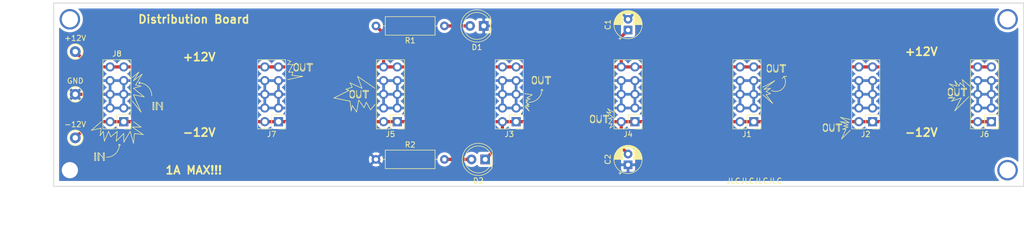
<source format=kicad_pcb>
(kicad_pcb (version 20171130) (host pcbnew "(5.1.9)-1")

  (general
    (thickness 1.6)
    (drawings 348)
    (tracks 50)
    (zones 0)
    (modules 17)
    (nets 6)
  )

  (page A4)
  (layers
    (0 F.Cu signal)
    (31 B.Cu signal)
    (32 B.Adhes user)
    (33 F.Adhes user)
    (34 B.Paste user)
    (35 F.Paste user)
    (36 B.SilkS user)
    (37 F.SilkS user)
    (38 B.Mask user)
    (39 F.Mask user)
    (40 Dwgs.User user)
    (41 Cmts.User user)
    (42 Eco1.User user)
    (43 Eco2.User user)
    (44 Edge.Cuts user)
    (45 Margin user)
    (46 B.CrtYd user)
    (47 F.CrtYd user)
    (48 B.Fab user)
    (49 F.Fab user)
  )

  (setup
    (last_trace_width 0.25)
    (user_trace_width 0.6)
    (user_trace_width 1)
    (trace_clearance 0.2)
    (zone_clearance 0.508)
    (zone_45_only no)
    (trace_min 0.2)
    (via_size 0.8)
    (via_drill 0.4)
    (via_min_size 0.4)
    (via_min_drill 0.3)
    (uvia_size 0.3)
    (uvia_drill 0.1)
    (uvias_allowed no)
    (uvia_min_size 0.2)
    (uvia_min_drill 0.1)
    (edge_width 0.15)
    (segment_width 0.2)
    (pcb_text_width 0.3)
    (pcb_text_size 1.5 1.5)
    (mod_edge_width 0.12)
    (mod_text_size 1 1)
    (mod_text_width 0.15)
    (pad_size 1.524 1.524)
    (pad_drill 0.762)
    (pad_to_mask_clearance 0)
    (aux_axis_origin 0 0)
    (visible_elements 7FFFFFFF)
    (pcbplotparams
      (layerselection 0x010f0_ffffffff)
      (usegerberextensions false)
      (usegerberattributes true)
      (usegerberadvancedattributes true)
      (creategerberjobfile true)
      (excludeedgelayer true)
      (linewidth 0.100000)
      (plotframeref false)
      (viasonmask false)
      (mode 1)
      (useauxorigin false)
      (hpglpennumber 1)
      (hpglpenspeed 20)
      (hpglpendiameter 15.000000)
      (psnegative false)
      (psa4output false)
      (plotreference true)
      (plotvalue false)
      (plotinvisibletext false)
      (padsonsilk true)
      (subtractmaskfromsilk false)
      (outputformat 1)
      (mirror false)
      (drillshape 0)
      (scaleselection 1)
      (outputdirectory "Gerber/"))
  )

  (net 0 "")
  (net 1 GND)
  (net 2 +12V)
  (net 3 -12V)
  (net 4 "Net-(D1-Pad2)")
  (net 5 "Net-(D2-Pad2)")

  (net_class Default "This is the default net class."
    (clearance 0.2)
    (trace_width 0.25)
    (via_dia 0.8)
    (via_drill 0.4)
    (uvia_dia 0.3)
    (uvia_drill 0.1)
    (add_net +12V)
    (add_net -12V)
    (add_net GND)
    (add_net "Net-(D1-Pad2)")
    (add_net "Net-(D2-Pad2)")
  )

  (module TestPoint:TestPoint_Keystone_5000-5004_Miniature (layer F.Cu) (tedit 5A0F774F) (tstamp 61229EF6)
    (at 55 79)
    (descr "Keystone Miniature THM Test Point 5000-5004, http://www.keyelco.com/product-pdf.cfm?p=1309")
    (tags "Through Hole Mount Test Points")
    (path /5F9DE5CC)
    (fp_text reference -12V (at 0 -2.5) (layer F.SilkS)
      (effects (font (size 1 1) (thickness 0.15)))
    )
    (fp_text value -V (at 0 2.5) (layer F.Fab)
      (effects (font (size 1 1) (thickness 0.15)))
    )
    (fp_line (start -0.75 -0.25) (end 0.75 -0.25) (layer F.Fab) (width 0.15))
    (fp_line (start 0.75 -0.25) (end 0.75 0.25) (layer F.Fab) (width 0.15))
    (fp_line (start 0.75 0.25) (end -0.75 0.25) (layer F.Fab) (width 0.15))
    (fp_line (start -0.75 0.25) (end -0.75 -0.25) (layer F.Fab) (width 0.15))
    (fp_circle (center 0 0) (end 1.65 0) (layer F.CrtYd) (width 0.05))
    (fp_circle (center 0 0) (end 1.25 0) (layer F.Fab) (width 0.15))
    (fp_circle (center 0 0) (end 1.4 0) (layer F.SilkS) (width 0.15))
    (fp_text user %R (at 0 -2.5) (layer F.Fab)
      (effects (font (size 1 1) (thickness 0.15)))
    )
    (pad 1 thru_hole circle (at 0 0) (size 2 2) (drill 1) (layers *.Cu *.Mask)
      (net 3 -12V))
    (model ${KISYS3DMOD}/TestPoint.3dshapes/TestPoint_Keystone_5000-5004_Miniature.wrl
      (at (xyz 0 0 0))
      (scale (xyz 1 1 1))
      (rotate (xyz 0 0 0))
    )
  )

  (module TestPoint:TestPoint_Keystone_5000-5004_Miniature (layer F.Cu) (tedit 5A0F774F) (tstamp 61229EE9)
    (at 55 70.925)
    (descr "Keystone Miniature THM Test Point 5000-5004, http://www.keyelco.com/product-pdf.cfm?p=1309")
    (tags "Through Hole Mount Test Points")
    (path /5F9E012D)
    (fp_text reference GND (at 0 -2.5) (layer F.SilkS)
      (effects (font (size 1 1) (thickness 0.15)))
    )
    (fp_text value GND (at 0 2.5) (layer F.Fab)
      (effects (font (size 1 1) (thickness 0.15)))
    )
    (fp_line (start -0.75 -0.25) (end 0.75 -0.25) (layer F.Fab) (width 0.15))
    (fp_line (start 0.75 -0.25) (end 0.75 0.25) (layer F.Fab) (width 0.15))
    (fp_line (start 0.75 0.25) (end -0.75 0.25) (layer F.Fab) (width 0.15))
    (fp_line (start -0.75 0.25) (end -0.75 -0.25) (layer F.Fab) (width 0.15))
    (fp_circle (center 0 0) (end 1.65 0) (layer F.CrtYd) (width 0.05))
    (fp_circle (center 0 0) (end 1.25 0) (layer F.Fab) (width 0.15))
    (fp_circle (center 0 0) (end 1.4 0) (layer F.SilkS) (width 0.15))
    (fp_text user %R (at 0 -2.5) (layer F.Fab)
      (effects (font (size 1 1) (thickness 0.15)))
    )
    (pad 1 thru_hole circle (at 0 0) (size 2 2) (drill 1) (layers *.Cu *.Mask)
      (net 1 GND))
    (model ${KISYS3DMOD}/TestPoint.3dshapes/TestPoint_Keystone_5000-5004_Miniature.wrl
      (at (xyz 0 0 0))
      (scale (xyz 1 1 1))
      (rotate (xyz 0 0 0))
    )
  )

  (module TestPoint:TestPoint_Keystone_5000-5004_Miniature (layer F.Cu) (tedit 5A0F774F) (tstamp 6122A96E)
    (at 55 63)
    (descr "Keystone Miniature THM Test Point 5000-5004, http://www.keyelco.com/product-pdf.cfm?p=1309")
    (tags "Through Hole Mount Test Points")
    (path /5F9DFF45)
    (fp_text reference +12V (at 0 -2.5) (layer F.SilkS)
      (effects (font (size 1 1) (thickness 0.15)))
    )
    (fp_text value +V (at -2.5 2.5) (layer F.Fab)
      (effects (font (size 1 1) (thickness 0.15)))
    )
    (fp_line (start -0.75 -0.25) (end 0.75 -0.25) (layer F.Fab) (width 0.15))
    (fp_line (start 0.75 -0.25) (end 0.75 0.25) (layer F.Fab) (width 0.15))
    (fp_line (start 0.75 0.25) (end -0.75 0.25) (layer F.Fab) (width 0.15))
    (fp_line (start -0.75 0.25) (end -0.75 -0.25) (layer F.Fab) (width 0.15))
    (fp_circle (center 0 0) (end 1.65 0) (layer F.CrtYd) (width 0.05))
    (fp_circle (center 0 0) (end 1.25 0) (layer F.Fab) (width 0.15))
    (fp_circle (center 0 0) (end 1.4 0) (layer F.SilkS) (width 0.15))
    (fp_text user %R (at 0 -2.5) (layer F.Fab)
      (effects (font (size 1 1) (thickness 0.15)))
    )
    (pad 1 thru_hole circle (at 0 0) (size 2 2) (drill 1) (layers *.Cu *.Mask)
      (net 2 +12V))
    (model ${KISYS3DMOD}/TestPoint.3dshapes/TestPoint_Keystone_5000-5004_Miniature.wrl
      (at (xyz 0 0 0))
      (scale (xyz 1 1 1))
      (rotate (xyz 0 0 0))
    )
  )

  (module Resistor_THT:R_Axial_DIN0309_L9.0mm_D3.2mm_P12.70mm_Horizontal (layer F.Cu) (tedit 5AE5139B) (tstamp 6144B73B)
    (at 110.8 83)
    (descr "Resistor, Axial_DIN0309 series, Axial, Horizontal, pin pitch=12.7mm, 0.5W = 1/2W, length*diameter=9*3.2mm^2, http://cdn-reichelt.de/documents/datenblatt/B400/1_4W%23YAG.pdf")
    (tags "Resistor Axial_DIN0309 series Axial Horizontal pin pitch 12.7mm 0.5W = 1/2W length 9mm diameter 3.2mm")
    (path /5FB2ABDF)
    (fp_text reference R2 (at 6.35 -2.72) (layer F.SilkS)
      (effects (font (size 1 1) (thickness 0.15)))
    )
    (fp_text value 2.2k (at 6.35 2.72) (layer F.Fab)
      (effects (font (size 1 1) (thickness 0.15)))
    )
    (fp_line (start 1.85 -1.6) (end 1.85 1.6) (layer F.Fab) (width 0.1))
    (fp_line (start 1.85 1.6) (end 10.85 1.6) (layer F.Fab) (width 0.1))
    (fp_line (start 10.85 1.6) (end 10.85 -1.6) (layer F.Fab) (width 0.1))
    (fp_line (start 10.85 -1.6) (end 1.85 -1.6) (layer F.Fab) (width 0.1))
    (fp_line (start 0 0) (end 1.85 0) (layer F.Fab) (width 0.1))
    (fp_line (start 12.7 0) (end 10.85 0) (layer F.Fab) (width 0.1))
    (fp_line (start 1.73 -1.72) (end 1.73 1.72) (layer F.SilkS) (width 0.12))
    (fp_line (start 1.73 1.72) (end 10.97 1.72) (layer F.SilkS) (width 0.12))
    (fp_line (start 10.97 1.72) (end 10.97 -1.72) (layer F.SilkS) (width 0.12))
    (fp_line (start 10.97 -1.72) (end 1.73 -1.72) (layer F.SilkS) (width 0.12))
    (fp_line (start 1.04 0) (end 1.73 0) (layer F.SilkS) (width 0.12))
    (fp_line (start 11.66 0) (end 10.97 0) (layer F.SilkS) (width 0.12))
    (fp_line (start -1.05 -1.85) (end -1.05 1.85) (layer F.CrtYd) (width 0.05))
    (fp_line (start -1.05 1.85) (end 13.75 1.85) (layer F.CrtYd) (width 0.05))
    (fp_line (start 13.75 1.85) (end 13.75 -1.85) (layer F.CrtYd) (width 0.05))
    (fp_line (start 13.75 -1.85) (end -1.05 -1.85) (layer F.CrtYd) (width 0.05))
    (fp_text user %R (at 6.35 0) (layer F.Fab)
      (effects (font (size 1 1) (thickness 0.15)))
    )
    (pad 2 thru_hole oval (at 12.7 0) (size 1.6 1.6) (drill 0.8) (layers *.Cu *.Mask)
      (net 5 "Net-(D2-Pad2)"))
    (pad 1 thru_hole circle (at 0 0) (size 1.6 1.6) (drill 0.8) (layers *.Cu *.Mask)
      (net 1 GND))
    (model ${KISYS3DMOD}/Resistor_THT.3dshapes/R_Axial_DIN0309_L9.0mm_D3.2mm_P12.70mm_Horizontal.wrl
      (at (xyz 0 0 0))
      (scale (xyz 1 1 1))
      (rotate (xyz 0 0 0))
    )
  )

  (module Resistor_THT:R_Axial_DIN0309_L9.0mm_D3.2mm_P12.70mm_Horizontal (layer F.Cu) (tedit 5AE5139B) (tstamp 61229EB8)
    (at 123.5 58.23 180)
    (descr "Resistor, Axial_DIN0309 series, Axial, Horizontal, pin pitch=12.7mm, 0.5W = 1/2W, length*diameter=9*3.2mm^2, http://cdn-reichelt.de/documents/datenblatt/B400/1_4W%23YAG.pdf")
    (tags "Resistor Axial_DIN0309 series Axial Horizontal pin pitch 12.7mm 0.5W = 1/2W length 9mm diameter 3.2mm")
    (path /5FB2CA6B)
    (fp_text reference R1 (at 6.35 -2.72) (layer F.SilkS)
      (effects (font (size 1 1) (thickness 0.15)))
    )
    (fp_text value 2.2k (at 6.35 2.72) (layer F.Fab)
      (effects (font (size 1 1) (thickness 0.15)))
    )
    (fp_line (start 1.85 -1.6) (end 1.85 1.6) (layer F.Fab) (width 0.1))
    (fp_line (start 1.85 1.6) (end 10.85 1.6) (layer F.Fab) (width 0.1))
    (fp_line (start 10.85 1.6) (end 10.85 -1.6) (layer F.Fab) (width 0.1))
    (fp_line (start 10.85 -1.6) (end 1.85 -1.6) (layer F.Fab) (width 0.1))
    (fp_line (start 0 0) (end 1.85 0) (layer F.Fab) (width 0.1))
    (fp_line (start 12.7 0) (end 10.85 0) (layer F.Fab) (width 0.1))
    (fp_line (start 1.73 -1.72) (end 1.73 1.72) (layer F.SilkS) (width 0.12))
    (fp_line (start 1.73 1.72) (end 10.97 1.72) (layer F.SilkS) (width 0.12))
    (fp_line (start 10.97 1.72) (end 10.97 -1.72) (layer F.SilkS) (width 0.12))
    (fp_line (start 10.97 -1.72) (end 1.73 -1.72) (layer F.SilkS) (width 0.12))
    (fp_line (start 1.04 0) (end 1.73 0) (layer F.SilkS) (width 0.12))
    (fp_line (start 11.66 0) (end 10.97 0) (layer F.SilkS) (width 0.12))
    (fp_line (start -1.05 -1.85) (end -1.05 1.85) (layer F.CrtYd) (width 0.05))
    (fp_line (start -1.05 1.85) (end 13.75 1.85) (layer F.CrtYd) (width 0.05))
    (fp_line (start 13.75 1.85) (end 13.75 -1.85) (layer F.CrtYd) (width 0.05))
    (fp_line (start 13.75 -1.85) (end -1.05 -1.85) (layer F.CrtYd) (width 0.05))
    (fp_text user %R (at 6.35 0) (layer F.Fab)
      (effects (font (size 1 1) (thickness 0.15)))
    )
    (pad 2 thru_hole oval (at 12.7 0 180) (size 1.6 1.6) (drill 0.8) (layers *.Cu *.Mask)
      (net 2 +12V))
    (pad 1 thru_hole circle (at 0 0 180) (size 1.6 1.6) (drill 0.8) (layers *.Cu *.Mask)
      (net 4 "Net-(D1-Pad2)"))
    (model ${KISYS3DMOD}/Resistor_THT.3dshapes/R_Axial_DIN0309_L9.0mm_D3.2mm_P12.70mm_Horizontal.wrl
      (at (xyz 0 0 0))
      (scale (xyz 1 1 1))
      (rotate (xyz 0 0 0))
    )
  )

  (module Connector_PinHeader_2.54mm:PinHeader_2x05_P2.54mm_Vertical locked (layer F.Cu) (tedit 59FED5CC) (tstamp 6122A1A4)
    (at 64 76 180)
    (descr "Through hole straight pin header, 2x05, 2.54mm pitch, double rows")
    (tags "Through hole pin header THT 2x05 2.54mm double row")
    (path /614A9816)
    (fp_text reference J8 (at 1.27 12.6) (layer F.SilkS)
      (effects (font (size 1 1) (thickness 0.15)))
    )
    (fp_text value "Power connector" (at 1.27 12.49) (layer F.Fab)
      (effects (font (size 1 1) (thickness 0.15)))
    )
    (fp_line (start 0 -1.27) (end 3.81 -1.27) (layer F.Fab) (width 0.1))
    (fp_line (start 3.81 -1.27) (end 3.81 11.43) (layer F.Fab) (width 0.1))
    (fp_line (start 3.81 11.43) (end -1.27 11.43) (layer F.Fab) (width 0.1))
    (fp_line (start -1.27 11.43) (end -1.27 0) (layer F.Fab) (width 0.1))
    (fp_line (start -1.27 0) (end 0 -1.27) (layer F.Fab) (width 0.1))
    (fp_line (start -1.33 11.49) (end 3.87 11.49) (layer F.SilkS) (width 0.12))
    (fp_line (start -1.33 1.27) (end -1.33 11.49) (layer F.SilkS) (width 0.12))
    (fp_line (start 3.87 -1.33) (end 3.87 11.49) (layer F.SilkS) (width 0.12))
    (fp_line (start -1.33 1.27) (end 1.27 1.27) (layer F.SilkS) (width 0.12))
    (fp_line (start 1.27 1.27) (end 1.27 -1.33) (layer F.SilkS) (width 0.12))
    (fp_line (start 1.27 -1.33) (end 3.87 -1.33) (layer F.SilkS) (width 0.12))
    (fp_line (start -1.33 0) (end -1.33 -1.33) (layer F.SilkS) (width 0.12))
    (fp_line (start -1.33 -1.33) (end 0 -1.33) (layer F.SilkS) (width 0.12))
    (fp_line (start -1.8 -1.8) (end -1.8 11.95) (layer F.CrtYd) (width 0.05))
    (fp_line (start -1.8 11.95) (end 4.35 11.95) (layer F.CrtYd) (width 0.05))
    (fp_line (start 4.35 11.95) (end 4.35 -1.8) (layer F.CrtYd) (width 0.05))
    (fp_line (start 4.35 -1.8) (end -1.8 -1.8) (layer F.CrtYd) (width 0.05))
    (fp_text user %R (at 1.27 5.08 90) (layer F.Fab)
      (effects (font (size 1 1) (thickness 0.15)))
    )
    (pad 10 thru_hole oval (at 2.54 10.16 180) (size 1.7 1.7) (drill 1) (layers *.Cu *.Mask)
      (net 2 +12V))
    (pad 9 thru_hole oval (at 0 10.16 180) (size 1.7 1.7) (drill 1) (layers *.Cu *.Mask)
      (net 2 +12V))
    (pad 8 thru_hole oval (at 2.54 7.62 180) (size 1.7 1.7) (drill 1) (layers *.Cu *.Mask)
      (net 1 GND))
    (pad 7 thru_hole oval (at 0 7.62 180) (size 1.7 1.7) (drill 1) (layers *.Cu *.Mask)
      (net 1 GND))
    (pad 6 thru_hole oval (at 2.54 5.08 180) (size 1.7 1.7) (drill 1) (layers *.Cu *.Mask)
      (net 1 GND))
    (pad 5 thru_hole oval (at 0 5.08 180) (size 1.7 1.7) (drill 1) (layers *.Cu *.Mask)
      (net 1 GND))
    (pad 4 thru_hole oval (at 2.54 2.54 180) (size 1.7 1.7) (drill 1) (layers *.Cu *.Mask)
      (net 1 GND))
    (pad 3 thru_hole oval (at 0 2.54 180) (size 1.7 1.7) (drill 1) (layers *.Cu *.Mask)
      (net 1 GND))
    (pad 2 thru_hole oval (at 2.54 0 180) (size 1.7 1.7) (drill 1) (layers *.Cu *.Mask)
      (net 3 -12V))
    (pad 1 thru_hole rect (at 0 0 180) (size 1.7 1.7) (drill 1) (layers *.Cu *.Mask)
      (net 3 -12V))
    (model ${KISYS3DMOD}/Connector_PinHeader_2.54mm.3dshapes/PinHeader_2x05_P2.54mm_Vertical.wrl
      (at (xyz 0 0 0))
      (scale (xyz 1 1 1))
      (rotate (xyz 0 0 0))
    )
  )

  (module Connector_PinHeader_2.54mm:PinHeader_2x05_P2.54mm_Vertical (layer F.Cu) (tedit 59FED5CC) (tstamp 6122B76F)
    (at 92.71 76 180)
    (descr "Through hole straight pin header, 2x05, 2.54mm pitch, double rows")
    (tags "Through hole pin header THT 2x05 2.54mm double row")
    (path /614A986B)
    (fp_text reference J7 (at 1.27 -2.33) (layer F.SilkS)
      (effects (font (size 1 1) (thickness 0.15)))
    )
    (fp_text value "Power connector" (at 1.27 12.49) (layer F.Fab)
      (effects (font (size 1 1) (thickness 0.15)))
    )
    (fp_line (start 0 -1.27) (end 3.81 -1.27) (layer F.Fab) (width 0.1))
    (fp_line (start 3.81 -1.27) (end 3.81 11.43) (layer F.Fab) (width 0.1))
    (fp_line (start 3.81 11.43) (end -1.27 11.43) (layer F.Fab) (width 0.1))
    (fp_line (start -1.27 11.43) (end -1.27 0) (layer F.Fab) (width 0.1))
    (fp_line (start -1.27 0) (end 0 -1.27) (layer F.Fab) (width 0.1))
    (fp_line (start -1.33 11.49) (end 3.87 11.49) (layer F.SilkS) (width 0.12))
    (fp_line (start -1.33 1.27) (end -1.33 11.49) (layer F.SilkS) (width 0.12))
    (fp_line (start 3.87 -1.33) (end 3.87 11.49) (layer F.SilkS) (width 0.12))
    (fp_line (start -1.33 1.27) (end 1.27 1.27) (layer F.SilkS) (width 0.12))
    (fp_line (start 1.27 1.27) (end 1.27 -1.33) (layer F.SilkS) (width 0.12))
    (fp_line (start 1.27 -1.33) (end 3.87 -1.33) (layer F.SilkS) (width 0.12))
    (fp_line (start -1.33 0) (end -1.33 -1.33) (layer F.SilkS) (width 0.12))
    (fp_line (start -1.33 -1.33) (end 0 -1.33) (layer F.SilkS) (width 0.12))
    (fp_line (start -1.8 -1.8) (end -1.8 11.95) (layer F.CrtYd) (width 0.05))
    (fp_line (start -1.8 11.95) (end 4.35 11.95) (layer F.CrtYd) (width 0.05))
    (fp_line (start 4.35 11.95) (end 4.35 -1.8) (layer F.CrtYd) (width 0.05))
    (fp_line (start 4.35 -1.8) (end -1.8 -1.8) (layer F.CrtYd) (width 0.05))
    (fp_text user %R (at 1.27 5.08 90) (layer F.Fab)
      (effects (font (size 1 1) (thickness 0.15)))
    )
    (pad 10 thru_hole oval (at 2.54 10.16 180) (size 1.7 1.7) (drill 1) (layers *.Cu *.Mask)
      (net 2 +12V))
    (pad 9 thru_hole oval (at 0 10.16 180) (size 1.7 1.7) (drill 1) (layers *.Cu *.Mask)
      (net 2 +12V))
    (pad 8 thru_hole oval (at 2.54 7.62 180) (size 1.7 1.7) (drill 1) (layers *.Cu *.Mask)
      (net 1 GND))
    (pad 7 thru_hole oval (at 0 7.62 180) (size 1.7 1.7) (drill 1) (layers *.Cu *.Mask)
      (net 1 GND))
    (pad 6 thru_hole oval (at 2.54 5.08 180) (size 1.7 1.7) (drill 1) (layers *.Cu *.Mask)
      (net 1 GND))
    (pad 5 thru_hole oval (at 0 5.08 180) (size 1.7 1.7) (drill 1) (layers *.Cu *.Mask)
      (net 1 GND))
    (pad 4 thru_hole oval (at 2.54 2.54 180) (size 1.7 1.7) (drill 1) (layers *.Cu *.Mask)
      (net 1 GND))
    (pad 3 thru_hole oval (at 0 2.54 180) (size 1.7 1.7) (drill 1) (layers *.Cu *.Mask)
      (net 1 GND))
    (pad 2 thru_hole oval (at 2.54 0 180) (size 1.7 1.7) (drill 1) (layers *.Cu *.Mask)
      (net 3 -12V))
    (pad 1 thru_hole rect (at 0 0 180) (size 1.7 1.7) (drill 1) (layers *.Cu *.Mask)
      (net 3 -12V))
    (model ${KISYS3DMOD}/Connector_PinHeader_2.54mm.3dshapes/PinHeader_2x05_P2.54mm_Vertical.wrl
      (at (xyz 0 0 0))
      (scale (xyz 1 1 1))
      (rotate (xyz 0 0 0))
    )
  )

  (module Connector_PinHeader_2.54mm:PinHeader_2x05_P2.54mm_Vertical (layer F.Cu) (tedit 59FED5CC) (tstamp 61229E61)
    (at 225 76 180)
    (descr "Through hole straight pin header, 2x05, 2.54mm pitch, double rows")
    (tags "Through hole pin header THT 2x05 2.54mm double row")
    (path /614A97B1)
    (fp_text reference J6 (at 1.27 -2.33) (layer F.SilkS)
      (effects (font (size 1 1) (thickness 0.15)))
    )
    (fp_text value "Power connector" (at 1.27 12.49) (layer F.Fab)
      (effects (font (size 1 1) (thickness 0.15)))
    )
    (fp_line (start 0 -1.27) (end 3.81 -1.27) (layer F.Fab) (width 0.1))
    (fp_line (start 3.81 -1.27) (end 3.81 11.43) (layer F.Fab) (width 0.1))
    (fp_line (start 3.81 11.43) (end -1.27 11.43) (layer F.Fab) (width 0.1))
    (fp_line (start -1.27 11.43) (end -1.27 0) (layer F.Fab) (width 0.1))
    (fp_line (start -1.27 0) (end 0 -1.27) (layer F.Fab) (width 0.1))
    (fp_line (start -1.33 11.49) (end 3.87 11.49) (layer F.SilkS) (width 0.12))
    (fp_line (start -1.33 1.27) (end -1.33 11.49) (layer F.SilkS) (width 0.12))
    (fp_line (start 3.87 -1.33) (end 3.87 11.49) (layer F.SilkS) (width 0.12))
    (fp_line (start -1.33 1.27) (end 1.27 1.27) (layer F.SilkS) (width 0.12))
    (fp_line (start 1.27 1.27) (end 1.27 -1.33) (layer F.SilkS) (width 0.12))
    (fp_line (start 1.27 -1.33) (end 3.87 -1.33) (layer F.SilkS) (width 0.12))
    (fp_line (start -1.33 0) (end -1.33 -1.33) (layer F.SilkS) (width 0.12))
    (fp_line (start -1.33 -1.33) (end 0 -1.33) (layer F.SilkS) (width 0.12))
    (fp_line (start -1.8 -1.8) (end -1.8 11.95) (layer F.CrtYd) (width 0.05))
    (fp_line (start -1.8 11.95) (end 4.35 11.95) (layer F.CrtYd) (width 0.05))
    (fp_line (start 4.35 11.95) (end 4.35 -1.8) (layer F.CrtYd) (width 0.05))
    (fp_line (start 4.35 -1.8) (end -1.8 -1.8) (layer F.CrtYd) (width 0.05))
    (fp_text user %R (at 1.27 5.08 90) (layer F.Fab)
      (effects (font (size 1 1) (thickness 0.15)))
    )
    (pad 10 thru_hole oval (at 2.54 10.16 180) (size 1.7 1.7) (drill 1) (layers *.Cu *.Mask)
      (net 2 +12V))
    (pad 9 thru_hole oval (at 0 10.16 180) (size 1.7 1.7) (drill 1) (layers *.Cu *.Mask)
      (net 2 +12V))
    (pad 8 thru_hole oval (at 2.54 7.62 180) (size 1.7 1.7) (drill 1) (layers *.Cu *.Mask)
      (net 1 GND))
    (pad 7 thru_hole oval (at 0 7.62 180) (size 1.7 1.7) (drill 1) (layers *.Cu *.Mask)
      (net 1 GND))
    (pad 6 thru_hole oval (at 2.54 5.08 180) (size 1.7 1.7) (drill 1) (layers *.Cu *.Mask)
      (net 1 GND))
    (pad 5 thru_hole oval (at 0 5.08 180) (size 1.7 1.7) (drill 1) (layers *.Cu *.Mask)
      (net 1 GND))
    (pad 4 thru_hole oval (at 2.54 2.54 180) (size 1.7 1.7) (drill 1) (layers *.Cu *.Mask)
      (net 1 GND))
    (pad 3 thru_hole oval (at 0 2.54 180) (size 1.7 1.7) (drill 1) (layers *.Cu *.Mask)
      (net 1 GND))
    (pad 2 thru_hole oval (at 2.54 0 180) (size 1.7 1.7) (drill 1) (layers *.Cu *.Mask)
      (net 3 -12V))
    (pad 1 thru_hole rect (at 0 0 180) (size 1.7 1.7) (drill 1) (layers *.Cu *.Mask)
      (net 3 -12V))
    (model ${KISYS3DMOD}/Connector_PinHeader_2.54mm.3dshapes/PinHeader_2x05_P2.54mm_Vertical.wrl
      (at (xyz 0 0 0))
      (scale (xyz 1 1 1))
      (rotate (xyz 0 0 0))
    )
  )

  (module Connector_PinHeader_2.54mm:PinHeader_2x05_P2.54mm_Vertical (layer F.Cu) (tedit 59FED5CC) (tstamp 61229E41)
    (at 114.758333 76 180)
    (descr "Through hole straight pin header, 2x05, 2.54mm pitch, double rows")
    (tags "Through hole pin header THT 2x05 2.54mm double row")
    (path /614A9806)
    (fp_text reference J5 (at 1.27 -2.33) (layer F.SilkS)
      (effects (font (size 1 1) (thickness 0.15)))
    )
    (fp_text value "Power connector" (at 1.27 12.49) (layer F.Fab)
      (effects (font (size 1 1) (thickness 0.15)))
    )
    (fp_line (start 0 -1.27) (end 3.81 -1.27) (layer F.Fab) (width 0.1))
    (fp_line (start 3.81 -1.27) (end 3.81 11.43) (layer F.Fab) (width 0.1))
    (fp_line (start 3.81 11.43) (end -1.27 11.43) (layer F.Fab) (width 0.1))
    (fp_line (start -1.27 11.43) (end -1.27 0) (layer F.Fab) (width 0.1))
    (fp_line (start -1.27 0) (end 0 -1.27) (layer F.Fab) (width 0.1))
    (fp_line (start -1.33 11.49) (end 3.87 11.49) (layer F.SilkS) (width 0.12))
    (fp_line (start -1.33 1.27) (end -1.33 11.49) (layer F.SilkS) (width 0.12))
    (fp_line (start 3.87 -1.33) (end 3.87 11.49) (layer F.SilkS) (width 0.12))
    (fp_line (start -1.33 1.27) (end 1.27 1.27) (layer F.SilkS) (width 0.12))
    (fp_line (start 1.27 1.27) (end 1.27 -1.33) (layer F.SilkS) (width 0.12))
    (fp_line (start 1.27 -1.33) (end 3.87 -1.33) (layer F.SilkS) (width 0.12))
    (fp_line (start -1.33 0) (end -1.33 -1.33) (layer F.SilkS) (width 0.12))
    (fp_line (start -1.33 -1.33) (end 0 -1.33) (layer F.SilkS) (width 0.12))
    (fp_line (start -1.8 -1.8) (end -1.8 11.95) (layer F.CrtYd) (width 0.05))
    (fp_line (start -1.8 11.95) (end 4.35 11.95) (layer F.CrtYd) (width 0.05))
    (fp_line (start 4.35 11.95) (end 4.35 -1.8) (layer F.CrtYd) (width 0.05))
    (fp_line (start 4.35 -1.8) (end -1.8 -1.8) (layer F.CrtYd) (width 0.05))
    (fp_text user %R (at 1.27 5.08 90) (layer F.Fab)
      (effects (font (size 1 1) (thickness 0.15)))
    )
    (pad 10 thru_hole oval (at 2.54 10.16 180) (size 1.7 1.7) (drill 1) (layers *.Cu *.Mask)
      (net 2 +12V))
    (pad 9 thru_hole oval (at 0 10.16 180) (size 1.7 1.7) (drill 1) (layers *.Cu *.Mask)
      (net 2 +12V))
    (pad 8 thru_hole oval (at 2.54 7.62 180) (size 1.7 1.7) (drill 1) (layers *.Cu *.Mask)
      (net 1 GND))
    (pad 7 thru_hole oval (at 0 7.62 180) (size 1.7 1.7) (drill 1) (layers *.Cu *.Mask)
      (net 1 GND))
    (pad 6 thru_hole oval (at 2.54 5.08 180) (size 1.7 1.7) (drill 1) (layers *.Cu *.Mask)
      (net 1 GND))
    (pad 5 thru_hole oval (at 0 5.08 180) (size 1.7 1.7) (drill 1) (layers *.Cu *.Mask)
      (net 1 GND))
    (pad 4 thru_hole oval (at 2.54 2.54 180) (size 1.7 1.7) (drill 1) (layers *.Cu *.Mask)
      (net 1 GND))
    (pad 3 thru_hole oval (at 0 2.54 180) (size 1.7 1.7) (drill 1) (layers *.Cu *.Mask)
      (net 1 GND))
    (pad 2 thru_hole oval (at 2.54 0 180) (size 1.7 1.7) (drill 1) (layers *.Cu *.Mask)
      (net 3 -12V))
    (pad 1 thru_hole rect (at 0 0 180) (size 1.7 1.7) (drill 1) (layers *.Cu *.Mask)
      (net 3 -12V))
    (model ${KISYS3DMOD}/Connector_PinHeader_2.54mm.3dshapes/PinHeader_2x05_P2.54mm_Vertical.wrl
      (at (xyz 0 0 0))
      (scale (xyz 1 1 1))
      (rotate (xyz 0 0 0))
    )
  )

  (module Connector_PinHeader_2.54mm:PinHeader_2x05_P2.54mm_Vertical locked (layer F.Cu) (tedit 59FED5CC) (tstamp 61229E21)
    (at 158.854999 76 180)
    (descr "Through hole straight pin header, 2x05, 2.54mm pitch, double rows")
    (tags "Through hole pin header THT 2x05 2.54mm double row")
    (path /61493C51)
    (fp_text reference J4 (at 1.27 -2.33) (layer F.SilkS)
      (effects (font (size 1 1) (thickness 0.15)))
    )
    (fp_text value "Power connector" (at 1.27 12.49) (layer F.Fab)
      (effects (font (size 1 1) (thickness 0.15)))
    )
    (fp_line (start 0 -1.27) (end 3.81 -1.27) (layer F.Fab) (width 0.1))
    (fp_line (start 3.81 -1.27) (end 3.81 11.43) (layer F.Fab) (width 0.1))
    (fp_line (start 3.81 11.43) (end -1.27 11.43) (layer F.Fab) (width 0.1))
    (fp_line (start -1.27 11.43) (end -1.27 0) (layer F.Fab) (width 0.1))
    (fp_line (start -1.27 0) (end 0 -1.27) (layer F.Fab) (width 0.1))
    (fp_line (start -1.33 11.49) (end 3.87 11.49) (layer F.SilkS) (width 0.12))
    (fp_line (start -1.33 1.27) (end -1.33 11.49) (layer F.SilkS) (width 0.12))
    (fp_line (start 3.87 -1.33) (end 3.87 11.49) (layer F.SilkS) (width 0.12))
    (fp_line (start -1.33 1.27) (end 1.27 1.27) (layer F.SilkS) (width 0.12))
    (fp_line (start 1.27 1.27) (end 1.27 -1.33) (layer F.SilkS) (width 0.12))
    (fp_line (start 1.27 -1.33) (end 3.87 -1.33) (layer F.SilkS) (width 0.12))
    (fp_line (start -1.33 0) (end -1.33 -1.33) (layer F.SilkS) (width 0.12))
    (fp_line (start -1.33 -1.33) (end 0 -1.33) (layer F.SilkS) (width 0.12))
    (fp_line (start -1.8 -1.8) (end -1.8 11.95) (layer F.CrtYd) (width 0.05))
    (fp_line (start -1.8 11.95) (end 4.35 11.95) (layer F.CrtYd) (width 0.05))
    (fp_line (start 4.35 11.95) (end 4.35 -1.8) (layer F.CrtYd) (width 0.05))
    (fp_line (start 4.35 -1.8) (end -1.8 -1.8) (layer F.CrtYd) (width 0.05))
    (fp_text user %R (at 1.27 5.08 90) (layer F.Fab)
      (effects (font (size 1 1) (thickness 0.15)))
    )
    (pad 10 thru_hole oval (at 2.54 10.16 180) (size 1.7 1.7) (drill 1) (layers *.Cu *.Mask)
      (net 2 +12V))
    (pad 9 thru_hole oval (at 0 10.16 180) (size 1.7 1.7) (drill 1) (layers *.Cu *.Mask)
      (net 2 +12V))
    (pad 8 thru_hole oval (at 2.54 7.62 180) (size 1.7 1.7) (drill 1) (layers *.Cu *.Mask)
      (net 1 GND))
    (pad 7 thru_hole oval (at 0 7.62 180) (size 1.7 1.7) (drill 1) (layers *.Cu *.Mask)
      (net 1 GND))
    (pad 6 thru_hole oval (at 2.54 5.08 180) (size 1.7 1.7) (drill 1) (layers *.Cu *.Mask)
      (net 1 GND))
    (pad 5 thru_hole oval (at 0 5.08 180) (size 1.7 1.7) (drill 1) (layers *.Cu *.Mask)
      (net 1 GND))
    (pad 4 thru_hole oval (at 2.54 2.54 180) (size 1.7 1.7) (drill 1) (layers *.Cu *.Mask)
      (net 1 GND))
    (pad 3 thru_hole oval (at 0 2.54 180) (size 1.7 1.7) (drill 1) (layers *.Cu *.Mask)
      (net 1 GND))
    (pad 2 thru_hole oval (at 2.54 0 180) (size 1.7 1.7) (drill 1) (layers *.Cu *.Mask)
      (net 3 -12V))
    (pad 1 thru_hole rect (at 0 0 180) (size 1.7 1.7) (drill 1) (layers *.Cu *.Mask)
      (net 3 -12V))
    (model ${KISYS3DMOD}/Connector_PinHeader_2.54mm.3dshapes/PinHeader_2x05_P2.54mm_Vertical.wrl
      (at (xyz 0 0 0))
      (scale (xyz 1 1 1))
      (rotate (xyz 0 0 0))
    )
  )

  (module Connector_PinHeader_2.54mm:PinHeader_2x05_P2.54mm_Vertical (layer F.Cu) (tedit 59FED5CC) (tstamp 61229E01)
    (at 136.806666 76 180)
    (descr "Through hole straight pin header, 2x05, 2.54mm pitch, double rows")
    (tags "Through hole pin header THT 2x05 2.54mm double row")
    (path /61493CA6)
    (fp_text reference J3 (at 1.27 -2.33) (layer F.SilkS)
      (effects (font (size 1 1) (thickness 0.15)))
    )
    (fp_text value "Power connector" (at 1.27 12.49) (layer F.Fab)
      (effects (font (size 1 1) (thickness 0.15)))
    )
    (fp_line (start 0 -1.27) (end 3.81 -1.27) (layer F.Fab) (width 0.1))
    (fp_line (start 3.81 -1.27) (end 3.81 11.43) (layer F.Fab) (width 0.1))
    (fp_line (start 3.81 11.43) (end -1.27 11.43) (layer F.Fab) (width 0.1))
    (fp_line (start -1.27 11.43) (end -1.27 0) (layer F.Fab) (width 0.1))
    (fp_line (start -1.27 0) (end 0 -1.27) (layer F.Fab) (width 0.1))
    (fp_line (start -1.33 11.49) (end 3.87 11.49) (layer F.SilkS) (width 0.12))
    (fp_line (start -1.33 1.27) (end -1.33 11.49) (layer F.SilkS) (width 0.12))
    (fp_line (start 3.87 -1.33) (end 3.87 11.49) (layer F.SilkS) (width 0.12))
    (fp_line (start -1.33 1.27) (end 1.27 1.27) (layer F.SilkS) (width 0.12))
    (fp_line (start 1.27 1.27) (end 1.27 -1.33) (layer F.SilkS) (width 0.12))
    (fp_line (start 1.27 -1.33) (end 3.87 -1.33) (layer F.SilkS) (width 0.12))
    (fp_line (start -1.33 0) (end -1.33 -1.33) (layer F.SilkS) (width 0.12))
    (fp_line (start -1.33 -1.33) (end 0 -1.33) (layer F.SilkS) (width 0.12))
    (fp_line (start -1.8 -1.8) (end -1.8 11.95) (layer F.CrtYd) (width 0.05))
    (fp_line (start -1.8 11.95) (end 4.35 11.95) (layer F.CrtYd) (width 0.05))
    (fp_line (start 4.35 11.95) (end 4.35 -1.8) (layer F.CrtYd) (width 0.05))
    (fp_line (start 4.35 -1.8) (end -1.8 -1.8) (layer F.CrtYd) (width 0.05))
    (fp_text user %R (at 1.27 5.08 90) (layer F.Fab)
      (effects (font (size 1 1) (thickness 0.15)))
    )
    (pad 10 thru_hole oval (at 2.54 10.16 180) (size 1.7 1.7) (drill 1) (layers *.Cu *.Mask)
      (net 2 +12V))
    (pad 9 thru_hole oval (at 0 10.16 180) (size 1.7 1.7) (drill 1) (layers *.Cu *.Mask)
      (net 2 +12V))
    (pad 8 thru_hole oval (at 2.54 7.62 180) (size 1.7 1.7) (drill 1) (layers *.Cu *.Mask)
      (net 1 GND))
    (pad 7 thru_hole oval (at 0 7.62 180) (size 1.7 1.7) (drill 1) (layers *.Cu *.Mask)
      (net 1 GND))
    (pad 6 thru_hole oval (at 2.54 5.08 180) (size 1.7 1.7) (drill 1) (layers *.Cu *.Mask)
      (net 1 GND))
    (pad 5 thru_hole oval (at 0 5.08 180) (size 1.7 1.7) (drill 1) (layers *.Cu *.Mask)
      (net 1 GND))
    (pad 4 thru_hole oval (at 2.54 2.54 180) (size 1.7 1.7) (drill 1) (layers *.Cu *.Mask)
      (net 1 GND))
    (pad 3 thru_hole oval (at 0 2.54 180) (size 1.7 1.7) (drill 1) (layers *.Cu *.Mask)
      (net 1 GND))
    (pad 2 thru_hole oval (at 2.54 0 180) (size 1.7 1.7) (drill 1) (layers *.Cu *.Mask)
      (net 3 -12V))
    (pad 1 thru_hole rect (at 0 0 180) (size 1.7 1.7) (drill 1) (layers *.Cu *.Mask)
      (net 3 -12V))
    (model ${KISYS3DMOD}/Connector_PinHeader_2.54mm.3dshapes/PinHeader_2x05_P2.54mm_Vertical.wrl
      (at (xyz 0 0 0))
      (scale (xyz 1 1 1))
      (rotate (xyz 0 0 0))
    )
  )

  (module Connector_PinHeader_2.54mm:PinHeader_2x05_P2.54mm_Vertical (layer F.Cu) (tedit 59FED5CC) (tstamp 61229DE1)
    (at 202.951665 76 180)
    (descr "Through hole straight pin header, 2x05, 2.54mm pitch, double rows")
    (tags "Through hole pin header THT 2x05 2.54mm double row")
    (path /6123E4C2)
    (fp_text reference J2 (at 1.27 -2.33) (layer F.SilkS)
      (effects (font (size 1 1) (thickness 0.15)))
    )
    (fp_text value "Power connector" (at 1.27 12.49) (layer F.Fab)
      (effects (font (size 1 1) (thickness 0.15)))
    )
    (fp_line (start 0 -1.27) (end 3.81 -1.27) (layer F.Fab) (width 0.1))
    (fp_line (start 3.81 -1.27) (end 3.81 11.43) (layer F.Fab) (width 0.1))
    (fp_line (start 3.81 11.43) (end -1.27 11.43) (layer F.Fab) (width 0.1))
    (fp_line (start -1.27 11.43) (end -1.27 0) (layer F.Fab) (width 0.1))
    (fp_line (start -1.27 0) (end 0 -1.27) (layer F.Fab) (width 0.1))
    (fp_line (start -1.33 11.49) (end 3.87 11.49) (layer F.SilkS) (width 0.12))
    (fp_line (start -1.33 1.27) (end -1.33 11.49) (layer F.SilkS) (width 0.12))
    (fp_line (start 3.87 -1.33) (end 3.87 11.49) (layer F.SilkS) (width 0.12))
    (fp_line (start -1.33 1.27) (end 1.27 1.27) (layer F.SilkS) (width 0.12))
    (fp_line (start 1.27 1.27) (end 1.27 -1.33) (layer F.SilkS) (width 0.12))
    (fp_line (start 1.27 -1.33) (end 3.87 -1.33) (layer F.SilkS) (width 0.12))
    (fp_line (start -1.33 0) (end -1.33 -1.33) (layer F.SilkS) (width 0.12))
    (fp_line (start -1.33 -1.33) (end 0 -1.33) (layer F.SilkS) (width 0.12))
    (fp_line (start -1.8 -1.8) (end -1.8 11.95) (layer F.CrtYd) (width 0.05))
    (fp_line (start -1.8 11.95) (end 4.35 11.95) (layer F.CrtYd) (width 0.05))
    (fp_line (start 4.35 11.95) (end 4.35 -1.8) (layer F.CrtYd) (width 0.05))
    (fp_line (start 4.35 -1.8) (end -1.8 -1.8) (layer F.CrtYd) (width 0.05))
    (fp_text user %R (at 1.27 5.08 90) (layer F.Fab)
      (effects (font (size 1 1) (thickness 0.15)))
    )
    (pad 10 thru_hole oval (at 2.54 10.16 180) (size 1.7 1.7) (drill 1) (layers *.Cu *.Mask)
      (net 2 +12V))
    (pad 9 thru_hole oval (at 0 10.16 180) (size 1.7 1.7) (drill 1) (layers *.Cu *.Mask)
      (net 2 +12V))
    (pad 8 thru_hole oval (at 2.54 7.62 180) (size 1.7 1.7) (drill 1) (layers *.Cu *.Mask)
      (net 1 GND))
    (pad 7 thru_hole oval (at 0 7.62 180) (size 1.7 1.7) (drill 1) (layers *.Cu *.Mask)
      (net 1 GND))
    (pad 6 thru_hole oval (at 2.54 5.08 180) (size 1.7 1.7) (drill 1) (layers *.Cu *.Mask)
      (net 1 GND))
    (pad 5 thru_hole oval (at 0 5.08 180) (size 1.7 1.7) (drill 1) (layers *.Cu *.Mask)
      (net 1 GND))
    (pad 4 thru_hole oval (at 2.54 2.54 180) (size 1.7 1.7) (drill 1) (layers *.Cu *.Mask)
      (net 1 GND))
    (pad 3 thru_hole oval (at 0 2.54 180) (size 1.7 1.7) (drill 1) (layers *.Cu *.Mask)
      (net 1 GND))
    (pad 2 thru_hole oval (at 2.54 0 180) (size 1.7 1.7) (drill 1) (layers *.Cu *.Mask)
      (net 3 -12V))
    (pad 1 thru_hole rect (at 0 0 180) (size 1.7 1.7) (drill 1) (layers *.Cu *.Mask)
      (net 3 -12V))
    (model ${KISYS3DMOD}/Connector_PinHeader_2.54mm.3dshapes/PinHeader_2x05_P2.54mm_Vertical.wrl
      (at (xyz 0 0 0))
      (scale (xyz 1 1 1))
      (rotate (xyz 0 0 0))
    )
  )

  (module Connector_PinHeader_2.54mm:PinHeader_2x05_P2.54mm_Vertical (layer F.Cu) (tedit 59FED5CC) (tstamp 61229DC1)
    (at 180.903332 76 180)
    (descr "Through hole straight pin header, 2x05, 2.54mm pitch, double rows")
    (tags "Through hole pin header THT 2x05 2.54mm double row")
    (path /61288029)
    (fp_text reference J1 (at 1.27 -2.33) (layer F.SilkS)
      (effects (font (size 1 1) (thickness 0.15)))
    )
    (fp_text value "Power connector" (at 1.27 12.49) (layer F.Fab)
      (effects (font (size 1 1) (thickness 0.15)))
    )
    (fp_line (start 0 -1.27) (end 3.81 -1.27) (layer F.Fab) (width 0.1))
    (fp_line (start 3.81 -1.27) (end 3.81 11.43) (layer F.Fab) (width 0.1))
    (fp_line (start 3.81 11.43) (end -1.27 11.43) (layer F.Fab) (width 0.1))
    (fp_line (start -1.27 11.43) (end -1.27 0) (layer F.Fab) (width 0.1))
    (fp_line (start -1.27 0) (end 0 -1.27) (layer F.Fab) (width 0.1))
    (fp_line (start -1.33 11.49) (end 3.87 11.49) (layer F.SilkS) (width 0.12))
    (fp_line (start -1.33 1.27) (end -1.33 11.49) (layer F.SilkS) (width 0.12))
    (fp_line (start 3.87 -1.33) (end 3.87 11.49) (layer F.SilkS) (width 0.12))
    (fp_line (start -1.33 1.27) (end 1.27 1.27) (layer F.SilkS) (width 0.12))
    (fp_line (start 1.27 1.27) (end 1.27 -1.33) (layer F.SilkS) (width 0.12))
    (fp_line (start 1.27 -1.33) (end 3.87 -1.33) (layer F.SilkS) (width 0.12))
    (fp_line (start -1.33 0) (end -1.33 -1.33) (layer F.SilkS) (width 0.12))
    (fp_line (start -1.33 -1.33) (end 0 -1.33) (layer F.SilkS) (width 0.12))
    (fp_line (start -1.8 -1.8) (end -1.8 11.95) (layer F.CrtYd) (width 0.05))
    (fp_line (start -1.8 11.95) (end 4.35 11.95) (layer F.CrtYd) (width 0.05))
    (fp_line (start 4.35 11.95) (end 4.35 -1.8) (layer F.CrtYd) (width 0.05))
    (fp_line (start 4.35 -1.8) (end -1.8 -1.8) (layer F.CrtYd) (width 0.05))
    (fp_text user %R (at 1.27 5.08 90) (layer F.Fab)
      (effects (font (size 1 1) (thickness 0.15)))
    )
    (pad 10 thru_hole oval (at 2.54 10.16 180) (size 1.7 1.7) (drill 1) (layers *.Cu *.Mask)
      (net 2 +12V))
    (pad 9 thru_hole oval (at 0 10.16 180) (size 1.7 1.7) (drill 1) (layers *.Cu *.Mask)
      (net 2 +12V))
    (pad 8 thru_hole oval (at 2.54 7.62 180) (size 1.7 1.7) (drill 1) (layers *.Cu *.Mask)
      (net 1 GND))
    (pad 7 thru_hole oval (at 0 7.62 180) (size 1.7 1.7) (drill 1) (layers *.Cu *.Mask)
      (net 1 GND))
    (pad 6 thru_hole oval (at 2.54 5.08 180) (size 1.7 1.7) (drill 1) (layers *.Cu *.Mask)
      (net 1 GND))
    (pad 5 thru_hole oval (at 0 5.08 180) (size 1.7 1.7) (drill 1) (layers *.Cu *.Mask)
      (net 1 GND))
    (pad 4 thru_hole oval (at 2.54 2.54 180) (size 1.7 1.7) (drill 1) (layers *.Cu *.Mask)
      (net 1 GND))
    (pad 3 thru_hole oval (at 0 2.54 180) (size 1.7 1.7) (drill 1) (layers *.Cu *.Mask)
      (net 1 GND))
    (pad 2 thru_hole oval (at 2.54 0 180) (size 1.7 1.7) (drill 1) (layers *.Cu *.Mask)
      (net 3 -12V))
    (pad 1 thru_hole rect (at 0 0 180) (size 1.7 1.7) (drill 1) (layers *.Cu *.Mask)
      (net 3 -12V))
    (model ${KISYS3DMOD}/Connector_PinHeader_2.54mm.3dshapes/PinHeader_2x05_P2.54mm_Vertical.wrl
      (at (xyz 0 0 0))
      (scale (xyz 1 1 1))
      (rotate (xyz 0 0 0))
    )
  )

  (module LED_THT:LED_D5.0mm_Clear (layer F.Cu) (tedit 5A6C9BC0) (tstamp 6122B3F4)
    (at 131.07 83 180)
    (descr "LED, diameter 5.0mm, 2 pins, http://cdn-reichelt.de/documents/datenblatt/A500/LL-504BC2E-009.pdf")
    (tags "LED diameter 5.0mm 2 pins")
    (path /5FB3008F)
    (fp_text reference D2 (at 1.27 -3.96) (layer F.SilkS)
      (effects (font (size 1 1) (thickness 0.15)))
    )
    (fp_text value LED (at 1.27 3.96) (layer F.Fab)
      (effects (font (size 1 1) (thickness 0.15)))
    )
    (fp_line (start -1.23 -1.469694) (end -1.23 1.469694) (layer F.Fab) (width 0.1))
    (fp_line (start -1.29 -1.545) (end -1.29 1.545) (layer F.SilkS) (width 0.12))
    (fp_line (start -1.95 -3.25) (end -1.95 3.25) (layer F.CrtYd) (width 0.05))
    (fp_line (start -1.95 3.25) (end 4.5 3.25) (layer F.CrtYd) (width 0.05))
    (fp_line (start 4.5 3.25) (end 4.5 -3.25) (layer F.CrtYd) (width 0.05))
    (fp_line (start 4.5 -3.25) (end -1.95 -3.25) (layer F.CrtYd) (width 0.05))
    (fp_circle (center 1.27 0) (end 3.77 0) (layer F.Fab) (width 0.1))
    (fp_circle (center 1.27 0) (end 3.77 0) (layer F.SilkS) (width 0.12))
    (fp_arc (start 1.27 0) (end -1.29 1.54483) (angle -148.9) (layer F.SilkS) (width 0.12))
    (fp_arc (start 1.27 0) (end -1.29 -1.54483) (angle 148.9) (layer F.SilkS) (width 0.12))
    (fp_arc (start 1.27 0) (end -1.23 -1.469694) (angle 299.1) (layer F.Fab) (width 0.1))
    (fp_text user %R (at 1.25 0) (layer F.Fab)
      (effects (font (size 0.8 0.8) (thickness 0.2)))
    )
    (pad 2 thru_hole circle (at 2.54 0 180) (size 1.8 1.8) (drill 0.9) (layers *.Cu *.Mask)
      (net 5 "Net-(D2-Pad2)"))
    (pad 1 thru_hole rect (at 0 0 180) (size 1.8 1.8) (drill 0.9) (layers *.Cu *.Mask)
      (net 3 -12V))
    (model ${KISYS3DMOD}/LED_THT.3dshapes/LED_D5.0mm_Clear.wrl
      (at (xyz 0 0 0))
      (scale (xyz 1 1 1))
      (rotate (xyz 0 0 0))
    )
  )

  (module LED_THT:LED_D5.0mm_Clear (layer F.Cu) (tedit 5A6C9BC0) (tstamp 61229D8F)
    (at 130.8 58.23 180)
    (descr "LED, diameter 5.0mm, 2 pins, http://cdn-reichelt.de/documents/datenblatt/A500/LL-504BC2E-009.pdf")
    (tags "LED diameter 5.0mm 2 pins")
    (path /5FB2DCE2)
    (fp_text reference D1 (at 1.27 -3.96) (layer F.SilkS)
      (effects (font (size 1 1) (thickness 0.15)))
    )
    (fp_text value LED (at 1.27 3.96) (layer F.Fab)
      (effects (font (size 1 1) (thickness 0.15)))
    )
    (fp_line (start -1.23 -1.469694) (end -1.23 1.469694) (layer F.Fab) (width 0.1))
    (fp_line (start -1.29 -1.545) (end -1.29 1.545) (layer F.SilkS) (width 0.12))
    (fp_line (start -1.95 -3.25) (end -1.95 3.25) (layer F.CrtYd) (width 0.05))
    (fp_line (start -1.95 3.25) (end 4.5 3.25) (layer F.CrtYd) (width 0.05))
    (fp_line (start 4.5 3.25) (end 4.5 -3.25) (layer F.CrtYd) (width 0.05))
    (fp_line (start 4.5 -3.25) (end -1.95 -3.25) (layer F.CrtYd) (width 0.05))
    (fp_circle (center 1.27 0) (end 3.77 0) (layer F.Fab) (width 0.1))
    (fp_circle (center 1.27 0) (end 3.77 0) (layer F.SilkS) (width 0.12))
    (fp_arc (start 1.27 0) (end -1.29 1.54483) (angle -148.9) (layer F.SilkS) (width 0.12))
    (fp_arc (start 1.27 0) (end -1.29 -1.54483) (angle 148.9) (layer F.SilkS) (width 0.12))
    (fp_arc (start 1.27 0) (end -1.23 -1.469694) (angle 299.1) (layer F.Fab) (width 0.1))
    (fp_text user %R (at 1.25 0) (layer F.Fab)
      (effects (font (size 0.8 0.8) (thickness 0.2)))
    )
    (pad 2 thru_hole circle (at 2.54 0 180) (size 1.8 1.8) (drill 0.9) (layers *.Cu *.Mask)
      (net 4 "Net-(D1-Pad2)"))
    (pad 1 thru_hole rect (at 0 0 180) (size 1.8 1.8) (drill 0.9) (layers *.Cu *.Mask)
      (net 1 GND))
    (model ${KISYS3DMOD}/LED_THT.3dshapes/LED_D5.0mm_Clear.wrl
      (at (xyz 0 0 0))
      (scale (xyz 1 1 1))
      (rotate (xyz 0 0 0))
    )
  )

  (module Capacitor_THT:CP_Radial_D5.0mm_P2.00mm (layer F.Cu) (tedit 5AE50EF0) (tstamp 6122B498)
    (at 157.579999 84 90)
    (descr "CP, Radial series, Radial, pin pitch=2.00mm, , diameter=5mm, Electrolytic Capacitor")
    (tags "CP Radial series Radial pin pitch 2.00mm  diameter 5mm Electrolytic Capacitor")
    (path /5F9DB370)
    (fp_text reference C2 (at 1 -3.75 90) (layer F.SilkS)
      (effects (font (size 1 1) (thickness 0.15)))
    )
    (fp_text value 100µF (at 1 3.75 90) (layer F.Fab)
      (effects (font (size 1 1) (thickness 0.15)))
    )
    (fp_circle (center 1 0) (end 3.5 0) (layer F.Fab) (width 0.1))
    (fp_circle (center 1 0) (end 3.62 0) (layer F.SilkS) (width 0.12))
    (fp_circle (center 1 0) (end 3.75 0) (layer F.CrtYd) (width 0.05))
    (fp_line (start -1.133605 -1.0875) (end -0.633605 -1.0875) (layer F.Fab) (width 0.1))
    (fp_line (start -0.883605 -1.3375) (end -0.883605 -0.8375) (layer F.Fab) (width 0.1))
    (fp_line (start 1 1.04) (end 1 2.58) (layer F.SilkS) (width 0.12))
    (fp_line (start 1 -2.58) (end 1 -1.04) (layer F.SilkS) (width 0.12))
    (fp_line (start 1.04 1.04) (end 1.04 2.58) (layer F.SilkS) (width 0.12))
    (fp_line (start 1.04 -2.58) (end 1.04 -1.04) (layer F.SilkS) (width 0.12))
    (fp_line (start 1.08 -2.579) (end 1.08 -1.04) (layer F.SilkS) (width 0.12))
    (fp_line (start 1.08 1.04) (end 1.08 2.579) (layer F.SilkS) (width 0.12))
    (fp_line (start 1.12 -2.578) (end 1.12 -1.04) (layer F.SilkS) (width 0.12))
    (fp_line (start 1.12 1.04) (end 1.12 2.578) (layer F.SilkS) (width 0.12))
    (fp_line (start 1.16 -2.576) (end 1.16 -1.04) (layer F.SilkS) (width 0.12))
    (fp_line (start 1.16 1.04) (end 1.16 2.576) (layer F.SilkS) (width 0.12))
    (fp_line (start 1.2 -2.573) (end 1.2 -1.04) (layer F.SilkS) (width 0.12))
    (fp_line (start 1.2 1.04) (end 1.2 2.573) (layer F.SilkS) (width 0.12))
    (fp_line (start 1.24 -2.569) (end 1.24 -1.04) (layer F.SilkS) (width 0.12))
    (fp_line (start 1.24 1.04) (end 1.24 2.569) (layer F.SilkS) (width 0.12))
    (fp_line (start 1.28 -2.565) (end 1.28 -1.04) (layer F.SilkS) (width 0.12))
    (fp_line (start 1.28 1.04) (end 1.28 2.565) (layer F.SilkS) (width 0.12))
    (fp_line (start 1.32 -2.561) (end 1.32 -1.04) (layer F.SilkS) (width 0.12))
    (fp_line (start 1.32 1.04) (end 1.32 2.561) (layer F.SilkS) (width 0.12))
    (fp_line (start 1.36 -2.556) (end 1.36 -1.04) (layer F.SilkS) (width 0.12))
    (fp_line (start 1.36 1.04) (end 1.36 2.556) (layer F.SilkS) (width 0.12))
    (fp_line (start 1.4 -2.55) (end 1.4 -1.04) (layer F.SilkS) (width 0.12))
    (fp_line (start 1.4 1.04) (end 1.4 2.55) (layer F.SilkS) (width 0.12))
    (fp_line (start 1.44 -2.543) (end 1.44 -1.04) (layer F.SilkS) (width 0.12))
    (fp_line (start 1.44 1.04) (end 1.44 2.543) (layer F.SilkS) (width 0.12))
    (fp_line (start 1.48 -2.536) (end 1.48 -1.04) (layer F.SilkS) (width 0.12))
    (fp_line (start 1.48 1.04) (end 1.48 2.536) (layer F.SilkS) (width 0.12))
    (fp_line (start 1.52 -2.528) (end 1.52 -1.04) (layer F.SilkS) (width 0.12))
    (fp_line (start 1.52 1.04) (end 1.52 2.528) (layer F.SilkS) (width 0.12))
    (fp_line (start 1.56 -2.52) (end 1.56 -1.04) (layer F.SilkS) (width 0.12))
    (fp_line (start 1.56 1.04) (end 1.56 2.52) (layer F.SilkS) (width 0.12))
    (fp_line (start 1.6 -2.511) (end 1.6 -1.04) (layer F.SilkS) (width 0.12))
    (fp_line (start 1.6 1.04) (end 1.6 2.511) (layer F.SilkS) (width 0.12))
    (fp_line (start 1.64 -2.501) (end 1.64 -1.04) (layer F.SilkS) (width 0.12))
    (fp_line (start 1.64 1.04) (end 1.64 2.501) (layer F.SilkS) (width 0.12))
    (fp_line (start 1.68 -2.491) (end 1.68 -1.04) (layer F.SilkS) (width 0.12))
    (fp_line (start 1.68 1.04) (end 1.68 2.491) (layer F.SilkS) (width 0.12))
    (fp_line (start 1.721 -2.48) (end 1.721 -1.04) (layer F.SilkS) (width 0.12))
    (fp_line (start 1.721 1.04) (end 1.721 2.48) (layer F.SilkS) (width 0.12))
    (fp_line (start 1.761 -2.468) (end 1.761 -1.04) (layer F.SilkS) (width 0.12))
    (fp_line (start 1.761 1.04) (end 1.761 2.468) (layer F.SilkS) (width 0.12))
    (fp_line (start 1.801 -2.455) (end 1.801 -1.04) (layer F.SilkS) (width 0.12))
    (fp_line (start 1.801 1.04) (end 1.801 2.455) (layer F.SilkS) (width 0.12))
    (fp_line (start 1.841 -2.442) (end 1.841 -1.04) (layer F.SilkS) (width 0.12))
    (fp_line (start 1.841 1.04) (end 1.841 2.442) (layer F.SilkS) (width 0.12))
    (fp_line (start 1.881 -2.428) (end 1.881 -1.04) (layer F.SilkS) (width 0.12))
    (fp_line (start 1.881 1.04) (end 1.881 2.428) (layer F.SilkS) (width 0.12))
    (fp_line (start 1.921 -2.414) (end 1.921 -1.04) (layer F.SilkS) (width 0.12))
    (fp_line (start 1.921 1.04) (end 1.921 2.414) (layer F.SilkS) (width 0.12))
    (fp_line (start 1.961 -2.398) (end 1.961 -1.04) (layer F.SilkS) (width 0.12))
    (fp_line (start 1.961 1.04) (end 1.961 2.398) (layer F.SilkS) (width 0.12))
    (fp_line (start 2.001 -2.382) (end 2.001 -1.04) (layer F.SilkS) (width 0.12))
    (fp_line (start 2.001 1.04) (end 2.001 2.382) (layer F.SilkS) (width 0.12))
    (fp_line (start 2.041 -2.365) (end 2.041 -1.04) (layer F.SilkS) (width 0.12))
    (fp_line (start 2.041 1.04) (end 2.041 2.365) (layer F.SilkS) (width 0.12))
    (fp_line (start 2.081 -2.348) (end 2.081 -1.04) (layer F.SilkS) (width 0.12))
    (fp_line (start 2.081 1.04) (end 2.081 2.348) (layer F.SilkS) (width 0.12))
    (fp_line (start 2.121 -2.329) (end 2.121 -1.04) (layer F.SilkS) (width 0.12))
    (fp_line (start 2.121 1.04) (end 2.121 2.329) (layer F.SilkS) (width 0.12))
    (fp_line (start 2.161 -2.31) (end 2.161 -1.04) (layer F.SilkS) (width 0.12))
    (fp_line (start 2.161 1.04) (end 2.161 2.31) (layer F.SilkS) (width 0.12))
    (fp_line (start 2.201 -2.29) (end 2.201 -1.04) (layer F.SilkS) (width 0.12))
    (fp_line (start 2.201 1.04) (end 2.201 2.29) (layer F.SilkS) (width 0.12))
    (fp_line (start 2.241 -2.268) (end 2.241 -1.04) (layer F.SilkS) (width 0.12))
    (fp_line (start 2.241 1.04) (end 2.241 2.268) (layer F.SilkS) (width 0.12))
    (fp_line (start 2.281 -2.247) (end 2.281 -1.04) (layer F.SilkS) (width 0.12))
    (fp_line (start 2.281 1.04) (end 2.281 2.247) (layer F.SilkS) (width 0.12))
    (fp_line (start 2.321 -2.224) (end 2.321 -1.04) (layer F.SilkS) (width 0.12))
    (fp_line (start 2.321 1.04) (end 2.321 2.224) (layer F.SilkS) (width 0.12))
    (fp_line (start 2.361 -2.2) (end 2.361 -1.04) (layer F.SilkS) (width 0.12))
    (fp_line (start 2.361 1.04) (end 2.361 2.2) (layer F.SilkS) (width 0.12))
    (fp_line (start 2.401 -2.175) (end 2.401 -1.04) (layer F.SilkS) (width 0.12))
    (fp_line (start 2.401 1.04) (end 2.401 2.175) (layer F.SilkS) (width 0.12))
    (fp_line (start 2.441 -2.149) (end 2.441 -1.04) (layer F.SilkS) (width 0.12))
    (fp_line (start 2.441 1.04) (end 2.441 2.149) (layer F.SilkS) (width 0.12))
    (fp_line (start 2.481 -2.122) (end 2.481 -1.04) (layer F.SilkS) (width 0.12))
    (fp_line (start 2.481 1.04) (end 2.481 2.122) (layer F.SilkS) (width 0.12))
    (fp_line (start 2.521 -2.095) (end 2.521 -1.04) (layer F.SilkS) (width 0.12))
    (fp_line (start 2.521 1.04) (end 2.521 2.095) (layer F.SilkS) (width 0.12))
    (fp_line (start 2.561 -2.065) (end 2.561 -1.04) (layer F.SilkS) (width 0.12))
    (fp_line (start 2.561 1.04) (end 2.561 2.065) (layer F.SilkS) (width 0.12))
    (fp_line (start 2.601 -2.035) (end 2.601 -1.04) (layer F.SilkS) (width 0.12))
    (fp_line (start 2.601 1.04) (end 2.601 2.035) (layer F.SilkS) (width 0.12))
    (fp_line (start 2.641 -2.004) (end 2.641 -1.04) (layer F.SilkS) (width 0.12))
    (fp_line (start 2.641 1.04) (end 2.641 2.004) (layer F.SilkS) (width 0.12))
    (fp_line (start 2.681 -1.971) (end 2.681 -1.04) (layer F.SilkS) (width 0.12))
    (fp_line (start 2.681 1.04) (end 2.681 1.971) (layer F.SilkS) (width 0.12))
    (fp_line (start 2.721 -1.937) (end 2.721 -1.04) (layer F.SilkS) (width 0.12))
    (fp_line (start 2.721 1.04) (end 2.721 1.937) (layer F.SilkS) (width 0.12))
    (fp_line (start 2.761 -1.901) (end 2.761 -1.04) (layer F.SilkS) (width 0.12))
    (fp_line (start 2.761 1.04) (end 2.761 1.901) (layer F.SilkS) (width 0.12))
    (fp_line (start 2.801 -1.864) (end 2.801 -1.04) (layer F.SilkS) (width 0.12))
    (fp_line (start 2.801 1.04) (end 2.801 1.864) (layer F.SilkS) (width 0.12))
    (fp_line (start 2.841 -1.826) (end 2.841 -1.04) (layer F.SilkS) (width 0.12))
    (fp_line (start 2.841 1.04) (end 2.841 1.826) (layer F.SilkS) (width 0.12))
    (fp_line (start 2.881 -1.785) (end 2.881 -1.04) (layer F.SilkS) (width 0.12))
    (fp_line (start 2.881 1.04) (end 2.881 1.785) (layer F.SilkS) (width 0.12))
    (fp_line (start 2.921 -1.743) (end 2.921 -1.04) (layer F.SilkS) (width 0.12))
    (fp_line (start 2.921 1.04) (end 2.921 1.743) (layer F.SilkS) (width 0.12))
    (fp_line (start 2.961 -1.699) (end 2.961 -1.04) (layer F.SilkS) (width 0.12))
    (fp_line (start 2.961 1.04) (end 2.961 1.699) (layer F.SilkS) (width 0.12))
    (fp_line (start 3.001 -1.653) (end 3.001 -1.04) (layer F.SilkS) (width 0.12))
    (fp_line (start 3.001 1.04) (end 3.001 1.653) (layer F.SilkS) (width 0.12))
    (fp_line (start 3.041 -1.605) (end 3.041 1.605) (layer F.SilkS) (width 0.12))
    (fp_line (start 3.081 -1.554) (end 3.081 1.554) (layer F.SilkS) (width 0.12))
    (fp_line (start 3.121 -1.5) (end 3.121 1.5) (layer F.SilkS) (width 0.12))
    (fp_line (start 3.161 -1.443) (end 3.161 1.443) (layer F.SilkS) (width 0.12))
    (fp_line (start 3.201 -1.383) (end 3.201 1.383) (layer F.SilkS) (width 0.12))
    (fp_line (start 3.241 -1.319) (end 3.241 1.319) (layer F.SilkS) (width 0.12))
    (fp_line (start 3.281 -1.251) (end 3.281 1.251) (layer F.SilkS) (width 0.12))
    (fp_line (start 3.321 -1.178) (end 3.321 1.178) (layer F.SilkS) (width 0.12))
    (fp_line (start 3.361 -1.098) (end 3.361 1.098) (layer F.SilkS) (width 0.12))
    (fp_line (start 3.401 -1.011) (end 3.401 1.011) (layer F.SilkS) (width 0.12))
    (fp_line (start 3.441 -0.915) (end 3.441 0.915) (layer F.SilkS) (width 0.12))
    (fp_line (start 3.481 -0.805) (end 3.481 0.805) (layer F.SilkS) (width 0.12))
    (fp_line (start 3.521 -0.677) (end 3.521 0.677) (layer F.SilkS) (width 0.12))
    (fp_line (start 3.561 -0.518) (end 3.561 0.518) (layer F.SilkS) (width 0.12))
    (fp_line (start 3.601 -0.284) (end 3.601 0.284) (layer F.SilkS) (width 0.12))
    (fp_line (start -1.804775 -1.475) (end -1.304775 -1.475) (layer F.SilkS) (width 0.12))
    (fp_line (start -1.554775 -1.725) (end -1.554775 -1.225) (layer F.SilkS) (width 0.12))
    (fp_text user %R (at 1 0 90) (layer F.Fab)
      (effects (font (size 1 1) (thickness 0.15)))
    )
    (pad 2 thru_hole circle (at 2 0 90) (size 1.6 1.6) (drill 0.8) (layers *.Cu *.Mask)
      (net 3 -12V))
    (pad 1 thru_hole rect (at 0 0 90) (size 1.6 1.6) (drill 0.8) (layers *.Cu *.Mask)
      (net 1 GND))
    (model ${KISYS3DMOD}/Capacitor_THT.3dshapes/CP_Radial_D5.0mm_P2.00mm.wrl
      (at (xyz 0 0 0))
      (scale (xyz 1 1 1))
      (rotate (xyz 0 0 0))
    )
  )

  (module Capacitor_THT:CP_Radial_D5.0mm_P2.00mm (layer F.Cu) (tedit 5AE50EF0) (tstamp 61229CFA)
    (at 157.579999 59 90)
    (descr "CP, Radial series, Radial, pin pitch=2.00mm, , diameter=5mm, Electrolytic Capacitor")
    (tags "CP Radial series Radial pin pitch 2.00mm  diameter 5mm Electrolytic Capacitor")
    (path /5F9DB0E9)
    (fp_text reference C1 (at 1 -3.75 90) (layer F.SilkS)
      (effects (font (size 1 1) (thickness 0.15)))
    )
    (fp_text value 100µF (at 1 3.75 90) (layer F.Fab)
      (effects (font (size 1 1) (thickness 0.15)))
    )
    (fp_circle (center 1 0) (end 3.5 0) (layer F.Fab) (width 0.1))
    (fp_circle (center 1 0) (end 3.62 0) (layer F.SilkS) (width 0.12))
    (fp_circle (center 1 0) (end 3.75 0) (layer F.CrtYd) (width 0.05))
    (fp_line (start -1.133605 -1.0875) (end -0.633605 -1.0875) (layer F.Fab) (width 0.1))
    (fp_line (start -0.883605 -1.3375) (end -0.883605 -0.8375) (layer F.Fab) (width 0.1))
    (fp_line (start 1 1.04) (end 1 2.58) (layer F.SilkS) (width 0.12))
    (fp_line (start 1 -2.58) (end 1 -1.04) (layer F.SilkS) (width 0.12))
    (fp_line (start 1.04 1.04) (end 1.04 2.58) (layer F.SilkS) (width 0.12))
    (fp_line (start 1.04 -2.58) (end 1.04 -1.04) (layer F.SilkS) (width 0.12))
    (fp_line (start 1.08 -2.579) (end 1.08 -1.04) (layer F.SilkS) (width 0.12))
    (fp_line (start 1.08 1.04) (end 1.08 2.579) (layer F.SilkS) (width 0.12))
    (fp_line (start 1.12 -2.578) (end 1.12 -1.04) (layer F.SilkS) (width 0.12))
    (fp_line (start 1.12 1.04) (end 1.12 2.578) (layer F.SilkS) (width 0.12))
    (fp_line (start 1.16 -2.576) (end 1.16 -1.04) (layer F.SilkS) (width 0.12))
    (fp_line (start 1.16 1.04) (end 1.16 2.576) (layer F.SilkS) (width 0.12))
    (fp_line (start 1.2 -2.573) (end 1.2 -1.04) (layer F.SilkS) (width 0.12))
    (fp_line (start 1.2 1.04) (end 1.2 2.573) (layer F.SilkS) (width 0.12))
    (fp_line (start 1.24 -2.569) (end 1.24 -1.04) (layer F.SilkS) (width 0.12))
    (fp_line (start 1.24 1.04) (end 1.24 2.569) (layer F.SilkS) (width 0.12))
    (fp_line (start 1.28 -2.565) (end 1.28 -1.04) (layer F.SilkS) (width 0.12))
    (fp_line (start 1.28 1.04) (end 1.28 2.565) (layer F.SilkS) (width 0.12))
    (fp_line (start 1.32 -2.561) (end 1.32 -1.04) (layer F.SilkS) (width 0.12))
    (fp_line (start 1.32 1.04) (end 1.32 2.561) (layer F.SilkS) (width 0.12))
    (fp_line (start 1.36 -2.556) (end 1.36 -1.04) (layer F.SilkS) (width 0.12))
    (fp_line (start 1.36 1.04) (end 1.36 2.556) (layer F.SilkS) (width 0.12))
    (fp_line (start 1.4 -2.55) (end 1.4 -1.04) (layer F.SilkS) (width 0.12))
    (fp_line (start 1.4 1.04) (end 1.4 2.55) (layer F.SilkS) (width 0.12))
    (fp_line (start 1.44 -2.543) (end 1.44 -1.04) (layer F.SilkS) (width 0.12))
    (fp_line (start 1.44 1.04) (end 1.44 2.543) (layer F.SilkS) (width 0.12))
    (fp_line (start 1.48 -2.536) (end 1.48 -1.04) (layer F.SilkS) (width 0.12))
    (fp_line (start 1.48 1.04) (end 1.48 2.536) (layer F.SilkS) (width 0.12))
    (fp_line (start 1.52 -2.528) (end 1.52 -1.04) (layer F.SilkS) (width 0.12))
    (fp_line (start 1.52 1.04) (end 1.52 2.528) (layer F.SilkS) (width 0.12))
    (fp_line (start 1.56 -2.52) (end 1.56 -1.04) (layer F.SilkS) (width 0.12))
    (fp_line (start 1.56 1.04) (end 1.56 2.52) (layer F.SilkS) (width 0.12))
    (fp_line (start 1.6 -2.511) (end 1.6 -1.04) (layer F.SilkS) (width 0.12))
    (fp_line (start 1.6 1.04) (end 1.6 2.511) (layer F.SilkS) (width 0.12))
    (fp_line (start 1.64 -2.501) (end 1.64 -1.04) (layer F.SilkS) (width 0.12))
    (fp_line (start 1.64 1.04) (end 1.64 2.501) (layer F.SilkS) (width 0.12))
    (fp_line (start 1.68 -2.491) (end 1.68 -1.04) (layer F.SilkS) (width 0.12))
    (fp_line (start 1.68 1.04) (end 1.68 2.491) (layer F.SilkS) (width 0.12))
    (fp_line (start 1.721 -2.48) (end 1.721 -1.04) (layer F.SilkS) (width 0.12))
    (fp_line (start 1.721 1.04) (end 1.721 2.48) (layer F.SilkS) (width 0.12))
    (fp_line (start 1.761 -2.468) (end 1.761 -1.04) (layer F.SilkS) (width 0.12))
    (fp_line (start 1.761 1.04) (end 1.761 2.468) (layer F.SilkS) (width 0.12))
    (fp_line (start 1.801 -2.455) (end 1.801 -1.04) (layer F.SilkS) (width 0.12))
    (fp_line (start 1.801 1.04) (end 1.801 2.455) (layer F.SilkS) (width 0.12))
    (fp_line (start 1.841 -2.442) (end 1.841 -1.04) (layer F.SilkS) (width 0.12))
    (fp_line (start 1.841 1.04) (end 1.841 2.442) (layer F.SilkS) (width 0.12))
    (fp_line (start 1.881 -2.428) (end 1.881 -1.04) (layer F.SilkS) (width 0.12))
    (fp_line (start 1.881 1.04) (end 1.881 2.428) (layer F.SilkS) (width 0.12))
    (fp_line (start 1.921 -2.414) (end 1.921 -1.04) (layer F.SilkS) (width 0.12))
    (fp_line (start 1.921 1.04) (end 1.921 2.414) (layer F.SilkS) (width 0.12))
    (fp_line (start 1.961 -2.398) (end 1.961 -1.04) (layer F.SilkS) (width 0.12))
    (fp_line (start 1.961 1.04) (end 1.961 2.398) (layer F.SilkS) (width 0.12))
    (fp_line (start 2.001 -2.382) (end 2.001 -1.04) (layer F.SilkS) (width 0.12))
    (fp_line (start 2.001 1.04) (end 2.001 2.382) (layer F.SilkS) (width 0.12))
    (fp_line (start 2.041 -2.365) (end 2.041 -1.04) (layer F.SilkS) (width 0.12))
    (fp_line (start 2.041 1.04) (end 2.041 2.365) (layer F.SilkS) (width 0.12))
    (fp_line (start 2.081 -2.348) (end 2.081 -1.04) (layer F.SilkS) (width 0.12))
    (fp_line (start 2.081 1.04) (end 2.081 2.348) (layer F.SilkS) (width 0.12))
    (fp_line (start 2.121 -2.329) (end 2.121 -1.04) (layer F.SilkS) (width 0.12))
    (fp_line (start 2.121 1.04) (end 2.121 2.329) (layer F.SilkS) (width 0.12))
    (fp_line (start 2.161 -2.31) (end 2.161 -1.04) (layer F.SilkS) (width 0.12))
    (fp_line (start 2.161 1.04) (end 2.161 2.31) (layer F.SilkS) (width 0.12))
    (fp_line (start 2.201 -2.29) (end 2.201 -1.04) (layer F.SilkS) (width 0.12))
    (fp_line (start 2.201 1.04) (end 2.201 2.29) (layer F.SilkS) (width 0.12))
    (fp_line (start 2.241 -2.268) (end 2.241 -1.04) (layer F.SilkS) (width 0.12))
    (fp_line (start 2.241 1.04) (end 2.241 2.268) (layer F.SilkS) (width 0.12))
    (fp_line (start 2.281 -2.247) (end 2.281 -1.04) (layer F.SilkS) (width 0.12))
    (fp_line (start 2.281 1.04) (end 2.281 2.247) (layer F.SilkS) (width 0.12))
    (fp_line (start 2.321 -2.224) (end 2.321 -1.04) (layer F.SilkS) (width 0.12))
    (fp_line (start 2.321 1.04) (end 2.321 2.224) (layer F.SilkS) (width 0.12))
    (fp_line (start 2.361 -2.2) (end 2.361 -1.04) (layer F.SilkS) (width 0.12))
    (fp_line (start 2.361 1.04) (end 2.361 2.2) (layer F.SilkS) (width 0.12))
    (fp_line (start 2.401 -2.175) (end 2.401 -1.04) (layer F.SilkS) (width 0.12))
    (fp_line (start 2.401 1.04) (end 2.401 2.175) (layer F.SilkS) (width 0.12))
    (fp_line (start 2.441 -2.149) (end 2.441 -1.04) (layer F.SilkS) (width 0.12))
    (fp_line (start 2.441 1.04) (end 2.441 2.149) (layer F.SilkS) (width 0.12))
    (fp_line (start 2.481 -2.122) (end 2.481 -1.04) (layer F.SilkS) (width 0.12))
    (fp_line (start 2.481 1.04) (end 2.481 2.122) (layer F.SilkS) (width 0.12))
    (fp_line (start 2.521 -2.095) (end 2.521 -1.04) (layer F.SilkS) (width 0.12))
    (fp_line (start 2.521 1.04) (end 2.521 2.095) (layer F.SilkS) (width 0.12))
    (fp_line (start 2.561 -2.065) (end 2.561 -1.04) (layer F.SilkS) (width 0.12))
    (fp_line (start 2.561 1.04) (end 2.561 2.065) (layer F.SilkS) (width 0.12))
    (fp_line (start 2.601 -2.035) (end 2.601 -1.04) (layer F.SilkS) (width 0.12))
    (fp_line (start 2.601 1.04) (end 2.601 2.035) (layer F.SilkS) (width 0.12))
    (fp_line (start 2.641 -2.004) (end 2.641 -1.04) (layer F.SilkS) (width 0.12))
    (fp_line (start 2.641 1.04) (end 2.641 2.004) (layer F.SilkS) (width 0.12))
    (fp_line (start 2.681 -1.971) (end 2.681 -1.04) (layer F.SilkS) (width 0.12))
    (fp_line (start 2.681 1.04) (end 2.681 1.971) (layer F.SilkS) (width 0.12))
    (fp_line (start 2.721 -1.937) (end 2.721 -1.04) (layer F.SilkS) (width 0.12))
    (fp_line (start 2.721 1.04) (end 2.721 1.937) (layer F.SilkS) (width 0.12))
    (fp_line (start 2.761 -1.901) (end 2.761 -1.04) (layer F.SilkS) (width 0.12))
    (fp_line (start 2.761 1.04) (end 2.761 1.901) (layer F.SilkS) (width 0.12))
    (fp_line (start 2.801 -1.864) (end 2.801 -1.04) (layer F.SilkS) (width 0.12))
    (fp_line (start 2.801 1.04) (end 2.801 1.864) (layer F.SilkS) (width 0.12))
    (fp_line (start 2.841 -1.826) (end 2.841 -1.04) (layer F.SilkS) (width 0.12))
    (fp_line (start 2.841 1.04) (end 2.841 1.826) (layer F.SilkS) (width 0.12))
    (fp_line (start 2.881 -1.785) (end 2.881 -1.04) (layer F.SilkS) (width 0.12))
    (fp_line (start 2.881 1.04) (end 2.881 1.785) (layer F.SilkS) (width 0.12))
    (fp_line (start 2.921 -1.743) (end 2.921 -1.04) (layer F.SilkS) (width 0.12))
    (fp_line (start 2.921 1.04) (end 2.921 1.743) (layer F.SilkS) (width 0.12))
    (fp_line (start 2.961 -1.699) (end 2.961 -1.04) (layer F.SilkS) (width 0.12))
    (fp_line (start 2.961 1.04) (end 2.961 1.699) (layer F.SilkS) (width 0.12))
    (fp_line (start 3.001 -1.653) (end 3.001 -1.04) (layer F.SilkS) (width 0.12))
    (fp_line (start 3.001 1.04) (end 3.001 1.653) (layer F.SilkS) (width 0.12))
    (fp_line (start 3.041 -1.605) (end 3.041 1.605) (layer F.SilkS) (width 0.12))
    (fp_line (start 3.081 -1.554) (end 3.081 1.554) (layer F.SilkS) (width 0.12))
    (fp_line (start 3.121 -1.5) (end 3.121 1.5) (layer F.SilkS) (width 0.12))
    (fp_line (start 3.161 -1.443) (end 3.161 1.443) (layer F.SilkS) (width 0.12))
    (fp_line (start 3.201 -1.383) (end 3.201 1.383) (layer F.SilkS) (width 0.12))
    (fp_line (start 3.241 -1.319) (end 3.241 1.319) (layer F.SilkS) (width 0.12))
    (fp_line (start 3.281 -1.251) (end 3.281 1.251) (layer F.SilkS) (width 0.12))
    (fp_line (start 3.321 -1.178) (end 3.321 1.178) (layer F.SilkS) (width 0.12))
    (fp_line (start 3.361 -1.098) (end 3.361 1.098) (layer F.SilkS) (width 0.12))
    (fp_line (start 3.401 -1.011) (end 3.401 1.011) (layer F.SilkS) (width 0.12))
    (fp_line (start 3.441 -0.915) (end 3.441 0.915) (layer F.SilkS) (width 0.12))
    (fp_line (start 3.481 -0.805) (end 3.481 0.805) (layer F.SilkS) (width 0.12))
    (fp_line (start 3.521 -0.677) (end 3.521 0.677) (layer F.SilkS) (width 0.12))
    (fp_line (start 3.561 -0.518) (end 3.561 0.518) (layer F.SilkS) (width 0.12))
    (fp_line (start 3.601 -0.284) (end 3.601 0.284) (layer F.SilkS) (width 0.12))
    (fp_line (start -1.804775 -1.475) (end -1.304775 -1.475) (layer F.SilkS) (width 0.12))
    (fp_line (start -1.554775 -1.725) (end -1.554775 -1.225) (layer F.SilkS) (width 0.12))
    (fp_text user %R (at 1 0 90) (layer F.Fab)
      (effects (font (size 1 1) (thickness 0.15)))
    )
    (pad 2 thru_hole circle (at 2 0 90) (size 1.6 1.6) (drill 0.8) (layers *.Cu *.Mask)
      (net 1 GND))
    (pad 1 thru_hole rect (at 0 0 90) (size 1.6 1.6) (drill 0.8) (layers *.Cu *.Mask)
      (net 2 +12V))
    (model ${KISYS3DMOD}/Capacitor_THT.3dshapes/CP_Radial_D5.0mm_P2.00mm.wrl
      (at (xyz 0 0 0))
      (scale (xyz 1 1 1))
      (rotate (xyz 0 0 0))
    )
  )

  (gr_line (start 184.4 72.6) (end 182.6 71) (layer F.SilkS) (width 0.12))
  (gr_line (start 183.2 71) (end 184.4 72.6) (layer F.SilkS) (width 0.12))
  (gr_line (start 184 70.8) (end 183.2 71) (layer F.SilkS) (width 0.12))
  (gr_line (start 183.2 70.4) (end 184 70.8) (layer F.SilkS) (width 0.12))
  (gr_line (start 184 69.8) (end 183.2 70.4) (layer F.SilkS) (width 0.12))
  (gr_line (start 182.8 70) (end 184 69.8) (layer F.SilkS) (width 0.12))
  (gr_line (start 184.8 68.4) (end 182.8 70) (layer F.SilkS) (width 0.12))
  (gr_line (start 182.6 69.6) (end 184.8 68.4) (layer F.SilkS) (width 0.12))
  (gr_line (start 186.488414 67.607718) (end 187 67.6) (layer F.SilkS) (width 0.12))
  (gr_line (start 186.488414 67.607718) (end 186.2 68) (layer F.SilkS) (width 0.12))
  (gr_arc (start 185 68.6) (end 184.2 70.2) (angle -150.2552786) (layer F.SilkS) (width 0.12) (tstamp 6144BE32))
  (gr_line (start 197 75.2) (end 198.8 75.6) (layer F.SilkS) (width 0.12))
  (gr_line (start 198.6 76.2) (end 197 75.2) (layer F.SilkS) (width 0.12))
  (gr_line (start 197 76) (end 198.6 76.2) (layer F.SilkS) (width 0.12))
  (gr_line (start 198 76.4) (end 197 76) (layer F.SilkS) (width 0.12))
  (gr_line (start 198.4 76.6) (end 198 76.4) (layer F.SilkS) (width 0.12))
  (gr_line (start 197.6 76.8) (end 198.4 76.6) (layer F.SilkS) (width 0.12))
  (gr_line (start 198.4 77) (end 197.6 76.8) (layer F.SilkS) (width 0.12))
  (gr_line (start 197.4 77.4) (end 198.4 77) (layer F.SilkS) (width 0.12))
  (gr_line (start 198 77.4) (end 197.4 77.4) (layer F.SilkS) (width 0.12))
  (gr_line (start 197.2 79.2) (end 198 77.4) (layer F.SilkS) (width 0.12))
  (gr_line (start 198.8 77.6) (end 197.2 79.2) (layer F.SilkS) (width 0.12))
  (gr_line (start 217.2 69) (end 218 69.6) (layer F.SilkS) (width 0.12))
  (gr_line (start 218.6 69.4) (end 217.2 69) (layer F.SilkS) (width 0.12))
  (gr_line (start 218.2 68.4) (end 218.6 69.4) (layer F.SilkS) (width 0.12))
  (gr_line (start 219 69.4) (end 218.2 68.4) (layer F.SilkS) (width 0.12))
  (gr_line (start 219.2 68.8) (end 219 69.4) (layer F.SilkS) (width 0.12))
  (gr_line (start 220 69.6) (end 219.2 68.8) (layer F.SilkS) (width 0.12))
  (gr_line (start 219.6 68.2) (end 220 69.6) (layer F.SilkS) (width 0.12))
  (gr_line (start 221 69.4) (end 219.6 68.2) (layer F.SilkS) (width 0.12))
  (gr_line (start 217 71.6) (end 217.8 71.4) (layer F.SilkS) (width 0.12))
  (gr_line (start 218.2 71.6) (end 217 71.6) (layer F.SilkS) (width 0.12))
  (gr_line (start 217.6 72.2) (end 218.2 71.6) (layer F.SilkS) (width 0.12))
  (gr_line (start 219.4 71.6) (end 217.6 72.2) (layer F.SilkS) (width 0.12))
  (gr_line (start 218.2 74) (end 219.4 71.6) (layer F.SilkS) (width 0.12))
  (gr_line (start 220.8 71.4) (end 218.2 74) (layer F.SilkS) (width 0.12))
  (gr_line (start 154.2 77.2) (end 154.8 76.8) (layer F.SilkS) (width 0.12))
  (gr_line (start 154.6 76.4) (end 154.2 77.2) (layer F.SilkS) (width 0.12))
  (gr_line (start 154 76.4) (end 154.6 76.4) (layer F.SilkS) (width 0.12))
  (gr_line (start 154.6 75.6) (end 154 76.4) (layer F.SilkS) (width 0.12))
  (gr_line (start 154 75.4) (end 154.6 75.6) (layer F.SilkS) (width 0.12))
  (gr_line (start 154.8 75.2) (end 154 75.4) (layer F.SilkS) (width 0.12))
  (gr_line (start 153.6 74.2) (end 154.8 75.2) (layer F.SilkS) (width 0.12))
  (gr_line (start 154.4 74.4) (end 153.6 74.2) (layer F.SilkS) (width 0.12))
  (gr_line (start 153.8 73.6) (end 154.4 74.4) (layer F.SilkS) (width 0.12))
  (gr_line (start 154.8 74.2) (end 153.8 73.6) (layer F.SilkS) (width 0.12))
  (gr_line (start 139.8 71) (end 138.4 70.8) (layer F.SilkS) (width 0.12))
  (gr_line (start 138.8 71.6) (end 139.8 71) (layer F.SilkS) (width 0.12))
  (gr_line (start 139.4 71.8) (end 138.8 71.6) (layer F.SilkS) (width 0.12))
  (gr_line (start 138.6 72) (end 139.4 71.8) (layer F.SilkS) (width 0.12))
  (gr_line (start 139 72.2) (end 138.6 72) (layer F.SilkS) (width 0.12))
  (gr_line (start 138.6 72.4) (end 139 72.2) (layer F.SilkS) (width 0.12))
  (gr_line (start 139.2 72.8) (end 138.6 72.4) (layer F.SilkS) (width 0.12))
  (gr_line (start 138.8 72.8) (end 139.2 72.8) (layer F.SilkS) (width 0.12))
  (gr_line (start 139.2 73.2) (end 138.8 72.8) (layer F.SilkS) (width 0.12))
  (gr_line (start 138.6 73) (end 139.2 73.2) (layer F.SilkS) (width 0.12))
  (gr_line (start 139.2 74) (end 138.6 73) (layer F.SilkS) (width 0.12))
  (gr_line (start 138.4 73.2) (end 139.2 74) (layer F.SilkS) (width 0.12))
  (gr_line (start 141.6 70) (end 141.4 70.2) (layer F.SilkS) (width 0.12) (tstamp 6144BE2A))
  (gr_line (start 141.6 70) (end 141.8 70.2) (layer F.SilkS) (width 0.12) (tstamp 6144BE29))
  (gr_arc (start 139.2 70) (end 139.2 72.4) (angle -90) (layer F.SilkS) (width 0.12) (tstamp 6144BE28))
  (gr_line (start 109.8 73.8) (end 110.6 72.8) (layer F.SilkS) (width 0.12))
  (gr_line (start 109 72.4) (end 109.8 73.8) (layer F.SilkS) (width 0.12))
  (gr_line (start 108.6 73.4) (end 109 72.4) (layer F.SilkS) (width 0.12))
  (gr_line (start 107.6 72) (end 108.6 73.4) (layer F.SilkS) (width 0.12))
  (gr_line (start 107.2 74.2) (end 107.6 72) (layer F.SilkS) (width 0.12))
  (gr_line (start 106.4 73) (end 107.2 74.2) (layer F.SilkS) (width 0.12))
  (gr_line (start 106.2 74) (end 106.4 73) (layer F.SilkS) (width 0.12))
  (gr_line (start 106 72.2) (end 106.2 74) (layer F.SilkS) (width 0.12))
  (gr_line (start 103 71.6) (end 106 72.2) (layer F.SilkS) (width 0.12))
  (gr_line (start 105.8 70.2) (end 103 71.6) (layer F.SilkS) (width 0.12))
  (gr_line (start 105.2 70) (end 105.8 70.2) (layer F.SilkS) (width 0.12))
  (gr_line (start 106.4 69.6) (end 105.2 70) (layer F.SilkS) (width 0.12))
  (gr_line (start 106 68.8) (end 106.4 69.6) (layer F.SilkS) (width 0.12))
  (gr_line (start 108.2 69.8) (end 106 68.8) (layer F.SilkS) (width 0.12))
  (gr_line (start 107.4 67.6) (end 108.2 69.8) (layer F.SilkS) (width 0.12))
  (gr_line (start 110.6 69.8) (end 107.4 67.6) (layer F.SilkS) (width 0.12))
  (gr_line (start 95 64.8) (end 94.4 64.6) (layer F.SilkS) (width 0.12))
  (gr_line (start 94.4 65.4) (end 95 64.8) (layer F.SilkS) (width 0.12))
  (gr_line (start 95.4 65.4) (end 94.4 65.4) (layer F.SilkS) (width 0.12))
  (gr_line (start 94.6 66.8) (end 95.4 65.4) (layer F.SilkS) (width 0.12))
  (gr_line (start 95.4 66.8) (end 94.6 66.8) (layer F.SilkS) (width 0.12))
  (gr_line (start 95.2 67.4) (end 95.4 66.8) (layer F.SilkS) (width 0.12))
  (gr_line (start 97.2 67.6) (end 95.2 67.4) (layer F.SilkS) (width 0.12))
  (gr_line (start 94.4 68.2) (end 97.2 67.6) (layer F.SilkS) (width 0.12))
  (gr_line (start 219 70.6) (end 218.6 71.2) (layer F.SilkS) (width 0.12) (tstamp 6144BD56))
  (gr_line (start 217.6 71.2) (end 217.8 71) (layer F.SilkS) (width 0.12) (tstamp 6144BD55))
  (gr_line (start 219 71) (end 219 69.8) (layer F.SilkS) (width 0.12) (tstamp 6144BD54))
  (gr_line (start 217.4 71.2) (end 217 70.8) (layer F.SilkS) (width 0.12) (tstamp 6144BD53))
  (gr_line (start 217 70.2) (end 217.4 69.8) (layer F.SilkS) (width 0.12) (tstamp 6144BD52))
  (gr_line (start 218.8 71.2) (end 219 71) (layer F.SilkS) (width 0.12) (tstamp 6144BD51))
  (gr_line (start 218.6 71.2) (end 218.2 70.6) (layer F.SilkS) (width 0.12) (tstamp 6144BD50))
  (gr_line (start 218.4 71.2) (end 218.8 71.2) (layer F.SilkS) (width 0.12) (tstamp 6144BD4F))
  (gr_line (start 217.8 71) (end 217.8 70) (layer F.SilkS) (width 0.12) (tstamp 6144BD4E))
  (gr_line (start 218.2 69.8) (end 218.2 71) (layer F.SilkS) (width 0.12) (tstamp 6144BD4D))
  (gr_line (start 217.8 70.8) (end 217.4 71.2) (layer F.SilkS) (width 0.12) (tstamp 6144BD4C))
  (gr_line (start 217.8 70.2) (end 217.4 69.8) (layer F.SilkS) (width 0.12) (tstamp 6144BD4B))
  (gr_line (start 217.2 69.8) (end 217 70) (layer F.SilkS) (width 0.12) (tstamp 6144BD4A))
  (gr_line (start 217.8 70) (end 217.6 69.8) (layer F.SilkS) (width 0.12) (tstamp 6144BD49))
  (gr_line (start 217.6 69.8) (end 217.2 69.8) (layer F.SilkS) (width 0.12) (tstamp 6144BD48))
  (gr_line (start 217 70) (end 217 71) (layer F.SilkS) (width 0.12) (tstamp 6144BD47))
  (gr_line (start 219.8 69.8) (end 219.8 71.2) (layer F.SilkS) (width 0.12) (tstamp 6144BD46))
  (gr_line (start 220.4 70) (end 219.4 70) (layer F.SilkS) (width 0.12) (tstamp 6144BD45))
  (gr_line (start 220.4 69.8) (end 220.4 70) (layer F.SilkS) (width 0.12) (tstamp 6144BD44))
  (gr_line (start 218.2 71) (end 218.4 71.2) (layer F.SilkS) (width 0.12) (tstamp 6144BD43))
  (gr_line (start 217.2 71.2) (end 217.6 71.2) (layer F.SilkS) (width 0.12) (tstamp 6144BD42))
  (gr_line (start 217 71) (end 217.2 71.2) (layer F.SilkS) (width 0.12) (tstamp 6144BD41))
  (gr_line (start 219.4 69.8) (end 220.4 69.8) (layer F.SilkS) (width 0.12) (tstamp 6144BD40))
  (gr_line (start 219.4 70) (end 219.4 69.8) (layer F.SilkS) (width 0.12) (tstamp 6144BD3F))
  (gr_line (start 220 71.2) (end 220 69.8) (layer F.SilkS) (width 0.12) (tstamp 6144BD3E))
  (gr_line (start 219.8 71.2) (end 220 71.2) (layer F.SilkS) (width 0.12) (tstamp 6144BD3D))
  (gr_line (start 195.8 77.2) (end 195.4 77.8) (layer F.SilkS) (width 0.12) (tstamp 6144BD56))
  (gr_line (start 194.4 77.8) (end 194.6 77.6) (layer F.SilkS) (width 0.12) (tstamp 6144BD55))
  (gr_line (start 195.8 77.6) (end 195.8 76.4) (layer F.SilkS) (width 0.12) (tstamp 6144BD54))
  (gr_line (start 194.2 77.8) (end 193.8 77.4) (layer F.SilkS) (width 0.12) (tstamp 6144BD53))
  (gr_line (start 193.8 76.8) (end 194.2 76.4) (layer F.SilkS) (width 0.12) (tstamp 6144BD52))
  (gr_line (start 195.6 77.8) (end 195.8 77.6) (layer F.SilkS) (width 0.12) (tstamp 6144BD51))
  (gr_line (start 195.4 77.8) (end 195 77.2) (layer F.SilkS) (width 0.12) (tstamp 6144BD50))
  (gr_line (start 195.2 77.8) (end 195.6 77.8) (layer F.SilkS) (width 0.12) (tstamp 6144BD4F))
  (gr_line (start 194.6 77.6) (end 194.6 76.6) (layer F.SilkS) (width 0.12) (tstamp 6144BD4E))
  (gr_line (start 195 76.4) (end 195 77.6) (layer F.SilkS) (width 0.12) (tstamp 6144BD4D))
  (gr_line (start 194.6 77.4) (end 194.2 77.8) (layer F.SilkS) (width 0.12) (tstamp 6144BD4C))
  (gr_line (start 194.6 76.8) (end 194.2 76.4) (layer F.SilkS) (width 0.12) (tstamp 6144BD4B))
  (gr_line (start 194 76.4) (end 193.8 76.6) (layer F.SilkS) (width 0.12) (tstamp 6144BD4A))
  (gr_line (start 194.6 76.6) (end 194.4 76.4) (layer F.SilkS) (width 0.12) (tstamp 6144BD49))
  (gr_line (start 194.4 76.4) (end 194 76.4) (layer F.SilkS) (width 0.12) (tstamp 6144BD48))
  (gr_line (start 193.8 76.6) (end 193.8 77.6) (layer F.SilkS) (width 0.12) (tstamp 6144BD47))
  (gr_line (start 196.6 76.4) (end 196.6 77.8) (layer F.SilkS) (width 0.12) (tstamp 6144BD46))
  (gr_line (start 197.2 76.6) (end 196.2 76.6) (layer F.SilkS) (width 0.12) (tstamp 6144BD45))
  (gr_line (start 197.2 76.4) (end 197.2 76.6) (layer F.SilkS) (width 0.12) (tstamp 6144BD44))
  (gr_line (start 195 77.6) (end 195.2 77.8) (layer F.SilkS) (width 0.12) (tstamp 6144BD43))
  (gr_line (start 194 77.8) (end 194.4 77.8) (layer F.SilkS) (width 0.12) (tstamp 6144BD42))
  (gr_line (start 193.8 77.6) (end 194 77.8) (layer F.SilkS) (width 0.12) (tstamp 6144BD41))
  (gr_line (start 196.2 76.4) (end 197.2 76.4) (layer F.SilkS) (width 0.12) (tstamp 6144BD40))
  (gr_line (start 196.2 76.6) (end 196.2 76.4) (layer F.SilkS) (width 0.12) (tstamp 6144BD3F))
  (gr_line (start 196.8 77.8) (end 196.8 76.4) (layer F.SilkS) (width 0.12) (tstamp 6144BD3E))
  (gr_line (start 196.6 77.8) (end 196.8 77.8) (layer F.SilkS) (width 0.12) (tstamp 6144BD3D))
  (gr_line (start 185.4 66.2) (end 185 66.8) (layer F.SilkS) (width 0.12) (tstamp 6144BD56))
  (gr_line (start 184 66.8) (end 184.2 66.6) (layer F.SilkS) (width 0.12) (tstamp 6144BD55))
  (gr_line (start 185.4 66.6) (end 185.4 65.4) (layer F.SilkS) (width 0.12) (tstamp 6144BD54))
  (gr_line (start 183.8 66.8) (end 183.4 66.4) (layer F.SilkS) (width 0.12) (tstamp 6144BD53))
  (gr_line (start 183.4 65.8) (end 183.8 65.4) (layer F.SilkS) (width 0.12) (tstamp 6144BD52))
  (gr_line (start 185.2 66.8) (end 185.4 66.6) (layer F.SilkS) (width 0.12) (tstamp 6144BD51))
  (gr_line (start 185 66.8) (end 184.6 66.2) (layer F.SilkS) (width 0.12) (tstamp 6144BD50))
  (gr_line (start 184.8 66.8) (end 185.2 66.8) (layer F.SilkS) (width 0.12) (tstamp 6144BD4F))
  (gr_line (start 184.2 66.6) (end 184.2 65.6) (layer F.SilkS) (width 0.12) (tstamp 6144BD4E))
  (gr_line (start 184.6 65.4) (end 184.6 66.6) (layer F.SilkS) (width 0.12) (tstamp 6144BD4D))
  (gr_line (start 184.2 66.4) (end 183.8 66.8) (layer F.SilkS) (width 0.12) (tstamp 6144BD4C))
  (gr_line (start 184.2 65.8) (end 183.8 65.4) (layer F.SilkS) (width 0.12) (tstamp 6144BD4B))
  (gr_line (start 183.6 65.4) (end 183.4 65.6) (layer F.SilkS) (width 0.12) (tstamp 6144BD4A))
  (gr_line (start 184.2 65.6) (end 184 65.4) (layer F.SilkS) (width 0.12) (tstamp 6144BD49))
  (gr_line (start 184 65.4) (end 183.6 65.4) (layer F.SilkS) (width 0.12) (tstamp 6144BD48))
  (gr_line (start 183.4 65.6) (end 183.4 66.6) (layer F.SilkS) (width 0.12) (tstamp 6144BD47))
  (gr_line (start 186.2 65.4) (end 186.2 66.8) (layer F.SilkS) (width 0.12) (tstamp 6144BD46))
  (gr_line (start 186.8 65.6) (end 185.8 65.6) (layer F.SilkS) (width 0.12) (tstamp 6144BD45))
  (gr_line (start 186.8 65.4) (end 186.8 65.6) (layer F.SilkS) (width 0.12) (tstamp 6144BD44))
  (gr_line (start 184.6 66.6) (end 184.8 66.8) (layer F.SilkS) (width 0.12) (tstamp 6144BD43))
  (gr_line (start 183.6 66.8) (end 184 66.8) (layer F.SilkS) (width 0.12) (tstamp 6144BD42))
  (gr_line (start 183.4 66.6) (end 183.6 66.8) (layer F.SilkS) (width 0.12) (tstamp 6144BD41))
  (gr_line (start 185.8 65.4) (end 186.8 65.4) (layer F.SilkS) (width 0.12) (tstamp 6144BD40))
  (gr_line (start 185.8 65.6) (end 185.8 65.4) (layer F.SilkS) (width 0.12) (tstamp 6144BD3F))
  (gr_line (start 186.4 66.8) (end 186.4 65.4) (layer F.SilkS) (width 0.12) (tstamp 6144BD3E))
  (gr_line (start 186.2 66.8) (end 186.4 66.8) (layer F.SilkS) (width 0.12) (tstamp 6144BD3D))
  (gr_line (start 152.6 75.6) (end 152.2 76.2) (layer F.SilkS) (width 0.12) (tstamp 6144BD56))
  (gr_line (start 151.2 76.2) (end 151.4 76) (layer F.SilkS) (width 0.12) (tstamp 6144BD55))
  (gr_line (start 152.6 76) (end 152.6 74.8) (layer F.SilkS) (width 0.12) (tstamp 6144BD54))
  (gr_line (start 151 76.2) (end 150.6 75.8) (layer F.SilkS) (width 0.12) (tstamp 6144BD53))
  (gr_line (start 150.6 75.2) (end 151 74.8) (layer F.SilkS) (width 0.12) (tstamp 6144BD52))
  (gr_line (start 152.4 76.2) (end 152.6 76) (layer F.SilkS) (width 0.12) (tstamp 6144BD51))
  (gr_line (start 152.2 76.2) (end 151.8 75.6) (layer F.SilkS) (width 0.12) (tstamp 6144BD50))
  (gr_line (start 152 76.2) (end 152.4 76.2) (layer F.SilkS) (width 0.12) (tstamp 6144BD4F))
  (gr_line (start 151.4 76) (end 151.4 75) (layer F.SilkS) (width 0.12) (tstamp 6144BD4E))
  (gr_line (start 151.8 74.8) (end 151.8 76) (layer F.SilkS) (width 0.12) (tstamp 6144BD4D))
  (gr_line (start 151.4 75.8) (end 151 76.2) (layer F.SilkS) (width 0.12) (tstamp 6144BD4C))
  (gr_line (start 151.4 75.2) (end 151 74.8) (layer F.SilkS) (width 0.12) (tstamp 6144BD4B))
  (gr_line (start 150.8 74.8) (end 150.6 75) (layer F.SilkS) (width 0.12) (tstamp 6144BD4A))
  (gr_line (start 151.4 75) (end 151.2 74.8) (layer F.SilkS) (width 0.12) (tstamp 6144BD49))
  (gr_line (start 151.2 74.8) (end 150.8 74.8) (layer F.SilkS) (width 0.12) (tstamp 6144BD48))
  (gr_line (start 150.6 75) (end 150.6 76) (layer F.SilkS) (width 0.12) (tstamp 6144BD47))
  (gr_line (start 153.4 74.8) (end 153.4 76.2) (layer F.SilkS) (width 0.12) (tstamp 6144BD46))
  (gr_line (start 154 75) (end 153 75) (layer F.SilkS) (width 0.12) (tstamp 6144BD45))
  (gr_line (start 154 74.8) (end 154 75) (layer F.SilkS) (width 0.12) (tstamp 6144BD44))
  (gr_line (start 151.8 76) (end 152 76.2) (layer F.SilkS) (width 0.12) (tstamp 6144BD43))
  (gr_line (start 150.8 76.2) (end 151.2 76.2) (layer F.SilkS) (width 0.12) (tstamp 6144BD42))
  (gr_line (start 150.6 76) (end 150.8 76.2) (layer F.SilkS) (width 0.12) (tstamp 6144BD41))
  (gr_line (start 153 74.8) (end 154 74.8) (layer F.SilkS) (width 0.12) (tstamp 6144BD40))
  (gr_line (start 153 75) (end 153 74.8) (layer F.SilkS) (width 0.12) (tstamp 6144BD3F))
  (gr_line (start 153.6 76.2) (end 153.6 74.8) (layer F.SilkS) (width 0.12) (tstamp 6144BD3E))
  (gr_line (start 153.4 76.2) (end 153.6 76.2) (layer F.SilkS) (width 0.12) (tstamp 6144BD3D))
  (gr_line (start 141.8 68.4) (end 141.4 69) (layer F.SilkS) (width 0.12) (tstamp 6144BD56))
  (gr_line (start 140.4 69) (end 140.6 68.8) (layer F.SilkS) (width 0.12) (tstamp 6144BD55))
  (gr_line (start 141.8 68.8) (end 141.8 67.6) (layer F.SilkS) (width 0.12) (tstamp 6144BD54))
  (gr_line (start 140.2 69) (end 139.8 68.6) (layer F.SilkS) (width 0.12) (tstamp 6144BD53))
  (gr_line (start 139.8 68) (end 140.2 67.6) (layer F.SilkS) (width 0.12) (tstamp 6144BD52))
  (gr_line (start 141.6 69) (end 141.8 68.8) (layer F.SilkS) (width 0.12) (tstamp 6144BD51))
  (gr_line (start 141.4 69) (end 141 68.4) (layer F.SilkS) (width 0.12) (tstamp 6144BD50))
  (gr_line (start 141.2 69) (end 141.6 69) (layer F.SilkS) (width 0.12) (tstamp 6144BD4F))
  (gr_line (start 140.6 68.8) (end 140.6 67.8) (layer F.SilkS) (width 0.12) (tstamp 6144BD4E))
  (gr_line (start 141 67.6) (end 141 68.8) (layer F.SilkS) (width 0.12) (tstamp 6144BD4D))
  (gr_line (start 140.6 68.6) (end 140.2 69) (layer F.SilkS) (width 0.12) (tstamp 6144BD4C))
  (gr_line (start 140.6 68) (end 140.2 67.6) (layer F.SilkS) (width 0.12) (tstamp 6144BD4B))
  (gr_line (start 140 67.6) (end 139.8 67.8) (layer F.SilkS) (width 0.12) (tstamp 6144BD4A))
  (gr_line (start 140.6 67.8) (end 140.4 67.6) (layer F.SilkS) (width 0.12) (tstamp 6144BD49))
  (gr_line (start 140.4 67.6) (end 140 67.6) (layer F.SilkS) (width 0.12) (tstamp 6144BD48))
  (gr_line (start 139.8 67.8) (end 139.8 68.8) (layer F.SilkS) (width 0.12) (tstamp 6144BD47))
  (gr_line (start 142.6 67.6) (end 142.6 69) (layer F.SilkS) (width 0.12) (tstamp 6144BD46))
  (gr_line (start 143.2 67.8) (end 142.2 67.8) (layer F.SilkS) (width 0.12) (tstamp 6144BD45))
  (gr_line (start 143.2 67.6) (end 143.2 67.8) (layer F.SilkS) (width 0.12) (tstamp 6144BD44))
  (gr_line (start 141 68.8) (end 141.2 69) (layer F.SilkS) (width 0.12) (tstamp 6144BD43))
  (gr_line (start 140 69) (end 140.4 69) (layer F.SilkS) (width 0.12) (tstamp 6144BD42))
  (gr_line (start 139.8 68.8) (end 140 69) (layer F.SilkS) (width 0.12) (tstamp 6144BD41))
  (gr_line (start 142.2 67.6) (end 143.2 67.6) (layer F.SilkS) (width 0.12) (tstamp 6144BD40))
  (gr_line (start 142.2 67.8) (end 142.2 67.6) (layer F.SilkS) (width 0.12) (tstamp 6144BD3F))
  (gr_line (start 142.8 69) (end 142.8 67.6) (layer F.SilkS) (width 0.12) (tstamp 6144BD3E))
  (gr_line (start 142.6 69) (end 142.8 69) (layer F.SilkS) (width 0.12) (tstamp 6144BD3D))
  (gr_line (start 108 71) (end 107.6 71.6) (layer F.SilkS) (width 0.12) (tstamp 6144BD56))
  (gr_line (start 106.6 71.6) (end 106.8 71.4) (layer F.SilkS) (width 0.12) (tstamp 6144BD55))
  (gr_line (start 108 71.4) (end 108 70.2) (layer F.SilkS) (width 0.12) (tstamp 6144BD54))
  (gr_line (start 106.4 71.6) (end 106 71.2) (layer F.SilkS) (width 0.12) (tstamp 6144BD53))
  (gr_line (start 106 70.6) (end 106.4 70.2) (layer F.SilkS) (width 0.12) (tstamp 6144BD52))
  (gr_line (start 107.8 71.6) (end 108 71.4) (layer F.SilkS) (width 0.12) (tstamp 6144BD51))
  (gr_line (start 107.6 71.6) (end 107.2 71) (layer F.SilkS) (width 0.12) (tstamp 6144BD50))
  (gr_line (start 107.4 71.6) (end 107.8 71.6) (layer F.SilkS) (width 0.12) (tstamp 6144BD4F))
  (gr_line (start 106.8 71.4) (end 106.8 70.4) (layer F.SilkS) (width 0.12) (tstamp 6144BD4E))
  (gr_line (start 107.2 70.2) (end 107.2 71.4) (layer F.SilkS) (width 0.12) (tstamp 6144BD4D))
  (gr_line (start 106.8 71.2) (end 106.4 71.6) (layer F.SilkS) (width 0.12) (tstamp 6144BD4C))
  (gr_line (start 106.8 70.6) (end 106.4 70.2) (layer F.SilkS) (width 0.12) (tstamp 6144BD4B))
  (gr_line (start 106.2 70.2) (end 106 70.4) (layer F.SilkS) (width 0.12) (tstamp 6144BD4A))
  (gr_line (start 106.8 70.4) (end 106.6 70.2) (layer F.SilkS) (width 0.12) (tstamp 6144BD49))
  (gr_line (start 106.6 70.2) (end 106.2 70.2) (layer F.SilkS) (width 0.12) (tstamp 6144BD48))
  (gr_line (start 106 70.4) (end 106 71.4) (layer F.SilkS) (width 0.12) (tstamp 6144BD47))
  (gr_line (start 108.8 70.2) (end 108.8 71.6) (layer F.SilkS) (width 0.12) (tstamp 6144BD46))
  (gr_line (start 109.4 70.4) (end 108.4 70.4) (layer F.SilkS) (width 0.12) (tstamp 6144BD45))
  (gr_line (start 109.4 70.2) (end 109.4 70.4) (layer F.SilkS) (width 0.12) (tstamp 6144BD44))
  (gr_line (start 107.2 71.4) (end 107.4 71.6) (layer F.SilkS) (width 0.12) (tstamp 6144BD43))
  (gr_line (start 106.2 71.6) (end 106.6 71.6) (layer F.SilkS) (width 0.12) (tstamp 6144BD42))
  (gr_line (start 106 71.4) (end 106.2 71.6) (layer F.SilkS) (width 0.12) (tstamp 6144BD41))
  (gr_line (start 108.4 70.2) (end 109.4 70.2) (layer F.SilkS) (width 0.12) (tstamp 6144BD40))
  (gr_line (start 108.4 70.4) (end 108.4 70.2) (layer F.SilkS) (width 0.12) (tstamp 6144BD3F))
  (gr_line (start 109 71.6) (end 109 70.2) (layer F.SilkS) (width 0.12) (tstamp 6144BD3E))
  (gr_line (start 108.8 71.6) (end 109 71.6) (layer F.SilkS) (width 0.12) (tstamp 6144BD3D))
  (gr_line (start 98.6 66.6) (end 98.6 65.2) (layer F.SilkS) (width 0.12))
  (gr_line (start 98.4 66.6) (end 98.6 66.6) (layer F.SilkS) (width 0.12))
  (gr_line (start 98.4 65.2) (end 98.4 66.6) (layer F.SilkS) (width 0.12))
  (gr_line (start 98 65.4) (end 98 65.2) (layer F.SilkS) (width 0.12) (tstamp 6144BD0B))
  (gr_line (start 99 65.4) (end 98 65.4) (layer F.SilkS) (width 0.12))
  (gr_line (start 99 65.2) (end 99 65.4) (layer F.SilkS) (width 0.12))
  (gr_line (start 98 65.2) (end 99 65.2) (layer F.SilkS) (width 0.12))
  (gr_line (start 97.2 66.6) (end 96.8 66) (layer F.SilkS) (width 0.12))
  (gr_line (start 97.6 66) (end 97.2 66.6) (layer F.SilkS) (width 0.12))
  (gr_line (start 97.6 66.4) (end 97.6 65.2) (layer F.SilkS) (width 0.12))
  (gr_line (start 97.4 66.6) (end 97.6 66.4) (layer F.SilkS) (width 0.12))
  (gr_line (start 97 66.6) (end 97.4 66.6) (layer F.SilkS) (width 0.12))
  (gr_line (start 96.8 66.4) (end 97 66.6) (layer F.SilkS) (width 0.12))
  (gr_line (start 96.8 65.2) (end 96.8 66.4) (layer F.SilkS) (width 0.12))
  (gr_line (start 96 66.6) (end 95.6 66.2) (layer F.SilkS) (width 0.12))
  (gr_line (start 96.4 66.2) (end 96 66.6) (layer F.SilkS) (width 0.12))
  (gr_line (start 96.4 65.6) (end 96 65.2) (layer F.SilkS) (width 0.12) (tstamp 6144BD0A))
  (gr_line (start 95.6 65.6) (end 96 65.2) (layer F.SilkS) (width 0.12))
  (gr_line (start 95.8 65.2) (end 95.6 65.4) (layer F.SilkS) (width 0.12) (tstamp 6144BD09))
  (gr_line (start 96.2 65.2) (end 95.8 65.2) (layer F.SilkS) (width 0.12))
  (gr_line (start 96.4 65.4) (end 96.2 65.2) (layer F.SilkS) (width 0.12))
  (gr_line (start 96.4 66.4) (end 96.4 65.4) (layer F.SilkS) (width 0.12))
  (gr_line (start 96.2 66.6) (end 96.4 66.4) (layer F.SilkS) (width 0.12))
  (gr_line (start 95.8 66.6) (end 96.2 66.6) (layer F.SilkS) (width 0.12))
  (gr_line (start 95.6 66.4) (end 95.8 66.6) (layer F.SilkS) (width 0.12))
  (gr_line (start 95.6 65.4) (end 95.6 66.4) (layer F.SilkS) (width 0.12))
  (gr_line (start 66.8 66.8) (end 65.6 67.8) (layer F.SilkS) (width 0.12))
  (gr_line (start 65.8 68.4) (end 66.8 66.8) (layer F.SilkS) (width 0.12))
  (gr_line (start 67.4 67.2) (end 65.8 68.4) (layer F.SilkS) (width 0.12))
  (gr_line (start 66.2 69.2) (end 67.4 67.2) (layer F.SilkS) (width 0.12))
  (gr_line (start 67.2 69.4) (end 66.2 69.2) (layer F.SilkS) (width 0.12))
  (gr_line (start 65.8 69.8) (end 67.2 69.4) (layer F.SilkS) (width 0.12))
  (gr_line (start 67.8 71.4) (end 65.8 69.8) (layer F.SilkS) (width 0.12))
  (gr_line (start 65.8 71) (end 67.8 71.4) (layer F.SilkS) (width 0.12))
  (gr_line (start 67.2 74.2) (end 65.8 71) (layer F.SilkS) (width 0.12))
  (gr_line (start 65.6 72.2) (end 67.2 74.2) (layer F.SilkS) (width 0.12))
  (gr_line (start 58.8 82) (end 58.8 81.8) (layer F.SilkS) (width 0.12) (tstamp 6144BC4D))
  (gr_line (start 58.6 81.8) (end 58.6 82) (layer F.SilkS) (width 0.12) (tstamp 6144BC4C))
  (gr_line (start 58.8 81.8) (end 58.6 81.8) (layer F.SilkS) (width 0.12) (tstamp 6144BC4B))
  (gr_line (start 58.6 82) (end 58.8 82) (layer F.SilkS) (width 0.12) (tstamp 6144BC4A))
  (gr_line (start 58.8 83.2) (end 58.8 82.2) (layer F.SilkS) (width 0.12) (tstamp 6144BC49))
  (gr_line (start 58.6 82.2) (end 58.6 83.2) (layer F.SilkS) (width 0.12) (tstamp 6144BC48))
  (gr_line (start 58.6 83.2) (end 58.8 83.2) (layer F.SilkS) (width 0.12) (tstamp 6144BC47))
  (gr_line (start 58.8 82.2) (end 58.6 82.2) (layer F.SilkS) (width 0.12) (tstamp 6144BC46))
  (gr_line (start 69.4 72.4) (end 69.4 72.6) (layer F.SilkS) (width 0.12) (tstamp 6144BC37))
  (gr_line (start 69.6 72.4) (end 69.4 72.4) (layer F.SilkS) (width 0.12))
  (gr_line (start 69.6 72.6) (end 69.6 72.4) (layer F.SilkS) (width 0.12))
  (gr_line (start 69.4 72.6) (end 69.6 72.6) (layer F.SilkS) (width 0.12))
  (gr_line (start 70.2 72.4) (end 70 72.4) (layer F.SilkS) (width 0.12) (tstamp 6144BBA0))
  (gr_line (start 71.2 72.4) (end 71 72.4) (layer F.SilkS) (width 0.12) (tstamp 6144BB9F))
  (gr_line (start 71 73.8) (end 71.2 73.8) (layer F.SilkS) (width 0.12) (tstamp 6144BB9E))
  (gr_line (start 70.2 73.8) (end 70.2 72.4) (layer F.SilkS) (width 0.12) (tstamp 6144BB9D))
  (gr_line (start 69.4 73.8) (end 69.6 73.8) (layer F.SilkS) (width 0.12) (tstamp 6144BB9C))
  (gr_line (start 70.2 72.4) (end 71 73.4) (layer F.SilkS) (width 0.12) (tstamp 6144BB9B))
  (gr_line (start 71 72.4) (end 71 73.8) (layer F.SilkS) (width 0.12) (tstamp 6144BB9A))
  (gr_line (start 71.2 73.8) (end 71.2 72.4) (layer F.SilkS) (width 0.12) (tstamp 6144BB99))
  (gr_line (start 70 72.4) (end 70 73.8) (layer F.SilkS) (width 0.12) (tstamp 6144BB98))
  (gr_line (start 70 73.8) (end 70.2 73.8) (layer F.SilkS) (width 0.12) (tstamp 6144BB97))
  (gr_line (start 69.4 72.8) (end 69.4 73.8) (layer F.SilkS) (width 0.12) (tstamp 6144BB96))
  (gr_line (start 69.6 72.8) (end 69.4 72.8) (layer F.SilkS) (width 0.12) (tstamp 6144BB95))
  (gr_line (start 69.6 73.8) (end 69.6 72.8) (layer F.SilkS) (width 0.12) (tstamp 6144BB94))
  (gr_line (start 66.8 68.8) (end 67 69) (layer F.SilkS) (width 0.12) (tstamp 6144BB93))
  (gr_line (start 66.8 68.8) (end 67 68.6) (layer F.SilkS) (width 0.12) (tstamp 6144BB92))
  (gr_arc (start 66.8 71.2) (end 69.2 71.2) (angle -90) (layer F.SilkS) (width 0.12) (tstamp 6144BB91))
  (gr_line (start 58 77.6) (end 59.8 76) (layer F.SilkS) (width 0.12))
  (gr_line (start 59.8 77.2) (end 58 77.6) (layer F.SilkS) (width 0.12))
  (gr_line (start 67.2 77) (end 65.8 76) (layer F.SilkS) (width 0.12))
  (gr_line (start 65.6 77) (end 67.2 77) (layer F.SilkS) (width 0.12))
  (gr_line (start 67.6 78.4) (end 65.6 77) (layer F.SilkS) (width 0.12))
  (gr_line (start 66 78.2) (end 67.6 78.4) (layer F.SilkS) (width 0.12))
  (gr_line (start 59.6 78.6) (end 59.8 77.2) (layer F.SilkS) (width 0.12))
  (gr_line (start 60.2 77.8) (end 59.6 78.6) (layer F.SilkS) (width 0.12))
  (gr_line (start 60.4 79.6) (end 60.2 77.8) (layer F.SilkS) (width 0.12))
  (gr_line (start 61.2 77.8) (end 60.4 79.6) (layer F.SilkS) (width 0.12))
  (gr_line (start 61.6 78.8) (end 61.2 77.8) (layer F.SilkS) (width 0.12))
  (gr_line (start 62.8 77.8) (end 61.6 78.8) (layer F.SilkS) (width 0.12))
  (gr_line (start 62.6 79.6) (end 62.8 77.8) (layer F.SilkS) (width 0.12))
  (gr_line (start 64 78.2) (end 62.6 79.6) (layer F.SilkS) (width 0.12))
  (gr_line (start 64 79.8) (end 64 78.2) (layer F.SilkS) (width 0.12))
  (gr_line (start 65.2 77.8) (end 64 79.8) (layer F.SilkS) (width 0.12))
  (gr_line (start 65.8 80) (end 65.2 77.8) (layer F.SilkS) (width 0.12))
  (gr_line (start 66 78.2) (end 65.8 80) (layer F.SilkS) (width 0.12))
  (gr_line (start 63.2 80.2) (end 63 80.4) (layer F.SilkS) (width 0.12))
  (gr_line (start 63.2 80.2) (end 63.4 80.4) (layer F.SilkS) (width 0.12))
  (gr_arc (start 60.8 80.2) (end 60.8 82.6) (angle -90) (layer F.SilkS) (width 0.12))
  (gr_line (start 60.2 81.8) (end 60.2 83.2) (layer F.SilkS) (width 0.12) (tstamp 6144BAE5))
  (gr_line (start 60.4 81.8) (end 60.2 81.8) (layer F.SilkS) (width 0.12))
  (gr_line (start 60.4 83.2) (end 60.4 81.8) (layer F.SilkS) (width 0.12))
  (gr_line (start 60.2 83.2) (end 60.4 83.2) (layer F.SilkS) (width 0.12))
  (gr_line (start 59.4 81.8) (end 60.2 82.8) (layer F.SilkS) (width 0.12))
  (gr_line (start 59.4 81.8) (end 59.2 81.8) (layer F.SilkS) (width 0.12) (tstamp 6144BADC))
  (gr_line (start 59.4 83.2) (end 59.4 81.8) (layer F.SilkS) (width 0.12))
  (gr_line (start 59.2 83.2) (end 59.4 83.2) (layer F.SilkS) (width 0.12))
  (gr_line (start 59.2 81.8) (end 59.2 83.2) (layer F.SilkS) (width 0.12))
  (gr_text -12V (at 212 78) (layer F.SilkS) (tstamp 6144B97D)
    (effects (font (size 1.5 1.5) (thickness 0.3)))
  )
  (gr_text -12V (at 78 78) (layer F.SilkS) (tstamp 6144B97D)
    (effects (font (size 1.5 1.5) (thickness 0.3)))
  )
  (gr_text +12V (at 212 63) (layer F.SilkS) (tstamp 6144B97D)
    (effects (font (size 1.5 1.5) (thickness 0.3)))
  )
  (gr_text +12V (at 78 64) (layer F.SilkS)
    (effects (font (size 1.5 1.5) (thickness 0.3)))
  )
  (gr_text "1A MAX!!!" (at 77 85) (layer F.SilkS)
    (effects (font (size 1.5 1.5) (thickness 0.3)))
  )
  (gr_text "Distribution Board" (at 77 57) (layer F.SilkS)
    (effects (font (size 1.5 1.5) (thickness 0.3)))
  )
  (gr_line (start 231 54) (end 231 88) (layer Edge.Cuts) (width 0.15) (tstamp 6122BABC))
  (gr_line (start 231 54) (end 51 54) (layer Edge.Cuts) (width 0.15) (tstamp 6122BAAC))
  (dimension 34 (width 0.15) (layer Dwgs.User)
    (gr_text "34,000 mm" (at 44.7 71 90) (layer Dwgs.User)
      (effects (font (size 1 1) (thickness 0.15)))
    )
    (feature1 (pts (xy 51 54) (xy 45.413579 54)))
    (feature2 (pts (xy 51 88) (xy 45.413579 88)))
    (crossbar (pts (xy 46 88) (xy 46 54)))
    (arrow1a (pts (xy 46 54) (xy 46.586421 55.126504)))
    (arrow1b (pts (xy 46 54) (xy 45.413579 55.126504)))
    (arrow2a (pts (xy 46 88) (xy 46.586421 86.873496)))
    (arrow2b (pts (xy 46 88) (xy 45.413579 86.873496)))
  )
  (dimension 180 (width 0.15) (layer Dwgs.User) (tstamp 6144B7DF)
    (gr_text "180,000 mm" (at 141 99.299999) (layer Dwgs.User) (tstamp 6144B7DF)
      (effects (font (size 1 1) (thickness 0.15)))
    )
    (feature1 (pts (xy 231 88) (xy 231 98.58642)))
    (feature2 (pts (xy 51 88) (xy 51 98.58642)))
    (crossbar (pts (xy 51 97.999999) (xy 231 97.999999)))
    (arrow1a (pts (xy 231 97.999999) (xy 229.873496 98.58642)))
    (arrow1b (pts (xy 231 97.999999) (xy 229.873496 97.413578)))
    (arrow2a (pts (xy 51 97.999999) (xy 52.126504 98.58642)))
    (arrow2b (pts (xy 51 97.999999) (xy 52.126504 97.413578)))
  )
  (gr_line (start 51 88) (end 231 88) (layer Edge.Cuts) (width 0.15))
  (gr_line (start 51 54) (end 51 88) (layer Edge.Cuts) (width 0.15))
  (gr_text JLCJLCJLCJLC (at 181 87) (layer F.SilkS) (tstamp 6144B7DB)
    (effects (font (size 1 1) (thickness 0.15)))
  )

  (via (at 54 57) (size 3.8) (drill 3) (layers F.Cu B.Cu) (net 0) (tstamp 6144B671))
  (via (at 228 85) (size 3.8) (drill 3) (layers F.Cu B.Cu) (net 0) (tstamp 6144B671))
  (via (at 228 57) (size 3.8) (drill 3) (layers F.Cu B.Cu) (net 0) (tstamp 6144B671))
  (via (at 54 85) (size 3.8) (drill 3) (layers F.Cu B.Cu) (net 1))
  (segment (start 55.005 70.92) (end 55 70.925) (width 0.6) (layer F.Cu) (net 1))
  (segment (start 61.46 70.92) (end 55.005 70.92) (width 0.6) (layer F.Cu) (net 1))
  (segment (start 57.84 65.84) (end 55 63) (width 0.6) (layer F.Cu) (net 2))
  (segment (start 61.46 65.84) (end 57.84 65.84) (width 0.6) (layer F.Cu) (net 2))
  (segment (start 61.46 65.84) (end 64 65.84) (width 0.6) (layer F.Cu) (net 2))
  (segment (start 64 65.84) (end 90.17 65.84) (width 0.6) (layer F.Cu) (net 2))
  (segment (start 90.17 65.84) (end 92.71 65.84) (width 0.6) (layer F.Cu) (net 2))
  (segment (start 92.71 65.84) (end 112.218333 65.84) (width 0.6) (layer F.Cu) (net 2))
  (segment (start 112.218333 65.84) (end 114.758333 65.84) (width 0.6) (layer F.Cu) (net 2))
  (segment (start 114.758333 65.84) (end 134.266666 65.84) (width 0.6) (layer F.Cu) (net 2))
  (segment (start 134.266666 65.84) (end 136.806666 65.84) (width 0.6) (layer F.Cu) (net 2))
  (segment (start 136.806666 65.84) (end 156.314999 65.84) (width 0.6) (layer F.Cu) (net 2))
  (segment (start 158.854999 65.84) (end 156.314999 65.84) (width 0.6) (layer F.Cu) (net 2))
  (segment (start 158.854999 65.84) (end 178.363332 65.84) (width 0.6) (layer F.Cu) (net 2))
  (segment (start 178.363332 65.84) (end 180.903332 65.84) (width 0.6) (layer F.Cu) (net 2))
  (segment (start 180.903332 65.84) (end 200.411665 65.84) (width 0.6) (layer F.Cu) (net 2))
  (segment (start 200.411665 65.84) (end 202.951665 65.84) (width 0.6) (layer F.Cu) (net 2))
  (segment (start 202.951665 65.84) (end 222.46 65.84) (width 0.6) (layer F.Cu) (net 2))
  (segment (start 222.46 65.84) (end 225 65.84) (width 0.6) (layer F.Cu) (net 2))
  (segment (start 156.314999 60.265) (end 157.579999 59) (width 0.6) (layer F.Cu) (net 2))
  (segment (start 156.314999 65.84) (end 156.314999 60.265) (width 0.6) (layer F.Cu) (net 2))
  (segment (start 112.218333 59.648333) (end 110.8 58.23) (width 0.6) (layer F.Cu) (net 2))
  (segment (start 112.218333 65.84) (end 112.218333 59.648333) (width 0.6) (layer F.Cu) (net 2))
  (segment (start 58 76) (end 55 79) (width 0.6) (layer F.Cu) (net 3))
  (segment (start 61.46 76) (end 58 76) (width 0.6) (layer F.Cu) (net 3))
  (segment (start 61.46 76) (end 64 76) (width 0.6) (layer F.Cu) (net 3))
  (segment (start 158.854999 76) (end 156.314999 76) (width 0.6) (layer F.Cu) (net 3))
  (segment (start 225 76) (end 222.46 76) (width 0.6) (layer F.Cu) (net 3))
  (segment (start 222.46 76) (end 202.951665 76) (width 0.6) (layer F.Cu) (net 3))
  (segment (start 202.951665 76) (end 200.411665 76) (width 0.6) (layer F.Cu) (net 3))
  (segment (start 200.411665 76) (end 180.903332 76) (width 0.6) (layer F.Cu) (net 3))
  (segment (start 178.363332 76) (end 180.903332 76) (width 0.6) (layer F.Cu) (net 3))
  (segment (start 178.363332 76) (end 158.854999 76) (width 0.6) (layer F.Cu) (net 3))
  (segment (start 156.314999 76) (end 136.806666 76) (width 0.6) (layer F.Cu) (net 3))
  (segment (start 136.806666 76) (end 134.266666 76) (width 0.6) (layer F.Cu) (net 3))
  (segment (start 134.266666 76) (end 114.758333 76) (width 0.6) (layer F.Cu) (net 3))
  (segment (start 114.758333 76) (end 112.218333 76) (width 0.6) (layer F.Cu) (net 3))
  (segment (start 112.218333 76) (end 92.71 76) (width 0.6) (layer F.Cu) (net 3))
  (segment (start 92.71 76) (end 90.17 76) (width 0.6) (layer F.Cu) (net 3))
  (segment (start 90.17 76) (end 64 76) (width 0.6) (layer F.Cu) (net 3))
  (segment (start 134.266666 79.803334) (end 131.07 83) (width 0.6) (layer F.Cu) (net 3))
  (segment (start 134.266666 76) (end 134.266666 79.803334) (width 0.6) (layer F.Cu) (net 3))
  (segment (start 156.314999 80.735) (end 157.579999 82) (width 0.6) (layer F.Cu) (net 3))
  (segment (start 156.314999 76) (end 156.314999 80.735) (width 0.6) (layer F.Cu) (net 3))
  (segment (start 123.5 58.23) (end 128.26 58.23) (width 0.6) (layer F.Cu) (net 4))
  (segment (start 128.53 83) (end 123.5 83) (width 0.6) (layer F.Cu) (net 5))

  (zone (net 1) (net_name GND) (layer B.Cu) (tstamp 0) (hatch edge 0.508)
    (connect_pads (clearance 0.508))
    (min_thickness 0.254)
    (fill yes (arc_segments 32) (thermal_gap 0.508) (thermal_bridge_width 0.508))
    (polygon
      (pts
        (xy 230 87) (xy 52 87) (xy 52 55) (xy 230 55)
      )
    )
    (filled_polygon
      (pts
        (xy 226.030937 55.384032) (xy 225.753512 55.799227) (xy 225.562418 56.260568) (xy 225.465 56.750324) (xy 225.465 57.249676)
        (xy 225.562418 57.739432) (xy 225.753512 58.200773) (xy 226.030937 58.615968) (xy 226.384032 58.969063) (xy 226.799227 59.246488)
        (xy 227.260568 59.437582) (xy 227.750324 59.535) (xy 228.249676 59.535) (xy 228.739432 59.437582) (xy 229.200773 59.246488)
        (xy 229.615968 58.969063) (xy 229.873 58.712031) (xy 229.873 83.287969) (xy 229.615968 83.030937) (xy 229.200773 82.753512)
        (xy 228.739432 82.562418) (xy 228.249676 82.465) (xy 227.750324 82.465) (xy 227.260568 82.562418) (xy 226.799227 82.753512)
        (xy 226.384032 83.030937) (xy 226.030937 83.384032) (xy 225.753512 83.799227) (xy 225.562418 84.260568) (xy 225.465 84.750324)
        (xy 225.465 85.249676) (xy 225.562418 85.739432) (xy 225.753512 86.200773) (xy 226.030937 86.615968) (xy 226.287969 86.873)
        (xy 52.127 86.873) (xy 52.127 84.8) (xy 156.141927 84.8) (xy 156.154187 84.924482) (xy 156.190497 85.04418)
        (xy 156.249462 85.154494) (xy 156.328814 85.251185) (xy 156.425505 85.330537) (xy 156.535819 85.389502) (xy 156.655517 85.425812)
        (xy 156.779999 85.438072) (xy 157.294249 85.435) (xy 157.452999 85.27625) (xy 157.452999 84.127) (xy 157.706999 84.127)
        (xy 157.706999 85.27625) (xy 157.865749 85.435) (xy 158.379999 85.438072) (xy 158.504481 85.425812) (xy 158.624179 85.389502)
        (xy 158.734493 85.330537) (xy 158.831184 85.251185) (xy 158.910536 85.154494) (xy 158.969501 85.04418) (xy 159.005811 84.924482)
        (xy 159.018071 84.8) (xy 159.014999 84.28575) (xy 158.856249 84.127) (xy 157.706999 84.127) (xy 157.452999 84.127)
        (xy 156.303749 84.127) (xy 156.144999 84.28575) (xy 156.141927 84.8) (xy 52.127 84.8) (xy 52.127 83.992702)
        (xy 109.986903 83.992702) (xy 110.058486 84.236671) (xy 110.313996 84.357571) (xy 110.588184 84.4263) (xy 110.870512 84.440217)
        (xy 111.15013 84.398787) (xy 111.416292 84.303603) (xy 111.541514 84.236671) (xy 111.613097 83.992702) (xy 110.8 83.179605)
        (xy 109.986903 83.992702) (xy 52.127 83.992702) (xy 52.127 83.070512) (xy 109.359783 83.070512) (xy 109.401213 83.35013)
        (xy 109.496397 83.616292) (xy 109.563329 83.741514) (xy 109.807298 83.813097) (xy 110.620395 83) (xy 110.979605 83)
        (xy 111.792702 83.813097) (xy 112.036671 83.741514) (xy 112.157571 83.486004) (xy 112.2263 83.211816) (xy 112.240217 82.929488)
        (xy 112.229724 82.858665) (xy 122.065 82.858665) (xy 122.065 83.141335) (xy 122.120147 83.418574) (xy 122.22832 83.679727)
        (xy 122.385363 83.914759) (xy 122.585241 84.114637) (xy 122.820273 84.27168) (xy 123.081426 84.379853) (xy 123.358665 84.435)
        (xy 123.641335 84.435) (xy 123.918574 84.379853) (xy 124.179727 84.27168) (xy 124.414759 84.114637) (xy 124.614637 83.914759)
        (xy 124.77168 83.679727) (xy 124.879853 83.418574) (xy 124.935 83.141335) (xy 124.935 82.858665) (xy 124.933041 82.848816)
        (xy 126.995 82.848816) (xy 126.995 83.151184) (xy 127.053989 83.447743) (xy 127.169701 83.727095) (xy 127.337688 83.978505)
        (xy 127.551495 84.192312) (xy 127.802905 84.360299) (xy 128.082257 84.476011) (xy 128.378816 84.535) (xy 128.681184 84.535)
        (xy 128.977743 84.476011) (xy 129.257095 84.360299) (xy 129.508505 84.192312) (xy 129.574944 84.125873) (xy 129.580498 84.14418)
        (xy 129.639463 84.254494) (xy 129.718815 84.351185) (xy 129.815506 84.430537) (xy 129.92582 84.489502) (xy 130.045518 84.525812)
        (xy 130.17 84.538072) (xy 131.97 84.538072) (xy 132.094482 84.525812) (xy 132.21418 84.489502) (xy 132.324494 84.430537)
        (xy 132.421185 84.351185) (xy 132.500537 84.254494) (xy 132.559502 84.14418) (xy 132.595812 84.024482) (xy 132.608072 83.9)
        (xy 132.608072 83.2) (xy 156.141927 83.2) (xy 156.144999 83.71425) (xy 156.303749 83.873) (xy 157.452999 83.873)
        (xy 157.452999 83.853) (xy 157.706999 83.853) (xy 157.706999 83.873) (xy 158.856249 83.873) (xy 159.014999 83.71425)
        (xy 159.018071 83.2) (xy 159.005811 83.075518) (xy 158.969501 82.95582) (xy 158.910536 82.845506) (xy 158.831184 82.748815)
        (xy 158.814606 82.73521) (xy 158.851679 82.679727) (xy 158.959852 82.418574) (xy 159.014999 82.141335) (xy 159.014999 81.858665)
        (xy 158.959852 81.581426) (xy 158.851679 81.320273) (xy 158.694636 81.085241) (xy 158.494758 80.885363) (xy 158.259726 80.72832)
        (xy 157.998573 80.620147) (xy 157.721334 80.565) (xy 157.438664 80.565) (xy 157.161425 80.620147) (xy 156.900272 80.72832)
        (xy 156.66524 80.885363) (xy 156.465362 81.085241) (xy 156.308319 81.320273) (xy 156.200146 81.581426) (xy 156.144999 81.858665)
        (xy 156.144999 82.141335) (xy 156.200146 82.418574) (xy 156.308319 82.679727) (xy 156.345392 82.73521) (xy 156.328814 82.748815)
        (xy 156.249462 82.845506) (xy 156.190497 82.95582) (xy 156.154187 83.075518) (xy 156.141927 83.2) (xy 132.608072 83.2)
        (xy 132.608072 82.1) (xy 132.595812 81.975518) (xy 132.559502 81.85582) (xy 132.500537 81.745506) (xy 132.421185 81.648815)
        (xy 132.324494 81.569463) (xy 132.21418 81.510498) (xy 132.094482 81.474188) (xy 131.97 81.461928) (xy 130.17 81.461928)
        (xy 130.045518 81.474188) (xy 129.92582 81.510498) (xy 129.815506 81.569463) (xy 129.718815 81.648815) (xy 129.639463 81.745506)
        (xy 129.580498 81.85582) (xy 129.574944 81.874127) (xy 129.508505 81.807688) (xy 129.257095 81.639701) (xy 128.977743 81.523989)
        (xy 128.681184 81.465) (xy 128.378816 81.465) (xy 128.082257 81.523989) (xy 127.802905 81.639701) (xy 127.551495 81.807688)
        (xy 127.337688 82.021495) (xy 127.169701 82.272905) (xy 127.053989 82.552257) (xy 126.995 82.848816) (xy 124.933041 82.848816)
        (xy 124.879853 82.581426) (xy 124.77168 82.320273) (xy 124.614637 82.085241) (xy 124.414759 81.885363) (xy 124.179727 81.72832)
        (xy 123.918574 81.620147) (xy 123.641335 81.565) (xy 123.358665 81.565) (xy 123.081426 81.620147) (xy 122.820273 81.72832)
        (xy 122.585241 81.885363) (xy 122.385363 82.085241) (xy 122.22832 82.320273) (xy 122.120147 82.581426) (xy 122.065 82.858665)
        (xy 112.229724 82.858665) (xy 112.198787 82.64987) (xy 112.103603 82.383708) (xy 112.036671 82.258486) (xy 111.792702 82.186903)
        (xy 110.979605 83) (xy 110.620395 83) (xy 109.807298 82.186903) (xy 109.563329 82.258486) (xy 109.442429 82.513996)
        (xy 109.3737 82.788184) (xy 109.359783 83.070512) (xy 52.127 83.070512) (xy 52.127 82.007298) (xy 109.986903 82.007298)
        (xy 110.8 82.820395) (xy 111.613097 82.007298) (xy 111.541514 81.763329) (xy 111.286004 81.642429) (xy 111.011816 81.5737)
        (xy 110.729488 81.559783) (xy 110.44987 81.601213) (xy 110.183708 81.696397) (xy 110.058486 81.763329) (xy 109.986903 82.007298)
        (xy 52.127 82.007298) (xy 52.127 78.838967) (xy 53.365 78.838967) (xy 53.365 79.161033) (xy 53.427832 79.476912)
        (xy 53.551082 79.774463) (xy 53.730013 80.042252) (xy 53.957748 80.269987) (xy 54.225537 80.448918) (xy 54.523088 80.572168)
        (xy 54.838967 80.635) (xy 55.161033 80.635) (xy 55.476912 80.572168) (xy 55.774463 80.448918) (xy 56.042252 80.269987)
        (xy 56.269987 80.042252) (xy 56.448918 79.774463) (xy 56.572168 79.476912) (xy 56.635 79.161033) (xy 56.635 78.838967)
        (xy 56.572168 78.523088) (xy 56.448918 78.225537) (xy 56.269987 77.957748) (xy 56.042252 77.730013) (xy 55.774463 77.551082)
        (xy 55.476912 77.427832) (xy 55.161033 77.365) (xy 54.838967 77.365) (xy 54.523088 77.427832) (xy 54.225537 77.551082)
        (xy 53.957748 77.730013) (xy 53.730013 77.957748) (xy 53.551082 78.225537) (xy 53.427832 78.523088) (xy 53.365 78.838967)
        (xy 52.127 78.838967) (xy 52.127 75.85374) (xy 59.975 75.85374) (xy 59.975 76.14626) (xy 60.032068 76.433158)
        (xy 60.14401 76.703411) (xy 60.306525 76.946632) (xy 60.513368 77.153475) (xy 60.756589 77.31599) (xy 61.026842 77.427932)
        (xy 61.31374 77.485) (xy 61.60626 77.485) (xy 61.893158 77.427932) (xy 62.163411 77.31599) (xy 62.406632 77.153475)
        (xy 62.538487 77.02162) (xy 62.560498 77.09418) (xy 62.619463 77.204494) (xy 62.698815 77.301185) (xy 62.795506 77.380537)
        (xy 62.90582 77.439502) (xy 63.025518 77.475812) (xy 63.15 77.488072) (xy 64.85 77.488072) (xy 64.974482 77.475812)
        (xy 65.09418 77.439502) (xy 65.204494 77.380537) (xy 65.301185 77.301185) (xy 65.380537 77.204494) (xy 65.439502 77.09418)
        (xy 65.475812 76.974482) (xy 65.488072 76.85) (xy 65.488072 75.85374) (xy 88.685 75.85374) (xy 88.685 76.14626)
        (xy 88.742068 76.433158) (xy 88.85401 76.703411) (xy 89.016525 76.946632) (xy 89.223368 77.153475) (xy 89.466589 77.31599)
        (xy 89.736842 77.427932) (xy 90.02374 77.485) (xy 90.31626 77.485) (xy 90.603158 77.427932) (xy 90.873411 77.31599)
        (xy 91.116632 77.153475) (xy 91.248487 77.02162) (xy 91.270498 77.09418) (xy 91.329463 77.204494) (xy 91.408815 77.301185)
        (xy 91.505506 77.380537) (xy 91.61582 77.439502) (xy 91.735518 77.475812) (xy 91.86 77.488072) (xy 93.56 77.488072)
        (xy 93.684482 77.475812) (xy 93.80418 77.439502) (xy 93.914494 77.380537) (xy 94.011185 77.301185) (xy 94.090537 77.204494)
        (xy 94.149502 77.09418) (xy 94.185812 76.974482) (xy 94.198072 76.85) (xy 94.198072 75.85374) (xy 110.733333 75.85374)
        (xy 110.733333 76.14626) (xy 110.790401 76.433158) (xy 110.902343 76.703411) (xy 111.064858 76.946632) (xy 111.271701 77.153475)
        (xy 111.514922 77.31599) (xy 111.785175 77.427932) (xy 112.072073 77.485) (xy 112.364593 77.485) (xy 112.651491 77.427932)
        (xy 112.921744 77.31599) (xy 113.164965 77.153475) (xy 113.29682 77.02162) (xy 113.318831 77.09418) (xy 113.377796 77.204494)
        (xy 113.457148 77.301185) (xy 113.553839 77.380537) (xy 113.664153 77.439502) (xy 113.783851 77.475812) (xy 113.908333 77.488072)
        (xy 115.608333 77.488072) (xy 115.732815 77.475812) (xy 115.852513 77.439502) (xy 115.962827 77.380537) (xy 116.059518 77.301185)
        (xy 116.13887 77.204494) (xy 116.197835 77.09418) (xy 116.234145 76.974482) (xy 116.246405 76.85) (xy 116.246405 75.85374)
        (xy 132.781666 75.85374) (xy 132.781666 76.14626) (xy 132.838734 76.433158) (xy 132.950676 76.703411) (xy 133.113191 76.946632)
        (xy 133.320034 77.153475) (xy 133.563255 77.31599) (xy 133.833508 77.427932) (xy 134.120406 77.485) (xy 134.412926 77.485)
        (xy 134.699824 77.427932) (xy 134.970077 77.31599) (xy 135.213298 77.153475) (xy 135.345153 77.02162) (xy 135.367164 77.09418)
        (xy 135.426129 77.204494) (xy 135.505481 77.301185) (xy 135.602172 77.380537) (xy 135.712486 77.439502) (xy 135.832184 77.475812)
        (xy 135.956666 77.488072) (xy 137.656666 77.488072) (xy 137.781148 77.475812) (xy 137.900846 77.439502) (xy 138.01116 77.380537)
        (xy 138.107851 77.301185) (xy 138.187203 77.204494) (xy 138.246168 77.09418) (xy 138.282478 76.974482) (xy 138.294738 76.85)
        (xy 138.294738 75.85374) (xy 154.829999 75.85374) (xy 154.829999 76.14626) (xy 154.887067 76.433158) (xy 154.999009 76.703411)
        (xy 155.161524 76.946632) (xy 155.368367 77.153475) (xy 155.611588 77.31599) (xy 155.881841 77.427932) (xy 156.168739 77.485)
        (xy 156.461259 77.485) (xy 156.748157 77.427932) (xy 157.01841 77.31599) (xy 157.261631 77.153475) (xy 157.393486 77.02162)
        (xy 157.415497 77.09418) (xy 157.474462 77.204494) (xy 157.553814 77.301185) (xy 157.650505 77.380537) (xy 157.760819 77.439502)
        (xy 157.880517 77.475812) (xy 158.004999 77.488072) (xy 159.704999 77.488072) (xy 159.829481 77.475812) (xy 159.949179 77.439502)
        (xy 160.059493 77.380537) (xy 160.156184 77.301185) (xy 160.235536 77.204494) (xy 160.294501 77.09418) (xy 160.330811 76.974482)
        (xy 160.343071 76.85) (xy 160.343071 75.85374) (xy 176.878332 75.85374) (xy 176.878332 76.14626) (xy 176.9354 76.433158)
        (xy 177.047342 76.703411) (xy 177.209857 76.946632) (xy 177.4167 77.153475) (xy 177.659921 77.31599) (xy 177.930174 77.427932)
        (xy 178.217072 77.485) (xy 178.509592 77.485) (xy 178.79649 77.427932) (xy 179.066743 77.31599) (xy 179.309964 77.153475)
        (xy 179.441819 77.02162) (xy 179.46383 77.09418) (xy 179.522795 77.204494) (xy 179.602147 77.301185) (xy 179.698838 77.380537)
        (xy 179.809152 77.439502) (xy 179.92885 77.475812) (xy 180.053332 77.488072) (xy 181.753332 77.488072) (xy 181.877814 77.475812)
        (xy 181.997512 77.439502) (xy 182.107826 77.380537) (xy 182.204517 77.301185) (xy 182.283869 77.204494) (xy 182.342834 77.09418)
        (xy 182.379144 76.974482) (xy 182.391404 76.85) (xy 182.391404 75.85374) (xy 198.926665 75.85374) (xy 198.926665 76.14626)
        (xy 198.983733 76.433158) (xy 199.095675 76.703411) (xy 199.25819 76.946632) (xy 199.465033 77.153475) (xy 199.708254 77.31599)
        (xy 199.978507 77.427932) (xy 200.265405 77.485) (xy 200.557925 77.485) (xy 200.844823 77.427932) (xy 201.115076 77.31599)
        (xy 201.358297 77.153475) (xy 201.490152 77.02162) (xy 201.512163 77.09418) (xy 201.571128 77.204494) (xy 201.65048 77.301185)
        (xy 201.747171 77.380537) (xy 201.857485 77.439502) (xy 201.977183 77.475812) (xy 202.101665 77.488072) (xy 203.801665 77.488072)
        (xy 203.926147 77.475812) (xy 204.045845 77.439502) (xy 204.156159 77.380537) (xy 204.25285 77.301185) (xy 204.332202 77.204494)
        (xy 204.391167 77.09418) (xy 204.427477 76.974482) (xy 204.439737 76.85) (xy 204.439737 75.85374) (xy 220.975 75.85374)
        (xy 220.975 76.14626) (xy 221.032068 76.433158) (xy 221.14401 76.703411) (xy 221.306525 76.946632) (xy 221.513368 77.153475)
        (xy 221.756589 77.31599) (xy 222.026842 77.427932) (xy 222.31374 77.485) (xy 222.60626 77.485) (xy 222.893158 77.427932)
        (xy 223.163411 77.31599) (xy 223.406632 77.153475) (xy 223.538487 77.02162) (xy 223.560498 77.09418) (xy 223.619463 77.204494)
        (xy 223.698815 77.301185) (xy 223.795506 77.380537) (xy 223.90582 77.439502) (xy 224.025518 77.475812) (xy 224.15 77.488072)
        (xy 225.85 77.488072) (xy 225.974482 77.475812) (xy 226.09418 77.439502) (xy 226.204494 77.380537) (xy 226.301185 77.301185)
        (xy 226.380537 77.204494) (xy 226.439502 77.09418) (xy 226.475812 76.974482) (xy 226.488072 76.85) (xy 226.488072 75.15)
        (xy 226.475812 75.025518) (xy 226.439502 74.90582) (xy 226.380537 74.795506) (xy 226.301185 74.698815) (xy 226.204494 74.619463)
        (xy 226.09418 74.560498) (xy 226.013534 74.536034) (xy 226.097588 74.460269) (xy 226.271641 74.22692) (xy 226.396825 73.964099)
        (xy 226.441476 73.81689) (xy 226.320155 73.587) (xy 225.127 73.587) (xy 225.127 73.607) (xy 224.873 73.607)
        (xy 224.873 73.587) (xy 222.587 73.587) (xy 222.587 73.607) (xy 222.333 73.607) (xy 222.333 73.587)
        (xy 221.139845 73.587) (xy 221.018524 73.81689) (xy 221.063175 73.964099) (xy 221.188359 74.22692) (xy 221.362412 74.460269)
        (xy 221.578645 74.655178) (xy 221.695534 74.724805) (xy 221.513368 74.846525) (xy 221.306525 75.053368) (xy 221.14401 75.296589)
        (xy 221.032068 75.566842) (xy 220.975 75.85374) (xy 204.439737 75.85374) (xy 204.439737 75.15) (xy 204.427477 75.025518)
        (xy 204.391167 74.90582) (xy 204.332202 74.795506) (xy 204.25285 74.698815) (xy 204.156159 74.619463) (xy 204.045845 74.560498)
        (xy 203.965199 74.536034) (xy 204.049253 74.460269) (xy 204.223306 74.22692) (xy 204.34849 73.964099) (xy 204.393141 73.81689)
        (xy 204.27182 73.587) (xy 203.078665 73.587) (xy 203.078665 73.607) (xy 202.824665 73.607) (xy 202.824665 73.587)
        (xy 200.538665 73.587) (xy 200.538665 73.607) (xy 200.284665 73.607) (xy 200.284665 73.587) (xy 199.09151 73.587)
        (xy 198.970189 73.81689) (xy 199.01484 73.964099) (xy 199.140024 74.22692) (xy 199.314077 74.460269) (xy 199.53031 74.655178)
        (xy 199.647199 74.724805) (xy 199.465033 74.846525) (xy 199.25819 75.053368) (xy 199.095675 75.296589) (xy 198.983733 75.566842)
        (xy 198.926665 75.85374) (xy 182.391404 75.85374) (xy 182.391404 75.15) (xy 182.379144 75.025518) (xy 182.342834 74.90582)
        (xy 182.283869 74.795506) (xy 182.204517 74.698815) (xy 182.107826 74.619463) (xy 181.997512 74.560498) (xy 181.916866 74.536034)
        (xy 182.00092 74.460269) (xy 182.174973 74.22692) (xy 182.300157 73.964099) (xy 182.344808 73.81689) (xy 182.223487 73.587)
        (xy 181.030332 73.587) (xy 181.030332 73.607) (xy 180.776332 73.607) (xy 180.776332 73.587) (xy 178.490332 73.587)
        (xy 178.490332 73.607) (xy 178.236332 73.607) (xy 178.236332 73.587) (xy 177.043177 73.587) (xy 176.921856 73.81689)
        (xy 176.966507 73.964099) (xy 177.091691 74.22692) (xy 177.265744 74.460269) (xy 177.481977 74.655178) (xy 177.598866 74.724805)
        (xy 177.4167 74.846525) (xy 177.209857 75.053368) (xy 177.047342 75.296589) (xy 176.9354 75.566842) (xy 176.878332 75.85374)
        (xy 160.343071 75.85374) (xy 160.343071 75.15) (xy 160.330811 75.025518) (xy 160.294501 74.90582) (xy 160.235536 74.795506)
        (xy 160.156184 74.698815) (xy 160.059493 74.619463) (xy 159.949179 74.560498) (xy 159.868533 74.536034) (xy 159.952587 74.460269)
        (xy 160.12664 74.22692) (xy 160.251824 73.964099) (xy 160.296475 73.81689) (xy 160.175154 73.587) (xy 158.981999 73.587)
        (xy 158.981999 73.607) (xy 158.727999 73.607) (xy 158.727999 73.587) (xy 156.441999 73.587) (xy 156.441999 73.607)
        (xy 156.187999 73.607) (xy 156.187999 73.587) (xy 154.994844 73.587) (xy 154.873523 73.81689) (xy 154.918174 73.964099)
        (xy 155.043358 74.22692) (xy 155.217411 74.460269) (xy 155.433644 74.655178) (xy 155.550533 74.724805) (xy 155.368367 74.846525)
        (xy 155.161524 75.053368) (xy 154.999009 75.296589) (xy 154.887067 75.566842) (xy 154.829999 75.85374) (xy 138.294738 75.85374)
        (xy 138.294738 75.15) (xy 138.282478 75.025518) (xy 138.246168 74.90582) (xy 138.187203 74.795506) (xy 138.107851 74.698815)
        (xy 138.01116 74.619463) (xy 137.900846 74.560498) (xy 137.8202 74.536034) (xy 137.904254 74.460269) (xy 138.078307 74.22692)
        (xy 138.203491 73.964099) (xy 138.248142 73.81689) (xy 138.126821 73.587) (xy 136.933666 73.587) (xy 136.933666 73.607)
        (xy 136.679666 73.607) (xy 136.679666 73.587) (xy 134.393666 73.587) (xy 134.393666 73.607) (xy 134.139666 73.607)
        (xy 134.139666 73.587) (xy 132.946511 73.587) (xy 132.82519 73.81689) (xy 132.869841 73.964099) (xy 132.995025 74.22692)
        (xy 133.169078 74.460269) (xy 133.385311 74.655178) (xy 133.5022 74.724805) (xy 133.320034 74.846525) (xy 133.113191 75.053368)
        (xy 132.950676 75.296589) (xy 132.838734 75.566842) (xy 132.781666 75.85374) (xy 116.246405 75.85374) (xy 116.246405 75.15)
        (xy 116.234145 75.025518) (xy 116.197835 74.90582) (xy 116.13887 74.795506) (xy 116.059518 74.698815) (xy 115.962827 74.619463)
        (xy 115.852513 74.560498) (xy 115.771867 74.536034) (xy 115.855921 74.460269) (xy 116.029974 74.22692) (xy 116.155158 73.964099)
        (xy 116.199809 73.81689) (xy 116.078488 73.587) (xy 114.885333 73.587) (xy 114.885333 73.607) (xy 114.631333 73.607)
        (xy 114.631333 73.587) (xy 112.345333 73.587) (xy 112.345333 73.607) (xy 112.091333 73.607) (xy 112.091333 73.587)
        (xy 110.898178 73.587) (xy 110.776857 73.81689) (xy 110.821508 73.964099) (xy 110.946692 74.22692) (xy 111.120745 74.460269)
        (xy 111.336978 74.655178) (xy 111.453867 74.724805) (xy 111.271701 74.846525) (xy 111.064858 75.053368) (xy 110.902343 75.296589)
        (xy 110.790401 75.566842) (xy 110.733333 75.85374) (xy 94.198072 75.85374) (xy 94.198072 75.15) (xy 94.185812 75.025518)
        (xy 94.149502 74.90582) (xy 94.090537 74.795506) (xy 94.011185 74.698815) (xy 93.914494 74.619463) (xy 93.80418 74.560498)
        (xy 93.723534 74.536034) (xy 93.807588 74.460269) (xy 93.981641 74.22692) (xy 94.106825 73.964099) (xy 94.151476 73.81689)
        (xy 94.030155 73.587) (xy 92.837 73.587) (xy 92.837 73.607) (xy 92.583 73.607) (xy 92.583 73.587)
        (xy 90.297 73.587) (xy 90.297 73.607) (xy 90.043 73.607) (xy 90.043 73.587) (xy 88.849845 73.587)
        (xy 88.728524 73.81689) (xy 88.773175 73.964099) (xy 88.898359 74.22692) (xy 89.072412 74.460269) (xy 89.288645 74.655178)
        (xy 89.405534 74.724805) (xy 89.223368 74.846525) (xy 89.016525 75.053368) (xy 88.85401 75.296589) (xy 88.742068 75.566842)
        (xy 88.685 75.85374) (xy 65.488072 75.85374) (xy 65.488072 75.15) (xy 65.475812 75.025518) (xy 65.439502 74.90582)
        (xy 65.380537 74.795506) (xy 65.301185 74.698815) (xy 65.204494 74.619463) (xy 65.09418 74.560498) (xy 65.013534 74.536034)
        (xy 65.097588 74.460269) (xy 65.271641 74.22692) (xy 65.396825 73.964099) (xy 65.441476 73.81689) (xy 65.320155 73.587)
        (xy 64.127 73.587) (xy 64.127 73.607) (xy 63.873 73.607) (xy 63.873 73.587) (xy 61.587 73.587)
        (xy 61.587 73.607) (xy 61.333 73.607) (xy 61.333 73.587) (xy 60.139845 73.587) (xy 60.018524 73.81689)
        (xy 60.063175 73.964099) (xy 60.188359 74.22692) (xy 60.362412 74.460269) (xy 60.578645 74.655178) (xy 60.695534 74.724805)
        (xy 60.513368 74.846525) (xy 60.306525 75.053368) (xy 60.14401 75.296589) (xy 60.032068 75.566842) (xy 59.975 75.85374)
        (xy 52.127 75.85374) (xy 52.127 72.060413) (xy 54.044192 72.060413) (xy 54.139956 72.324814) (xy 54.429571 72.465704)
        (xy 54.741108 72.547384) (xy 55.062595 72.566718) (xy 55.381675 72.522961) (xy 55.686088 72.417795) (xy 55.860044 72.324814)
        (xy 55.955808 72.060413) (xy 55 71.104605) (xy 54.044192 72.060413) (xy 52.127 72.060413) (xy 52.127 70.987595)
        (xy 53.358282 70.987595) (xy 53.402039 71.306675) (xy 53.507205 71.611088) (xy 53.600186 71.785044) (xy 53.864587 71.880808)
        (xy 54.820395 70.925) (xy 55.179605 70.925) (xy 56.135413 71.880808) (xy 56.399814 71.785044) (xy 56.540704 71.495429)
        (xy 56.598001 71.27689) (xy 60.018524 71.27689) (xy 60.063175 71.424099) (xy 60.188359 71.68692) (xy 60.362412 71.920269)
        (xy 60.578645 72.115178) (xy 60.704255 72.19) (xy 60.578645 72.264822) (xy 60.362412 72.459731) (xy 60.188359 72.69308)
        (xy 60.063175 72.955901) (xy 60.018524 73.10311) (xy 60.139845 73.333) (xy 61.333 73.333) (xy 61.333 71.047)
        (xy 61.587 71.047) (xy 61.587 73.333) (xy 63.873 73.333) (xy 63.873 71.047) (xy 64.127 71.047)
        (xy 64.127 73.333) (xy 65.320155 73.333) (xy 65.441476 73.10311) (xy 65.396825 72.955901) (xy 65.271641 72.69308)
        (xy 65.097588 72.459731) (xy 64.881355 72.264822) (xy 64.755745 72.19) (xy 64.881355 72.115178) (xy 65.097588 71.920269)
        (xy 65.271641 71.68692) (xy 65.396825 71.424099) (xy 65.441476 71.27689) (xy 88.728524 71.27689) (xy 88.773175 71.424099)
        (xy 88.898359 71.68692) (xy 89.072412 71.920269) (xy 89.288645 72.115178) (xy 89.414255 72.19) (xy 89.288645 72.264822)
        (xy 89.072412 72.459731) (xy 88.898359 72.69308) (xy 88.773175 72.955901) (xy 88.728524 73.10311) (xy 88.849845 73.333)
        (xy 90.043 73.333) (xy 90.043 71.047) (xy 90.297 71.047) (xy 90.297 73.333) (xy 92.583 73.333)
        (xy 92.583 71.047) (xy 92.837 71.047) (xy 92.837 73.333) (xy 94.030155 73.333) (xy 94.151476 73.10311)
        (xy 94.106825 72.955901) (xy 93.981641 72.69308) (xy 93.807588 72.459731) (xy 93.591355 72.264822) (xy 93.465745 72.19)
        (xy 93.591355 72.115178) (xy 93.807588 71.920269) (xy 93.981641 71.68692) (xy 94.106825 71.424099) (xy 94.151476 71.27689)
        (xy 110.776857 71.27689) (xy 110.821508 71.424099) (xy 110.946692 71.68692) (xy 111.120745 71.920269) (xy 111.336978 72.115178)
        (xy 111.462588 72.19) (xy 111.336978 72.264822) (xy 111.120745 72.459731) (xy 110.946692 72.69308) (xy 110.821508 72.955901)
        (xy 110.776857 73.10311) (xy 110.898178 73.333) (xy 112.091333 73.333) (xy 112.091333 71.047) (xy 112.345333 71.047)
        (xy 112.345333 73.333) (xy 114.631333 73.333) (xy 114.631333 71.047) (xy 114.885333 71.047) (xy 114.885333 73.333)
        (xy 116.078488 73.333) (xy 116.199809 73.10311) (xy 116.155158 72.955901) (xy 116.029974 72.69308) (xy 115.855921 72.459731)
        (xy 115.639688 72.264822) (xy 115.514078 72.19) (xy 115.639688 72.115178) (xy 115.855921 71.920269) (xy 116.029974 71.68692)
        (xy 116.155158 71.424099) (xy 116.199809 71.27689) (xy 132.82519 71.27689) (xy 132.869841 71.424099) (xy 132.995025 71.68692)
        (xy 133.169078 71.920269) (xy 133.385311 72.115178) (xy 133.510921 72.19) (xy 133.385311 72.264822) (xy 133.169078 72.459731)
        (xy 132.995025 72.69308) (xy 132.869841 72.955901) (xy 132.82519 73.10311) (xy 132.946511 73.333) (xy 134.139666 73.333)
        (xy 134.139666 71.047) (xy 134.393666 71.047) (xy 134.393666 73.333) (xy 136.679666 73.333) (xy 136.679666 71.047)
        (xy 136.933666 71.047) (xy 136.933666 73.333) (xy 138.126821 73.333) (xy 138.248142 73.10311) (xy 138.203491 72.955901)
        (xy 138.078307 72.69308) (xy 137.904254 72.459731) (xy 137.688021 72.264822) (xy 137.562411 72.19) (xy 137.688021 72.115178)
        (xy 137.904254 71.920269) (xy 138.078307 71.68692) (xy 138.203491 71.424099) (xy 138.248142 71.27689) (xy 154.873523 71.27689)
        (xy 154.918174 71.424099) (xy 155.043358 71.68692) (xy 155.217411 71.920269) (xy 155.433644 72.115178) (xy 155.559254 72.19)
        (xy 155.433644 72.264822) (xy 155.217411 72.459731) (xy 155.043358 72.69308) (xy 154.918174 72.955901) (xy 154.873523 73.10311)
        (xy 154.994844 73.333) (xy 156.187999 73.333) (xy 156.187999 71.047) (xy 156.441999 71.047) (xy 156.441999 73.333)
        (xy 158.727999 73.333) (xy 158.727999 71.047) (xy 158.981999 71.047) (xy 158.981999 73.333) (xy 160.175154 73.333)
        (xy 160.296475 73.10311) (xy 160.251824 72.955901) (xy 160.12664 72.69308) (xy 159.952587 72.459731) (xy 159.736354 72.264822)
        (xy 159.610744 72.19) (xy 159.736354 72.115178) (xy 159.952587 71.920269) (xy 160.12664 71.68692) (xy 160.251824 71.424099)
        (xy 160.296475 71.27689) (xy 176.921856 71.27689) (xy 176.966507 71.424099) (xy 177.091691 71.68692) (xy 177.265744 71.920269)
        (xy 177.481977 72.115178) (xy 177.607587 72.19) (xy 177.481977 72.264822) (xy 177.265744 72.459731) (xy 177.091691 72.69308)
        (xy 176.966507 72.955901) (xy 176.921856 73.10311) (xy 177.043177 73.333) (xy 178.236332 73.333) (xy 178.236332 71.047)
        (xy 178.490332 71.047) (xy 178.490332 73.333) (xy 180.776332 73.333) (xy 180.776332 71.047) (xy 181.030332 71.047)
        (xy 181.030332 73.333) (xy 182.223487 73.333) (xy 182.344808 73.10311) (xy 182.300157 72.955901) (xy 182.174973 72.69308)
        (xy 182.00092 72.459731) (xy 181.784687 72.264822) (xy 181.659077 72.19) (xy 181.784687 72.115178) (xy 182.00092 71.920269)
        (xy 182.174973 71.68692) (xy 182.300157 71.424099) (xy 182.344808 71.27689) (xy 198.970189 71.27689) (xy 199.01484 71.424099)
        (xy 199.140024 71.68692) (xy 199.314077 71.920269) (xy 199.53031 72.115178) (xy 199.65592 72.19) (xy 199.53031 72.264822)
        (xy 199.314077 72.459731) (xy 199.140024 72.69308) (xy 199.01484 72.955901) (xy 198.970189 73.10311) (xy 199.09151 73.333)
        (xy 200.284665 73.333) (xy 200.284665 71.047) (xy 200.538665 71.047) (xy 200.538665 73.333) (xy 202.824665 73.333)
        (xy 202.824665 71.047) (xy 203.078665 71.047) (xy 203.078665 73.333) (xy 204.27182 73.333) (xy 204.393141 73.10311)
        (xy 204.34849 72.955901) (xy 204.223306 72.69308) (xy 204.049253 72.459731) (xy 203.83302 72.264822) (xy 203.70741 72.19)
        (xy 203.83302 72.115178) (xy 204.049253 71.920269) (xy 204.223306 71.68692) (xy 204.34849 71.424099) (xy 204.393141 71.27689)
        (xy 221.018524 71.27689) (xy 221.063175 71.424099) (xy 221.188359 71.68692) (xy 221.362412 71.920269) (xy 221.578645 72.115178)
        (xy 221.704255 72.19) (xy 221.578645 72.264822) (xy 221.362412 72.459731) (xy 221.188359 72.69308) (xy 221.063175 72.955901)
        (xy 221.018524 73.10311) (xy 221.139845 73.333) (xy 222.333 73.333) (xy 222.333 71.047) (xy 222.587 71.047)
        (xy 222.587 73.333) (xy 224.873 73.333) (xy 224.873 71.047) (xy 225.127 71.047) (xy 225.127 73.333)
        (xy 226.320155 73.333) (xy 226.441476 73.10311) (xy 226.396825 72.955901) (xy 226.271641 72.69308) (xy 226.097588 72.459731)
        (xy 225.881355 72.264822) (xy 225.755745 72.19) (xy 225.881355 72.115178) (xy 226.097588 71.920269) (xy 226.271641 71.68692)
        (xy 226.396825 71.424099) (xy 226.441476 71.27689) (xy 226.320155 71.047) (xy 225.127 71.047) (xy 224.873 71.047)
        (xy 222.587 71.047) (xy 222.333 71.047) (xy 221.139845 71.047) (xy 221.018524 71.27689) (xy 204.393141 71.27689)
        (xy 204.27182 71.047) (xy 203.078665 71.047) (xy 202.824665 71.047) (xy 200.538665 71.047) (xy 200.284665 71.047)
        (xy 199.09151 71.047) (xy 198.970189 71.27689) (xy 182.344808 71.27689) (xy 182.223487 71.047) (xy 181.030332 71.047)
        (xy 180.776332 71.047) (xy 178.490332 71.047) (xy 178.236332 71.047) (xy 177.043177 71.047) (xy 176.921856 71.27689)
        (xy 160.296475 71.27689) (xy 160.175154 71.047) (xy 158.981999 71.047) (xy 158.727999 71.047) (xy 156.441999 71.047)
        (xy 156.187999 71.047) (xy 154.994844 71.047) (xy 154.873523 71.27689) (xy 138.248142 71.27689) (xy 138.126821 71.047)
        (xy 136.933666 71.047) (xy 136.679666 71.047) (xy 134.393666 71.047) (xy 134.139666 71.047) (xy 132.946511 71.047)
        (xy 132.82519 71.27689) (xy 116.199809 71.27689) (xy 116.078488 71.047) (xy 114.885333 71.047) (xy 114.631333 71.047)
        (xy 112.345333 71.047) (xy 112.091333 71.047) (xy 110.898178 71.047) (xy 110.776857 71.27689) (xy 94.151476 71.27689)
        (xy 94.030155 71.047) (xy 92.837 71.047) (xy 92.583 71.047) (xy 90.297 71.047) (xy 90.043 71.047)
        (xy 88.849845 71.047) (xy 88.728524 71.27689) (xy 65.441476 71.27689) (xy 65.320155 71.047) (xy 64.127 71.047)
        (xy 63.873 71.047) (xy 61.587 71.047) (xy 61.333 71.047) (xy 60.139845 71.047) (xy 60.018524 71.27689)
        (xy 56.598001 71.27689) (xy 56.622384 71.183892) (xy 56.641718 70.862405) (xy 56.597961 70.543325) (xy 56.492795 70.238912)
        (xy 56.399814 70.064956) (xy 56.135413 69.969192) (xy 55.179605 70.925) (xy 54.820395 70.925) (xy 53.864587 69.969192)
        (xy 53.600186 70.064956) (xy 53.459296 70.354571) (xy 53.377616 70.666108) (xy 53.358282 70.987595) (xy 52.127 70.987595)
        (xy 52.127 69.789587) (xy 54.044192 69.789587) (xy 55 70.745395) (xy 55.955808 69.789587) (xy 55.860044 69.525186)
        (xy 55.570429 69.384296) (xy 55.258892 69.302616) (xy 54.937405 69.283282) (xy 54.618325 69.327039) (xy 54.313912 69.432205)
        (xy 54.139956 69.525186) (xy 54.044192 69.789587) (xy 52.127 69.789587) (xy 52.127 68.73689) (xy 60.018524 68.73689)
        (xy 60.063175 68.884099) (xy 60.188359 69.14692) (xy 60.362412 69.380269) (xy 60.578645 69.575178) (xy 60.704255 69.65)
        (xy 60.578645 69.724822) (xy 60.362412 69.919731) (xy 60.188359 70.15308) (xy 60.063175 70.415901) (xy 60.018524 70.56311)
        (xy 60.139845 70.793) (xy 61.333 70.793) (xy 61.333 68.507) (xy 61.587 68.507) (xy 61.587 70.793)
        (xy 63.873 70.793) (xy 63.873 68.507) (xy 64.127 68.507) (xy 64.127 70.793) (xy 65.320155 70.793)
        (xy 65.441476 70.56311) (xy 65.396825 70.415901) (xy 65.271641 70.15308) (xy 65.097588 69.919731) (xy 64.881355 69.724822)
        (xy 64.755745 69.65) (xy 64.881355 69.575178) (xy 65.097588 69.380269) (xy 65.271641 69.14692) (xy 65.396825 68.884099)
        (xy 65.441476 68.73689) (xy 88.728524 68.73689) (xy 88.773175 68.884099) (xy 88.898359 69.14692) (xy 89.072412 69.380269)
        (xy 89.288645 69.575178) (xy 89.414255 69.65) (xy 89.288645 69.724822) (xy 89.072412 69.919731) (xy 88.898359 70.15308)
        (xy 88.773175 70.415901) (xy 88.728524 70.56311) (xy 88.849845 70.793) (xy 90.043 70.793) (xy 90.043 68.507)
        (xy 90.297 68.507) (xy 90.297 70.793) (xy 92.583 70.793) (xy 92.583 68.507) (xy 92.837 68.507)
        (xy 92.837 70.793) (xy 94.030155 70.793) (xy 94.151476 70.56311) (xy 94.106825 70.415901) (xy 93.981641 70.15308)
        (xy 93.807588 69.919731) (xy 93.591355 69.724822) (xy 93.465745 69.65) (xy 93.591355 69.575178) (xy 93.807588 69.380269)
        (xy 93.981641 69.14692) (xy 94.106825 68.884099) (xy 94.151476 68.73689) (xy 110.776857 68.73689) (xy 110.821508 68.884099)
        (xy 110.946692 69.14692) (xy 111.120745 69.380269) (xy 111.336978 69.575178) (xy 111.462588 69.65) (xy 111.336978 69.724822)
        (xy 111.120745 69.919731) (xy 110.946692 70.15308) (xy 110.821508 70.415901) (xy 110.776857 70.56311) (xy 110.898178 70.793)
        (xy 112.091333 70.793) (xy 112.091333 68.507) (xy 112.345333 68.507) (xy 112.345333 70.793) (xy 114.631333 70.793)
        (xy 114.631333 68.507) (xy 114.885333 68.507) (xy 114.885333 70.793) (xy 116.078488 70.793) (xy 116.199809 70.56311)
        (xy 116.155158 70.415901) (xy 116.029974 70.15308) (xy 115.855921 69.919731) (xy 115.639688 69.724822) (xy 115.514078 69.65)
        (xy 115.639688 69.575178) (xy 115.855921 69.380269) (xy 116.029974 69.14692) (xy 116.155158 68.884099) (xy 116.199809 68.73689)
        (xy 132.82519 68.73689) (xy 132.869841 68.884099) (xy 132.995025 69.14692) (xy 133.169078 69.380269) (xy 133.385311 69.575178)
        (xy 133.510921 69.65) (xy 133.385311 69.724822) (xy 133.169078 69.919731) (xy 132.995025 70.15308) (xy 132.869841 70.415901)
        (xy 132.82519 70.56311) (xy 132.946511 70.793) (xy 134.139666 70.793) (xy 134.139666 68.507) (xy 134.393666 68.507)
        (xy 134.393666 70.793) (xy 136.679666 70.793) (xy 136.679666 68.507) (xy 136.933666 68.507) (xy 136.933666 70.793)
        (xy 138.126821 70.793) (xy 138.248142 70.56311) (xy 138.203491 70.415901) (xy 138.078307 70.15308) (xy 137.904254 69.919731)
        (xy 137.688021 69.724822) (xy 137.562411 69.65) (xy 137.688021 69.575178) (xy 137.904254 69.380269) (xy 138.078307 69.14692)
        (xy 138.203491 68.884099) (xy 138.248142 68.73689) (xy 154.873523 68.73689) (xy 154.918174 68.884099) (xy 155.043358 69.14692)
        (xy 155.217411 69.380269) (xy 155.433644 69.575178) (xy 155.559254 69.65) (xy 155.433644 69.724822) (xy 155.217411 69.919731)
        (xy 155.043358 70.15308) (xy 154.918174 70.415901) (xy 154.873523 70.56311) (xy 154.994844 70.793) (xy 156.187999 70.793)
        (xy 156.187999 68.507) (xy 156.441999 68.507) (xy 156.441999 70.793) (xy 158.727999 70.793) (xy 158.727999 68.507)
        (xy 158.981999 68.507) (xy 158.981999 70.793) (xy 160.175154 70.793) (xy 160.296475 70.56311) (xy 160.251824 70.415901)
        (xy 160.12664 70.15308) (xy 159.952587 69.919731) (xy 159.736354 69.724822) (xy 159.610744 69.65) (xy 159.736354 69.575178)
        (xy 159.952587 69.380269) (xy 160.12664 69.14692) (xy 160.251824 68.884099) (xy 160.296475 68.73689) (xy 176.921856 68.73689)
        (xy 176.966507 68.884099) (xy 177.091691 69.14692) (xy 177.265744 69.380269) (xy 177.481977 69.575178) (xy 177.607587 69.65)
        (xy 177.481977 69.724822) (xy 177.265744 69.919731) (xy 177.091691 70.15308) (xy 176.966507 70.415901) (xy 176.921856 70.56311)
        (xy 177.043177 70.793) (xy 178.236332 70.793) (xy 178.236332 68.507) (xy 178.490332 68.507) (xy 178.490332 70.793)
        (xy 180.776332 70.793) (xy 180.776332 68.507) (xy 181.030332 68.507) (xy 181.030332 70.793) (xy 182.223487 70.793)
        (xy 182.344808 70.56311) (xy 182.300157 70.415901) (xy 182.174973 70.15308) (xy 182.00092 69.919731) (xy 181.784687 69.724822)
        (xy 181.659077 69.65) (xy 181.784687 69.575178) (xy 182.00092 69.380269) (xy 182.174973 69.14692) (xy 182.300157 68.884099)
        (xy 182.344808 68.73689) (xy 198.970189 68.73689) (xy 199.01484 68.884099) (xy 199.140024 69.14692) (xy 199.314077 69.380269)
        (xy 199.53031 69.575178) (xy 199.65592 69.65) (xy 199.53031 69.724822) (xy 199.314077 69.919731) (xy 199.140024 70.15308)
        (xy 199.01484 70.415901) (xy 198.970189 70.56311) (xy 199.09151 70.793) (xy 200.284665 70.793) (xy 200.284665 68.507)
        (xy 200.538665 68.507) (xy 200.538665 70.793) (xy 202.824665 70.793) (xy 202.824665 68.507) (xy 203.078665 68.507)
        (xy 203.078665 70.793) (xy 204.27182 70.793) (xy 204.393141 70.56311) (xy 204.34849 70.415901) (xy 204.223306 70.15308)
        (xy 204.049253 69.919731) (xy 203.83302 69.724822) (xy 203.70741 69.65) (xy 203.83302 69.575178) (xy 204.049253 69.380269)
        (xy 204.223306 69.14692) (xy 204.34849 68.884099) (xy 204.393141 68.73689) (xy 221.018524 68.73689) (xy 221.063175 68.884099)
        (xy 221.188359 69.14692) (xy 221.362412 69.380269) (xy 221.578645 69.575178) (xy 221.704255 69.65) (xy 221.578645 69.724822)
        (xy 221.362412 69.919731) (xy 221.188359 70.15308) (xy 221.063175 70.415901) (xy 221.018524 70.56311) (xy 221.139845 70.793)
        (xy 222.333 70.793) (xy 222.333 68.507) (xy 222.587 68.507) (xy 222.587 70.793) (xy 224.873 70.793)
        (xy 224.873 68.507) (xy 225.127 68.507) (xy 225.127 70.793) (xy 226.320155 70.793) (xy 226.441476 70.56311)
        (xy 226.396825 70.415901) (xy 226.271641 70.15308) (xy 226.097588 69.919731) (xy 225.881355 69.724822) (xy 225.755745 69.65)
        (xy 225.881355 69.575178) (xy 226.097588 69.380269) (xy 226.271641 69.14692) (xy 226.396825 68.884099) (xy 226.441476 68.73689)
        (xy 226.320155 68.507) (xy 225.127 68.507) (xy 224.873 68.507) (xy 222.587 68.507) (xy 222.333 68.507)
        (xy 221.139845 68.507) (xy 221.018524 68.73689) (xy 204.393141 68.73689) (xy 204.27182 68.507) (xy 203.078665 68.507)
        (xy 202.824665 68.507) (xy 200.538665 68.507) (xy 200.284665 68.507) (xy 199.09151 68.507) (xy 198.970189 68.73689)
        (xy 182.344808 68.73689) (xy 182.223487 68.507) (xy 181.030332 68.507) (xy 180.776332 68.507) (xy 178.490332 68.507)
        (xy 178.236332 68.507) (xy 177.043177 68.507) (xy 176.921856 68.73689) (xy 160.296475 68.73689) (xy 160.175154 68.507)
        (xy 158.981999 68.507) (xy 158.727999 68.507) (xy 156.441999 68.507) (xy 156.187999 68.507) (xy 154.994844 68.507)
        (xy 154.873523 68.73689) (xy 138.248142 68.73689) (xy 138.126821 68.507) (xy 136.933666 68.507) (xy 136.679666 68.507)
        (xy 134.393666 68.507) (xy 134.139666 68.507) (xy 132.946511 68.507) (xy 132.82519 68.73689) (xy 116.199809 68.73689)
        (xy 116.078488 68.507) (xy 114.885333 68.507) (xy 114.631333 68.507) (xy 112.345333 68.507) (xy 112.091333 68.507)
        (xy 110.898178 68.507) (xy 110.776857 68.73689) (xy 94.151476 68.73689) (xy 94.030155 68.507) (xy 92.837 68.507)
        (xy 92.583 68.507) (xy 90.297 68.507) (xy 90.043 68.507) (xy 88.849845 68.507) (xy 88.728524 68.73689)
        (xy 65.441476 68.73689) (xy 65.320155 68.507) (xy 64.127 68.507) (xy 63.873 68.507) (xy 61.587 68.507)
        (xy 61.333 68.507) (xy 60.139845 68.507) (xy 60.018524 68.73689) (xy 52.127 68.73689) (xy 52.127 65.69374)
        (xy 59.975 65.69374) (xy 59.975 65.98626) (xy 60.032068 66.273158) (xy 60.14401 66.543411) (xy 60.306525 66.786632)
        (xy 60.513368 66.993475) (xy 60.695534 67.115195) (xy 60.578645 67.184822) (xy 60.362412 67.379731) (xy 60.188359 67.61308)
        (xy 60.063175 67.875901) (xy 60.018524 68.02311) (xy 60.139845 68.253) (xy 61.333 68.253) (xy 61.333 68.233)
        (xy 61.587 68.233) (xy 61.587 68.253) (xy 63.873 68.253) (xy 63.873 68.233) (xy 64.127 68.233)
        (xy 64.127 68.253) (xy 65.320155 68.253) (xy 65.441476 68.02311) (xy 65.396825 67.875901) (xy 65.271641 67.61308)
        (xy 65.097588 67.379731) (xy 64.881355 67.184822) (xy 64.764466 67.115195) (xy 64.946632 66.993475) (xy 65.153475 66.786632)
        (xy 65.31599 66.543411) (xy 65.427932 66.273158) (xy 65.485 65.98626) (xy 65.485 65.69374) (xy 88.685 65.69374)
        (xy 88.685 65.98626) (xy 88.742068 66.273158) (xy 88.85401 66.543411) (xy 89.016525 66.786632) (xy 89.223368 66.993475)
        (xy 89.405534 67.115195) (xy 89.288645 67.184822) (xy 89.072412 67.379731) (xy 88.898359 67.61308) (xy 88.773175 67.875901)
        (xy 88.728524 68.02311) (xy 88.849845 68.253) (xy 90.043 68.253) (xy 90.043 68.233) (xy 90.297 68.233)
        (xy 90.297 68.253) (xy 92.583 68.253) (xy 92.583 68.233) (xy 92.837 68.233) (xy 92.837 68.253)
        (xy 94.030155 68.253) (xy 94.151476 68.02311) (xy 94.106825 67.875901) (xy 93.981641 67.61308) (xy 93.807588 67.379731)
        (xy 93.591355 67.184822) (xy 93.474466 67.115195) (xy 93.656632 66.993475) (xy 93.863475 66.786632) (xy 94.02599 66.543411)
        (xy 94.137932 66.273158) (xy 94.195 65.98626) (xy 94.195 65.69374) (xy 110.733333 65.69374) (xy 110.733333 65.98626)
        (xy 110.790401 66.273158) (xy 110.902343 66.543411) (xy 111.064858 66.786632) (xy 111.271701 66.993475) (xy 111.453867 67.115195)
        (xy 111.336978 67.184822) (xy 111.120745 67.379731) (xy 110.946692 67.61308) (xy 110.821508 67.875901) (xy 110.776857 68.02311)
        (xy 110.898178 68.253) (xy 112.091333 68.253) (xy 112.091333 68.233) (xy 112.345333 68.233) (xy 112.345333 68.253)
        (xy 114.631333 68.253) (xy 114.631333 68.233) (xy 114.885333 68.233) (xy 114.885333 68.253) (xy 116.078488 68.253)
        (xy 116.199809 68.02311) (xy 116.155158 67.875901) (xy 116.029974 67.61308) (xy 115.855921 67.379731) (xy 115.639688 67.184822)
        (xy 115.522799 67.115195) (xy 115.704965 66.993475) (xy 115.911808 66.786632) (xy 116.074323 66.543411) (xy 116.186265 66.273158)
        (xy 116.243333 65.98626) (xy 116.243333 65.69374) (xy 132.781666 65.69374) (xy 132.781666 65.98626) (xy 132.838734 66.273158)
        (xy 132.950676 66.543411) (xy 133.113191 66.786632) (xy 133.320034 66.993475) (xy 133.5022 67.115195) (xy 133.385311 67.184822)
        (xy 133.169078 67.379731) (xy 132.995025 67.61308) (xy 132.869841 67.875901) (xy 132.82519 68.02311) (xy 132.946511 68.253)
        (xy 134.139666 68.253) (xy 134.139666 68.233) (xy 134.393666 68.233) (xy 134.393666 68.253) (xy 136.679666 68.253)
        (xy 136.679666 68.233) (xy 136.933666 68.233) (xy 136.933666 68.253) (xy 138.126821 68.253) (xy 138.248142 68.02311)
        (xy 138.203491 67.875901) (xy 138.078307 67.61308) (xy 137.904254 67.379731) (xy 137.688021 67.184822) (xy 137.571132 67.115195)
        (xy 137.753298 66.993475) (xy 137.960141 66.786632) (xy 138.122656 66.543411) (xy 138.234598 66.273158) (xy 138.291666 65.98626)
        (xy 138.291666 65.69374) (xy 154.829999 65.69374) (xy 154.829999 65.98626) (xy 154.887067 66.273158) (xy 154.999009 66.543411)
        (xy 155.161524 66.786632) (xy 155.368367 66.993475) (xy 155.550533 67.115195) (xy 155.433644 67.184822) (xy 155.217411 67.379731)
        (xy 155.043358 67.61308) (xy 154.918174 67.875901) (xy 154.873523 68.02311) (xy 154.994844 68.253) (xy 156.187999 68.253)
        (xy 156.187999 68.233) (xy 156.441999 68.233) (xy 156.441999 68.253) (xy 158.727999 68.253) (xy 158.727999 68.233)
        (xy 158.981999 68.233) (xy 158.981999 68.253) (xy 160.175154 68.253) (xy 160.296475 68.02311) (xy 160.251824 67.875901)
        (xy 160.12664 67.61308) (xy 159.952587 67.379731) (xy 159.736354 67.184822) (xy 159.619465 67.115195) (xy 159.801631 66.993475)
        (xy 160.008474 66.786632) (xy 160.170989 66.543411) (xy 160.282931 66.273158) (xy 160.339999 65.98626) (xy 160.339999 65.69374)
        (xy 176.878332 65.69374) (xy 176.878332 65.98626) (xy 176.9354 66.273158) (xy 177.047342 66.543411) (xy 177.209857 66.786632)
        (xy 177.4167 66.993475) (xy 177.598866 67.115195) (xy 177.481977 67.184822) (xy 177.265744 67.379731) (xy 177.091691 67.61308)
        (xy 176.966507 67.875901) (xy 176.921856 68.02311) (xy 177.043177 68.253) (xy 178.236332 68.253) (xy 178.236332 68.233)
        (xy 178.490332 68.233) (xy 178.490332 68.253) (xy 180.776332 68.253) (xy 180.776332 68.233) (xy 181.030332 68.233)
        (xy 181.030332 68.253) (xy 182.223487 68.253) (xy 182.344808 68.02311) (xy 182.300157 67.875901) (xy 182.174973 67.61308)
        (xy 182.00092 67.379731) (xy 181.784687 67.184822) (xy 181.667798 67.115195) (xy 181.849964 66.993475) (xy 182.056807 66.786632)
        (xy 182.219322 66.543411) (xy 182.331264 66.273158) (xy 182.388332 65.98626) (xy 182.388332 65.69374) (xy 198.926665 65.69374)
        (xy 198.926665 65.98626) (xy 198.983733 66.273158) (xy 199.095675 66.543411) (xy 199.25819 66.786632) (xy 199.465033 66.993475)
        (xy 199.647199 67.115195) (xy 199.53031 67.184822) (xy 199.314077 67.379731) (xy 199.140024 67.61308) (xy 199.01484 67.875901)
        (xy 198.970189 68.02311) (xy 199.09151 68.253) (xy 200.284665 68.253) (xy 200.284665 68.233) (xy 200.538665 68.233)
        (xy 200.538665 68.253) (xy 202.824665 68.253) (xy 202.824665 68.233) (xy 203.078665 68.233) (xy 203.078665 68.253)
        (xy 204.27182 68.253) (xy 204.393141 68.02311) (xy 204.34849 67.875901) (xy 204.223306 67.61308) (xy 204.049253 67.379731)
        (xy 203.83302 67.184822) (xy 203.716131 67.115195) (xy 203.898297 66.993475) (xy 204.10514 66.786632) (xy 204.267655 66.543411)
        (xy 204.379597 66.273158) (xy 204.436665 65.98626) (xy 204.436665 65.69374) (xy 220.975 65.69374) (xy 220.975 65.98626)
        (xy 221.032068 66.273158) (xy 221.14401 66.543411) (xy 221.306525 66.786632) (xy 221.513368 66.993475) (xy 221.695534 67.115195)
        (xy 221.578645 67.184822) (xy 221.362412 67.379731) (xy 221.188359 67.61308) (xy 221.063175 67.875901) (xy 221.018524 68.02311)
        (xy 221.139845 68.253) (xy 222.333 68.253) (xy 222.333 68.233) (xy 222.587 68.233) (xy 222.587 68.253)
        (xy 224.873 68.253) (xy 224.873 68.233) (xy 225.127 68.233) (xy 225.127 68.253) (xy 226.320155 68.253)
        (xy 226.441476 68.02311) (xy 226.396825 67.875901) (xy 226.271641 67.61308) (xy 226.097588 67.379731) (xy 225.881355 67.184822)
        (xy 225.764466 67.115195) (xy 225.946632 66.993475) (xy 226.153475 66.786632) (xy 226.31599 66.543411) (xy 226.427932 66.273158)
        (xy 226.485 65.98626) (xy 226.485 65.69374) (xy 226.427932 65.406842) (xy 226.31599 65.136589) (xy 226.153475 64.893368)
        (xy 225.946632 64.686525) (xy 225.703411 64.52401) (xy 225.433158 64.412068) (xy 225.14626 64.355) (xy 224.85374 64.355)
        (xy 224.566842 64.412068) (xy 224.296589 64.52401) (xy 224.053368 64.686525) (xy 223.846525 64.893368) (xy 223.73 65.06776)
        (xy 223.613475 64.893368) (xy 223.406632 64.686525) (xy 223.163411 64.52401) (xy 222.893158 64.412068) (xy 222.60626 64.355)
        (xy 222.31374 64.355) (xy 222.026842 64.412068) (xy 221.756589 64.52401) (xy 221.513368 64.686525) (xy 221.306525 64.893368)
        (xy 221.14401 65.136589) (xy 221.032068 65.406842) (xy 220.975 65.69374) (xy 204.436665 65.69374) (xy 204.379597 65.406842)
        (xy 204.267655 65.136589) (xy 204.10514 64.893368) (xy 203.898297 64.686525) (xy 203.655076 64.52401) (xy 203.384823 64.412068)
        (xy 203.097925 64.355) (xy 202.805405 64.355) (xy 202.518507 64.412068) (xy 202.248254 64.52401) (xy 202.005033 64.686525)
        (xy 201.79819 64.893368) (xy 201.681665 65.06776) (xy 201.56514 64.893368) (xy 201.358297 64.686525) (xy 201.115076 64.52401)
        (xy 200.844823 64.412068) (xy 200.557925 64.355) (xy 200.265405 64.355) (xy 199.978507 64.412068) (xy 199.708254 64.52401)
        (xy 199.465033 64.686525) (xy 199.25819 64.893368) (xy 199.095675 65.136589) (xy 198.983733 65.406842) (xy 198.926665 65.69374)
        (xy 182.388332 65.69374) (xy 182.331264 65.406842) (xy 182.219322 65.136589) (xy 182.056807 64.893368) (xy 181.849964 64.686525)
        (xy 181.606743 64.52401) (xy 181.33649 64.412068) (xy 181.049592 64.355) (xy 180.757072 64.355) (xy 180.470174 64.412068)
        (xy 180.199921 64.52401) (xy 179.9567 64.686525) (xy 179.749857 64.893368) (xy 179.633332 65.06776) (xy 179.516807 64.893368)
        (xy 179.309964 64.686525) (xy 179.066743 64.52401) (xy 178.79649 64.412068) (xy 178.509592 64.355) (xy 178.217072 64.355)
        (xy 177.930174 64.412068) (xy 177.659921 64.52401) (xy 177.4167 64.686525) (xy 177.209857 64.893368) (xy 177.047342 65.136589)
        (xy 176.9354 65.406842) (xy 176.878332 65.69374) (xy 160.339999 65.69374) (xy 160.282931 65.406842) (xy 160.170989 65.136589)
        (xy 160.008474 64.893368) (xy 159.801631 64.686525) (xy 159.55841 64.52401) (xy 159.288157 64.412068) (xy 159.001259 64.355)
        (xy 158.708739 64.355) (xy 158.421841 64.412068) (xy 158.151588 64.52401) (xy 157.908367 64.686525) (xy 157.701524 64.893368)
        (xy 157.584999 65.06776) (xy 157.468474 64.893368) (xy 157.261631 64.686525) (xy 157.01841 64.52401) (xy 156.748157 64.412068)
        (xy 156.461259 64.355) (xy 156.168739 64.355) (xy 155.881841 64.412068) (xy 155.611588 64.52401) (xy 155.368367 64.686525)
        (xy 155.161524 64.893368) (xy 154.999009 65.136589) (xy 154.887067 65.406842) (xy 154.829999 65.69374) (xy 138.291666 65.69374)
        (xy 138.234598 65.406842) (xy 138.122656 65.136589) (xy 137.960141 64.893368) (xy 137.753298 64.686525) (xy 137.510077 64.52401)
        (xy 137.239824 64.412068) (xy 136.952926 64.355) (xy 136.660406 64.355) (xy 136.373508 64.412068) (xy 136.103255 64.52401)
        (xy 135.860034 64.686525) (xy 135.653191 64.893368) (xy 135.536666 65.06776) (xy 135.420141 64.893368) (xy 135.213298 64.686525)
        (xy 134.970077 64.52401) (xy 134.699824 64.412068) (xy 134.412926 64.355) (xy 134.120406 64.355) (xy 133.833508 64.412068)
        (xy 133.563255 64.52401) (xy 133.320034 64.686525) (xy 133.113191 64.893368) (xy 132.950676 65.136589) (xy 132.838734 65.406842)
        (xy 132.781666 65.69374) (xy 116.243333 65.69374) (xy 116.186265 65.406842) (xy 116.074323 65.136589) (xy 115.911808 64.893368)
        (xy 115.704965 64.686525) (xy 115.461744 64.52401) (xy 115.191491 64.412068) (xy 114.904593 64.355) (xy 114.612073 64.355)
        (xy 114.325175 64.412068) (xy 114.054922 64.52401) (xy 113.811701 64.686525) (xy 113.604858 64.893368) (xy 113.488333 65.06776)
        (xy 113.371808 64.893368) (xy 113.164965 64.686525) (xy 112.921744 64.52401) (xy 112.651491 64.412068) (xy 112.364593 64.355)
        (xy 112.072073 64.355) (xy 111.785175 64.412068) (xy 111.514922 64.52401) (xy 111.271701 64.686525) (xy 111.064858 64.893368)
        (xy 110.902343 65.136589) (xy 110.790401 65.406842) (xy 110.733333 65.69374) (xy 94.195 65.69374) (xy 94.137932 65.406842)
        (xy 94.02599 65.136589) (xy 93.863475 64.893368) (xy 93.656632 64.686525) (xy 93.413411 64.52401) (xy 93.143158 64.412068)
        (xy 92.85626 64.355) (xy 92.56374 64.355) (xy 92.276842 64.412068) (xy 92.006589 64.52401) (xy 91.763368 64.686525)
        (xy 91.556525 64.893368) (xy 91.44 65.06776) (xy 91.323475 64.893368) (xy 91.116632 64.686525) (xy 90.873411 64.52401)
        (xy 90.603158 64.412068) (xy 90.31626 64.355) (xy 90.02374 64.355) (xy 89.736842 64.412068) (xy 89.466589 64.52401)
        (xy 89.223368 64.686525) (xy 89.016525 64.893368) (xy 88.85401 65.136589) (xy 88.742068 65.406842) (xy 88.685 65.69374)
        (xy 65.485 65.69374) (xy 65.427932 65.406842) (xy 65.31599 65.136589) (xy 65.153475 64.893368) (xy 64.946632 64.686525)
        (xy 64.703411 64.52401) (xy 64.433158 64.412068) (xy 64.14626 64.355) (xy 63.85374 64.355) (xy 63.566842 64.412068)
        (xy 63.296589 64.52401) (xy 63.053368 64.686525) (xy 62.846525 64.893368) (xy 62.73 65.06776) (xy 62.613475 64.893368)
        (xy 62.406632 64.686525) (xy 62.163411 64.52401) (xy 61.893158 64.412068) (xy 61.60626 64.355) (xy 61.31374 64.355)
        (xy 61.026842 64.412068) (xy 60.756589 64.52401) (xy 60.513368 64.686525) (xy 60.306525 64.893368) (xy 60.14401 65.136589)
        (xy 60.032068 65.406842) (xy 59.975 65.69374) (xy 52.127 65.69374) (xy 52.127 62.838967) (xy 53.365 62.838967)
        (xy 53.365 63.161033) (xy 53.427832 63.476912) (xy 53.551082 63.774463) (xy 53.730013 64.042252) (xy 53.957748 64.269987)
        (xy 54.225537 64.448918) (xy 54.523088 64.572168) (xy 54.838967 64.635) (xy 55.161033 64.635) (xy 55.476912 64.572168)
        (xy 55.774463 64.448918) (xy 56.042252 64.269987) (xy 56.269987 64.042252) (xy 56.448918 63.774463) (xy 56.572168 63.476912)
        (xy 56.635 63.161033) (xy 56.635 62.838967) (xy 56.572168 62.523088) (xy 56.448918 62.225537) (xy 56.269987 61.957748)
        (xy 56.042252 61.730013) (xy 55.774463 61.551082) (xy 55.476912 61.427832) (xy 55.161033 61.365) (xy 54.838967 61.365)
        (xy 54.523088 61.427832) (xy 54.225537 61.551082) (xy 53.957748 61.730013) (xy 53.730013 61.957748) (xy 53.551082 62.225537)
        (xy 53.427832 62.523088) (xy 53.365 62.838967) (xy 52.127 62.838967) (xy 52.127 58.712031) (xy 52.384032 58.969063)
        (xy 52.799227 59.246488) (xy 53.260568 59.437582) (xy 53.750324 59.535) (xy 54.249676 59.535) (xy 54.739432 59.437582)
        (xy 55.200773 59.246488) (xy 55.615968 58.969063) (xy 55.969063 58.615968) (xy 56.246488 58.200773) (xy 56.292924 58.088665)
        (xy 109.365 58.088665) (xy 109.365 58.371335) (xy 109.420147 58.648574) (xy 109.52832 58.909727) (xy 109.685363 59.144759)
        (xy 109.885241 59.344637) (xy 110.120273 59.50168) (xy 110.381426 59.609853) (xy 110.658665 59.665) (xy 110.941335 59.665)
        (xy 111.218574 59.609853) (xy 111.479727 59.50168) (xy 111.714759 59.344637) (xy 111.914637 59.144759) (xy 112.07168 58.909727)
        (xy 112.179853 58.648574) (xy 112.235 58.371335) (xy 112.235 58.088665) (xy 122.065 58.088665) (xy 122.065 58.371335)
        (xy 122.120147 58.648574) (xy 122.22832 58.909727) (xy 122.385363 59.144759) (xy 122.585241 59.344637) (xy 122.820273 59.50168)
        (xy 123.081426 59.609853) (xy 123.358665 59.665) (xy 123.641335 59.665) (xy 123.918574 59.609853) (xy 124.179727 59.50168)
        (xy 124.414759 59.344637) (xy 124.614637 59.144759) (xy 124.77168 58.909727) (xy 124.879853 58.648574) (xy 124.935 58.371335)
        (xy 124.935 58.088665) (xy 124.933041 58.078816) (xy 126.725 58.078816) (xy 126.725 58.381184) (xy 126.783989 58.677743)
        (xy 126.899701 58.957095) (xy 127.067688 59.208505) (xy 127.281495 59.422312) (xy 127.532905 59.590299) (xy 127.812257 59.706011)
        (xy 128.108816 59.765) (xy 128.411184 59.765) (xy 128.707743 59.706011) (xy 128.987095 59.590299) (xy 129.238505 59.422312)
        (xy 129.304944 59.355873) (xy 129.310498 59.37418) (xy 129.369463 59.484494) (xy 129.448815 59.581185) (xy 129.545506 59.660537)
        (xy 129.65582 59.719502) (xy 129.775518 59.755812) (xy 129.9 59.768072) (xy 130.51425 59.765) (xy 130.673 59.60625)
        (xy 130.673 58.357) (xy 130.927 58.357) (xy 130.927 59.60625) (xy 131.08575 59.765) (xy 131.7 59.768072)
        (xy 131.824482 59.755812) (xy 131.94418 59.719502) (xy 132.054494 59.660537) (xy 132.151185 59.581185) (xy 132.230537 59.484494)
        (xy 132.289502 59.37418) (xy 132.325812 59.254482) (xy 132.338072 59.13) (xy 132.335 58.51575) (xy 132.17625 58.357)
        (xy 130.927 58.357) (xy 130.673 58.357) (xy 130.653 58.357) (xy 130.653 58.103) (xy 130.673 58.103)
        (xy 130.673 56.85375) (xy 130.927 56.85375) (xy 130.927 58.103) (xy 132.17625 58.103) (xy 132.335 57.94425)
        (xy 132.338072 57.33) (xy 132.325812 57.205518) (xy 132.289502 57.08582) (xy 132.28132 57.070512) (xy 156.139782 57.070512)
        (xy 156.181212 57.35013) (xy 156.276396 57.616292) (xy 156.341615 57.738309) (xy 156.328814 57.748815) (xy 156.249462 57.845506)
        (xy 156.190497 57.95582) (xy 156.154187 58.075518) (xy 156.141927 58.2) (xy 156.141927 59.8) (xy 156.154187 59.924482)
        (xy 156.190497 60.04418) (xy 156.249462 60.154494) (xy 156.328814 60.251185) (xy 156.425505 60.330537) (xy 156.535819 60.389502)
        (xy 156.655517 60.425812) (xy 156.779999 60.438072) (xy 158.379999 60.438072) (xy 158.504481 60.425812) (xy 158.624179 60.389502)
        (xy 158.734493 60.330537) (xy 158.831184 60.251185) (xy 158.910536 60.154494) (xy 158.969501 60.04418) (xy 159.005811 59.924482)
        (xy 159.018071 59.8) (xy 159.018071 58.2) (xy 159.005811 58.075518) (xy 158.969501 57.95582) (xy 158.910536 57.845506)
        (xy 158.831184 57.748815) (xy 158.818241 57.738193) (xy 158.93757 57.486004) (xy 159.006299 57.211816) (xy 159.020216 56.929488)
        (xy 158.978786 56.64987) (xy 158.883602 56.383708) (xy 158.81667 56.258486) (xy 158.572701 56.186903) (xy 157.759604 57)
        (xy 157.773747 57.014143) (xy 157.594142 57.193748) (xy 157.579999 57.179605) (xy 157.565857 57.193748) (xy 157.386252 57.014143)
        (xy 157.400394 57) (xy 156.587297 56.186903) (xy 156.343328 56.258486) (xy 156.222428 56.513996) (xy 156.153699 56.788184)
        (xy 156.139782 57.070512) (xy 132.28132 57.070512) (xy 132.230537 56.975506) (xy 132.151185 56.878815) (xy 132.054494 56.799463)
        (xy 131.94418 56.740498) (xy 131.824482 56.704188) (xy 131.7 56.691928) (xy 131.08575 56.695) (xy 130.927 56.85375)
        (xy 130.673 56.85375) (xy 130.51425 56.695) (xy 129.9 56.691928) (xy 129.775518 56.704188) (xy 129.65582 56.740498)
        (xy 129.545506 56.799463) (xy 129.448815 56.878815) (xy 129.369463 56.975506) (xy 129.310498 57.08582) (xy 129.304944 57.104127)
        (xy 129.238505 57.037688) (xy 128.987095 56.869701) (xy 128.707743 56.753989) (xy 128.411184 56.695) (xy 128.108816 56.695)
        (xy 127.812257 56.753989) (xy 127.532905 56.869701) (xy 127.281495 57.037688) (xy 127.067688 57.251495) (xy 126.899701 57.502905)
        (xy 126.783989 57.782257) (xy 126.725 58.078816) (xy 124.933041 58.078816) (xy 124.879853 57.811426) (xy 124.77168 57.550273)
        (xy 124.614637 57.315241) (xy 124.414759 57.115363) (xy 124.179727 56.95832) (xy 123.918574 56.850147) (xy 123.641335 56.795)
        (xy 123.358665 56.795) (xy 123.081426 56.850147) (xy 122.820273 56.95832) (xy 122.585241 57.115363) (xy 122.385363 57.315241)
        (xy 122.22832 57.550273) (xy 122.120147 57.811426) (xy 122.065 58.088665) (xy 112.235 58.088665) (xy 112.179853 57.811426)
        (xy 112.07168 57.550273) (xy 111.914637 57.315241) (xy 111.714759 57.115363) (xy 111.479727 56.95832) (xy 111.218574 56.850147)
        (xy 110.941335 56.795) (xy 110.658665 56.795) (xy 110.381426 56.850147) (xy 110.120273 56.95832) (xy 109.885241 57.115363)
        (xy 109.685363 57.315241) (xy 109.52832 57.550273) (xy 109.420147 57.811426) (xy 109.365 58.088665) (xy 56.292924 58.088665)
        (xy 56.437582 57.739432) (xy 56.535 57.249676) (xy 56.535 56.750324) (xy 56.437582 56.260568) (xy 56.332674 56.007298)
        (xy 156.766902 56.007298) (xy 157.579999 56.820395) (xy 158.393096 56.007298) (xy 158.321513 55.763329) (xy 158.066003 55.642429)
        (xy 157.791815 55.5737) (xy 157.509487 55.559783) (xy 157.229869 55.601213) (xy 156.963707 55.696397) (xy 156.838485 55.763329)
        (xy 156.766902 56.007298) (xy 56.332674 56.007298) (xy 56.246488 55.799227) (xy 55.969063 55.384032) (xy 55.712031 55.127)
        (xy 226.287969 55.127)
      )
    )
  )
)

</source>
